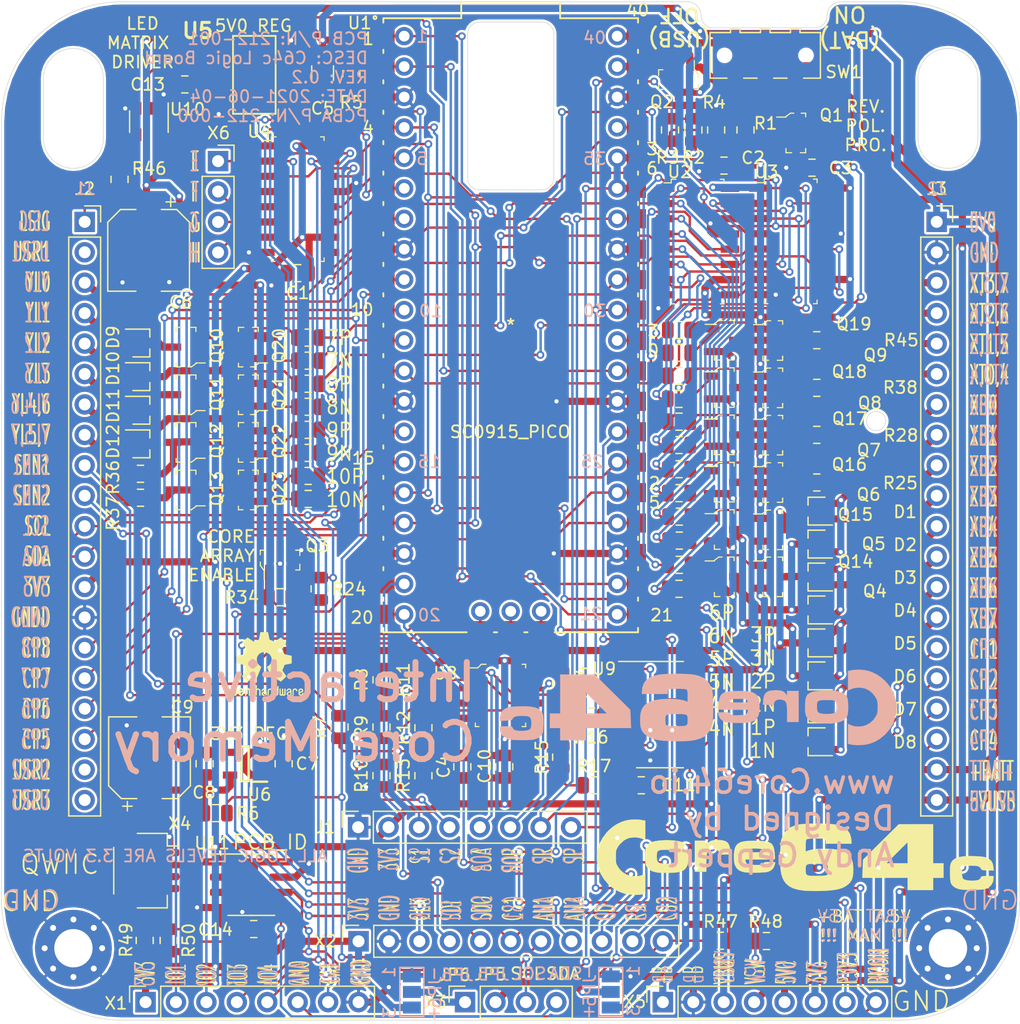
<source format=kicad_pcb>
(kicad_pcb (version 20171130) (host pcbnew "(5.1.2-1)-1")
  (title_block (title "Core 64 - PCB Layout") (date 2020-03-20) (rev 0.3) (company "Andy Geppert - Machine Ideas, LLC"))
  (layers (0 F.Cu signal) (31 B.Cu signal) (34 B.Paste user hide) (35 F.Paste user hide) (36 B.SilkS user) (37 F.SilkS user) (38 B.Mask user hide) (39 F.Mask user hide) (44 Edge.Cuts user))
  (net 0 "")
  (net 1 "Net-(D2-Pad3)")
  (net 2 -BATT)
  (net 3 XB7)
  (net 4 XB4)
  (net 5 XB6)
  (net 6 XB5)
  (net 7 XB1)
  (net 8 XB2)
  (net 9 XB3)
  (net 10 I2C_DATA)
  (net 11 I2C_CLOCK)
  (net 12 GNDPWR)
  (net 13 "Net-(Q5-Pad1)")
  (net 14 Q2P)
  (net 15 "Net-(Q6-Pad1)")
  (net 16 "Net-(Q7-Pad1)")
  (net 17 "Net-(Q9-Pad1)")
  (net 18 "Net-(Q10-Pad1)")
  (net 19 "Net-(Q11-Pad1)")
  (net 20 "Net-(Q12-Pad1)")
  (net 21 "Net-(Q13-Pad1)")
  (net 22 Q3P)
  (net 23 Q3N)
  (net 24 Q4P)
  (net 25 Q4N)
  (net 26 Q5P)
  (net 27 Q5N)
  (net 28 Q6P)
  (net 29 Q6N)
  (net 30 YL5)
  (net 31 YL4)
  (net 32 YL3)
  (net 33 YL2)
  (net 34 YL1)
  (net 35 SENSE1)
  (net 36 SENSE2)
  (net 37 "Net-(Q14-Pad1)")
  (net 38 "Net-(Q15-Pad1)")
  (net 39 "Net-(Q16-Pad1)")
  (net 40 "Net-(Q17-Pad1)")
  (net 41 "Net-(Q18-Pad1)")
  (net 42 "Net-(Q19-Pad1)")
  (net 43 "Net-(Q20-Pad1)")
  (net 44 Q10P)
  (net 45 Q10N)
  (net 46 Q9P)
  (net 47 Q9N)
  (net 48 Q7P)
  (net 49 Q7N)
  (net 50 Q8P)
  (net 51 Q8N)
  (net 52 SENSE_PULSE)
  (net 53 "Net-(D10-Pad3)")
  (net 54 "Net-(D11-Pad3)")
  (net 55 "Net-(D12-Pad3)")
  (net 56 +BATT)
  (net 57 SENSE_RESET)
  (net 58 SENSE_OUT_A)
  (net 59 SENSE_OUT_B)
  (net 60 +VSW)
  (net 61 "Net-(D1-Pad3)")
  (net 62 "Net-(D5-Pad3)")
  (net 63 5V0)
  (net 64 3V3)
  (net 65 CP5_EN)
  (net 66 CP6_EN)
  (net 67 CP7_EN)
  (net 68 CP8_EN)
  (net 69 CP4_EN)
  (net 70 CP3_EN)
  (net 71 CP2_EN)
  (net 72 CP1_EN)
  (net 73 XT0,4)
  (net 74 XT1,5)
  (net 75 XT2,6)
  (net 76 XT3,7)
  (net 77 Q1N)
  (net 78 "Net-(Q4-Pad1)")
  (net 79 "Net-(Q21-Pad1)")
  (net 80 BAT_MON)
  (net 81 "Net-(Q1-Pad1)")
  (net 82 LED_MATRIX_5V0_SIG)
  (net 83 LED_MATRIX_3V3_SIG)
  (net 84 "Net-(D6-Pad3)")
  (net 85 "Net-(D9-Pad3)")
  (net 86 "Net-(Q22-Pad1)")
  (net 87 XB0)
  (net 88 YL0)
  (net 89 PICO_VSYS)
  (net 90 Q1P)
  (net 91 Q2N)
  (net 92 3V3_MON)
  (net 93 PICO_3V3OUT)
  (net 94 "Net-(Q1-Pad3)")
  (net 95 SPARE_ADC2)
  (net 96 PICO_VBUS)
  (net 97 "Net-(U1-Pad30)")
  (net 98 "Net-(U1-Pad37)")
  (net 99 "Net-(U1-PadD2)")
  (net 100 "Net-(U1-PadD1)")
  (net 101 "Net-(U1-PadD3)")
  (net 102 "Net-(U4-Pad7)")
  (net 103 "Net-(U9-Pad13)")
  (net 104 "Net-(U9-Pad12)")
  (net 105 "Net-(U9-Pad1)")
  (net 106 "Net-(JP5-Pad2)")
  (net 107 "Net-(JP6-Pad2)")
  (net 108 "Net-(U4-Pad9)")
  (net 109 "Net-(Q8-Pad1)")
  (net 110 "Net-(Q23-Pad1)")
  (net 111 "Net-(R2-Pad1)")
  (net 112 "Net-(R5-Pad2)")
  (net 113 "Net-(Q3-Pad1)")
  (net 114 "Net-(R46-Pad2)")
  (net 115 CORE_ARRAY_ENABLE)
  (net 116 "Net-(J2-Pad2)")
  (net 117 "Net-(J2-Pad19)")
  (net 118 "Net-(J2-Pad20)")
  (net 119 "Net-(Q12-Pad3)")
  (net 120 "Net-(Q16-Pad3)")
  (net 121 "Net-(R8-Pad2)")
  (net 122 "Net-(R11-Pad2)")
  (net 123 "Net-(R16-Pad1)")
  (net 124 "Net-(R17-Pad1)")
  (net 125 SR_SER)
  (net 126 SR_CLK)
  (net 127 "Net-(U4-Pad6)")
  (net 128 "Net-(U4-Pad5)")
  (net 129 "Net-(U4-Pad4)")
  (net 130 "Net-(U6-Pad4)")
  (net 131 SPI_CS1)
  (net 132 SR_LAT)
  (net 133 SPI_CD)
  (net 134 SPI_RESET)
  (net 135 SPI_SDI)
  (net 136 SPI_CLK)
  (net 137 SPI_SDO)
  (net 138 "Net-(U2-Pad9)")
  (net 139 "Net-(U3-Pad9)")
  (net 140 "Net-(Q17-Pad3)")
  (net 141 "Net-(Q18-Pad3)")
  (net 142 "Net-(Q19-Pad3)")
  (net 143 "Net-(Q13-Pad3)")
  (module Raspberry_Pico_SC0915:Pico_SC0915_THRUHOLE_CUTOUTS (layer F.Cu) (at 0 -15.5)
    (fp_text reference U1 (at -12.6 -25.225) (layer F.SilkS))
    (fp_text value SC0915_PICO (at -0.05 8.9) (layer F.SilkS))
    (fp_text user * (at 0 0) (layer F.SilkS))
    (pad D1 thru_hole circle (at -2.54 23.876) (size 1.524 1.524) (drill 0.9) (layers *.Cu *.Mask) (net 100 "Net-(U1-PadD1)"))
    (pad D2 thru_hole circle (at 0 23.876) (size 1.524 1.524) (drill 0.9) (layers *.Cu *.Mask) (net 99 "Net-(U1-PadD2)"))
    (pad D3 thru_hole circle (at 2.54 23.876) (size 1.524 1.524) (drill 0.9) (layers *.Cu *.Mask) (net 101 "Net-(U1-PadD3)"))
    (pad 40 thru_hole circle (at 8.89 -24.13) (size 1.524 1.524) (drill 0.9) (layers *.Cu *.Mask) (net 96 PICO_VBUS))
    (pad 39 thru_hole circle (at 8.89 -21.59) (size 1.524 1.524) (drill 0.9) (layers *.Cu *.Mask) (net 89 PICO_VSYS))
    (pad 38 thru_hole circle (at 8.89 -19.05) (size 1.524 1.524) (drill 0.9) (layers *.Cu *.Mask) (net 2 -BATT))
    (pad 37 thru_hole circle (at 8.89 -16.51) (size 1.524 1.524) (drill 0.9) (layers *.Cu *.Mask) (net 98 "Net-(U1-Pad37)"))
    (pad 26 thru_hole circle (at 8.89 11.43) (size 1.524 1.524) (drill 0.9) (layers *.Cu *.Mask) (net 115 CORE_ARRAY_ENABLE))
    (pad 25 thru_hole circle (at 8.89 13.97) (size 1.524 1.524) (drill 0.9) (layers *.Cu *.Mask) (net 137 SPI_SDO))
    (pad 24 thru_hole circle (at 8.89 16.51) (size 1.524 1.524) (drill 0.9) (layers *.Cu *.Mask) (net 136 SPI_CLK))
    (pad 21 thru_hole circle (at 8.89 24.13) (size 1.524 1.524) (drill 0.9) (layers *.Cu *.Mask) (net 135 SPI_SDI))
    (pad 22 thru_hole circle (at 8.89 21.59) (size 1.524 1.524) (drill 0.9) (layers *.Cu *.Mask) (net 131 SPI_CS1))
    (pad 28 thru_hole circle (at 8.89 6.35) (size 1.524 1.524) (drill 0.9) (layers *.Cu *.Mask) (net 2 -BATT))
    (pad 29 thru_hole circle (at 8.89 3.81) (size 1.524 1.524) (drill 0.9) (layers *.Cu *.Mask) (net 83 LED_MATRIX_3V3_SIG))
    (pad 30 thru_hole circle (at 8.89 1.27) (size 1.524 1.524) (drill 0.9) (layers *.Cu *.Mask) (net 97 "Net-(U1-Pad30)"))
    (pad 31 thru_hole circle (at 8.89 -1.27) (size 1.524 1.524) (drill 0.9) (layers *.Cu *.Mask) (net 80 BAT_MON))
    (pad 32 thru_hole circle (at 8.89 -3.81) (size 1.524 1.524) (drill 0.9) (layers *.Cu *.Mask) (net 92 3V3_MON))
    (pad 36 thru_hole circle (at 8.89 -13.97) (size 1.524 1.524) (drill 0.9) (layers *.Cu *.Mask) (net 93 PICO_3V3OUT))
    (pad 23 thru_hole circle (at 8.89 19.05) (size 1.524 1.524) (drill 0.9) (layers *.Cu *.Mask) (net 2 -BATT))
    (pad 35 thru_hole circle (at 8.89 -11.43) (size 1.524 1.524) (drill 0.9) (layers *.Cu *.Mask) (net 93 PICO_3V3OUT))
    (pad 34 thru_hole circle (at 8.89 -8.89) (size 1.524 1.524) (drill 0.9) (layers *.Cu *.Mask) (net 95 SPARE_ADC2))
    (pad 27 thru_hole circle (at 8.89 8.89) (size 1.524 1.524) (drill 0.9) (layers *.Cu *.Mask) (net 52 SENSE_PULSE))
    (pad 33 thru_hole circle (at 8.89 -6.35) (size 1.524 1.524) (drill 0.9) (layers *.Cu *.Mask) (net 2 -BATT))
    (pad 19 thru_hole circle (at -8.89 21.59) (size 1.524 1.524) (drill 0.9) (layers *.Cu *.Mask) (net 133 SPI_CD))
    (pad 20 thru_hole circle (at -8.89 24.13) (size 1.524 1.524) (drill 0.9) (layers *.Cu *.Mask) (net 134 SPI_RESET))
    (pad 17 thru_hole circle (at -8.89 16.51) (size 1.524 1.524) (drill 0.9) (layers *.Cu *.Mask) (net 126 SR_CLK))
    (pad 18 thru_hole circle (at -8.89 19.05) (size 1.524 1.524) (drill 0.9) (layers *.Cu *.Mask) (net 2 -BATT))
    (pad 9 thru_hole circle (at -8.89 -3.81) (size 1.524 1.524) (drill 0.9) (layers *.Cu *.Mask) (net 66 CP6_EN))
    (pad 10 thru_hole circle (at -8.89 -1.27) (size 1.524 1.524) (drill 0.9) (layers *.Cu *.Mask) (net 67 CP7_EN))
    (pad 11 thru_hole circle (at -8.89 1.27) (size 1.524 1.524) (drill 0.9) (layers *.Cu *.Mask) (net 68 CP8_EN))
    (pad 12 thru_hole circle (at -8.89 3.81) (size 1.524 1.524) (drill 0.9) (layers *.Cu *.Mask) (net 132 SR_LAT))
    (pad 13 thru_hole circle (at -8.89 6.35) (size 1.524 1.524) (drill 0.9) (layers *.Cu *.Mask) (net 2 -BATT))
    (pad 14 thru_hole circle (at -8.89 8.89) (size 1.524 1.524) (drill 0.9) (layers *.Cu *.Mask) (net 10 I2C_DATA))
    (pad 15 thru_hole circle (at -8.89 11.43) (size 1.524 1.524) (drill 0.9) (layers *.Cu *.Mask) (net 11 I2C_CLOCK))
    (pad 16 thru_hole circle (at -8.89 13.97) (size 1.524 1.524) (drill 0.9) (layers *.Cu *.Mask) (net 125 SR_SER))
    (pad 5 thru_hole circle (at -8.89 -13.97) (size 1.524 1.524) (drill 0.9) (layers *.Cu *.Mask) (net 70 CP3_EN))
    (pad 6 thru_hole circle (at -8.89 -11.43) (size 1.524 1.524) (drill 0.9) (layers *.Cu *.Mask) (net 69 CP4_EN))
    (pad 7 thru_hole circle (at -8.89 -8.89) (size 1.524 1.524) (drill 0.9) (layers *.Cu *.Mask) (net 65 CP5_EN))
    (pad 8 thru_hole circle (at -8.89 -6.35) (size 1.524 1.524) (drill 0.9) (layers *.Cu *.Mask) (net 2 -BATT))
    (pad 4 thru_hole circle (at -8.89 -16.51) (size 1.524 1.524) (drill 0.9) (layers *.Cu *.Mask) (net 71 CP2_EN))
    (pad 3 thru_hole circle (at -8.89 -19.05) (size 1.524 1.524) (drill 0.9) (layers *.Cu *.Mask) (net 2 -BATT))
    (pad 2 thru_hole circle (at -8.89 -21.59) (size 1.524 1.524) (drill 0.9) (layers *.Cu *.Mask) (net 72 CP1_EN))
    (pad 1 thru_hole circle (at -8.89 -24.13) (size 1.524 1.524) (drill 0.9) (layers *.Cu *.Mask) (net 57 SENSE_RESET))
    (pad D3 smd rect (at 2.54 25.49896 90) (size 1.6 1.6002) (layers F.Cu F.Paste F.Mask) (net 101 "Net-(U1-PadD3)"))
    (pad D1 smd rect (at -2.54 25.49896 90) (size 1.6 1.6002) (layers F.Cu F.Paste F.Mask) (net 100 "Net-(U1-PadD1)"))
    (pad D2 smd rect (at 0 25.49896 90) (size 1.6 1.6002) (layers F.Cu F.Paste F.Mask) (net 99 "Net-(U1-PadD2)"))
    (pad 40 smd rect (at 10.4901 -24.13) (size 1.6 1.6002) (layers F.Cu F.Paste F.Mask) (net 96 PICO_VBUS))
    (pad 39 smd rect (at 10.4901 -21.59) (size 1.6 1.6002) (layers F.Cu F.Paste F.Mask) (net 89 PICO_VSYS))
    (pad 38 smd rect (at 10.4901 -19.05) (size 1.6 1.6002) (layers F.Cu F.Paste F.Mask) (net 2 -BATT))
    (pad 37 smd rect (at 10.4901 -16.51) (size 1.6 1.6002) (layers F.Cu F.Paste F.Mask) (net 98 "Net-(U1-Pad37)"))
    (pad 36 smd rect (at 10.4901 -13.97) (size 1.6 1.6002) (layers F.Cu F.Paste F.Mask) (net 93 PICO_3V3OUT))
    (pad 35 smd rect (at 10.4901 -11.43) (size 1.6 1.6002) (layers F.Cu F.Paste F.Mask) (net 93 PICO_3V3OUT))
    (pad 34 smd rect (at 10.4901 -8.89) (size 1.6 1.6002) (layers F.Cu F.Paste F.Mask) (net 95 SPARE_ADC2))
    (pad 33 smd rect (at 10.4901 -6.35) (size 1.6 1.6002) (layers F.Cu F.Paste F.Mask) (net 2 -BATT))
    (pad 32 smd rect (at 10.4901 -3.81) (size 1.6 1.6002) (layers F.Cu F.Paste F.Mask) (net 92 3V3_MON))
    (pad 31 smd rect (at 10.4901 -1.27) (size 1.6 1.6002) (layers F.Cu F.Paste F.Mask) (net 80 BAT_MON))
    (pad 30 smd rect (at 10.4901 1.27) (size 1.6 1.6002) (layers F.Cu F.Paste F.Mask) (net 97 "Net-(U1-Pad30)"))
    (pad 29 smd rect (at 10.4901 3.81) (size 1.6 1.6002) (layers F.Cu F.Paste F.Mask) (net 83 LED_MATRIX_3V3_SIG))
    (pad 28 smd rect (at 10.4901 6.35) (size 1.6 1.6002) (layers F.Cu F.Paste F.Mask) (net 2 -BATT))
    (pad 27 smd rect (at 10.4901 8.89) (size 1.6 1.6002) (layers F.Cu F.Paste F.Mask) (net 52 SENSE_PULSE))
    (pad 26 smd rect (at 10.4901 11.43) (size 1.6 1.6002) (layers F.Cu F.Paste F.Mask) (net 115 CORE_ARRAY_ENABLE))
    (pad 25 smd rect (at 10.4901 13.97) (size 1.6 1.6002) (layers F.Cu F.Paste F.Mask) (net 137 SPI_SDO))
    (pad 24 smd rect (at 10.4901 16.51) (size 1.6 1.6002) (layers F.Cu F.Paste F.Mask) (net 136 SPI_CLK))
    (pad 23 smd rect (at 10.4901 19.05) (size 1.6 1.6002) (layers F.Cu F.Paste F.Mask) (net 2 -BATT))
    (pad 22 smd rect (at 10.4901 21.59) (size 1.6 1.6002) (layers F.Cu F.Paste F.Mask) (net 131 SPI_CS1))
    (pad 21 smd rect (at 10.4901 24.13) (size 1.6 1.6002) (layers F.Cu F.Paste F.Mask) (net 135 SPI_SDI))
    (pad 20 smd rect (at -10.4901 24.13) (size 1.6 1.6002) (layers F.Cu F.Paste F.Mask) (net 134 SPI_RESET))
    (pad 19 smd rect (at -10.4901 21.59) (size 1.6 1.6002) (layers F.Cu F.Paste F.Mask) (net 133 SPI_CD))
    (pad 18 smd rect (at -10.4901 19.05) (size 1.6 1.6002) (layers F.Cu F.Paste F.Mask) (net 2 -BATT))
    (pad 17 smd rect (at -10.4901 16.51) (size 1.6 1.6002) (layers F.Cu F.Paste F.Mask) (net 126 SR_CLK))
    (pad 16 smd rect (at -10.4901 13.97) (size 1.6 1.6002) (layers F.Cu F.Paste F.Mask) (net 125 SR_SER))
    (pad 15 smd rect (at -10.4901 11.43) (size 1.6 1.6002) (layers F.Cu F.Paste F.Mask) (net 11 I2C_CLOCK))
    (pad 14 smd rect (at -10.4901 8.89) (size 1.6 1.6002) (layers F.Cu F.Paste F.Mask) (net 10 I2C_DATA))
    (pad 13 smd rect (at -10.4901 6.35) (size 1.6 1.6002) (layers F.Cu F.Paste F.Mask) (net 2 -BATT))
    (pad 12 smd rect (at -10.4901 3.81) (size 1.6 1.6002) (layers F.Cu F.Paste F.Mask) (net 132 SR_LAT))
    (pad 11 smd rect (at -10.4901 1.27) (size 1.6 1.6002) (layers F.Cu F.Paste F.Mask) (net 68 CP8_EN))
    (pad 10 smd rect (at -10.4901 -1.27) (size 1.6 1.6002) (layers F.Cu F.Paste F.Mask) (net 67 CP7_EN))
    (pad 9 smd rect (at -10.4901 -3.81) (size 1.6 1.6002) (layers F.Cu F.Paste F.Mask) (net 66 CP6_EN))
    (pad 8 smd rect (at -10.4901 -6.35) (size 1.6 1.6002) (layers F.Cu F.Paste F.Mask) (net 2 -BATT))
    (pad 7 smd rect (at -10.4901 -8.89) (size 1.6 1.6002) (layers F.Cu F.Paste F.Mask) (net 65 CP5_EN))
    (pad 6 smd rect (at -10.4901 -11.43) (size 1.6 1.6002) (layers F.Cu F.Paste F.Mask) (net 69 CP4_EN))
    (pad 5 smd rect (at -10.4901 -13.97) (size 1.6 1.6002) (layers F.Cu F.Paste F.Mask) (net 70 CP3_EN))
    (pad 4 smd rect (at -10.4901 -16.51) (size 1.6 1.6002) (layers F.Cu F.Paste F.Mask) (net 71 CP2_EN))
    (pad 3 smd rect (at -10.4901 -19.05) (size 1.6 1.6002) (layers F.Cu F.Paste F.Mask) (net 2 -BATT))
    (pad 2 smd rect (at -10.4901 -21.59) (size 1.6 1.6002) (layers F.Cu F.Paste F.Mask) (net 72 CP1_EN))
    (pad 1 smd rect (at -10.4901 -24.13) (size 1.6 1.6002) (layers F.Cu F.Paste F.Mask) (net 57 SENSE_RESET))
  )
  (module Connector_PinSocket_2.54mm:PinSocket_1x04_P2.54mm_Vertical (layer F.Cu) (at -24.425 -29.2)
    (fp_text reference X6 (at 0.05 -2.35) (layer F.SilkS))
    (fp_text value HEADER_4-PIN_0.1)
    (pad 4 thru_hole oval (at 0 7.62) (size 1.7 1.7) (drill 1) (layers *.Cu *.Mask) (net 102 "Net-(U4-Pad7)"))
    (pad 3 thru_hole oval (at 0 5.08) (size 1.7 1.7) (drill 1) (layers *.Cu *.Mask) (net 127 "Net-(U4-Pad6)"))
    (pad 2 thru_hole oval (at 0 2.54) (size 1.7 1.7) (drill 1) (layers *.Cu *.Mask) (net 128 "Net-(U4-Pad5)"))
    (pad 1 thru_hole rect (at 0 0) (size 1.7 1.7) (drill 1) (layers *.Cu *.Mask) (net 129 "Net-(U4-Pad4)"))
  )
  (module Digikey:SOIC-16_W3.90mm (layer F.Cu) (at 23.375 -22.5 270)
    (fp_text reference U3 (at -5.8 2.025 180) (layer F.SilkS))
    (fp_text value 74HC595D)
    (pad 16 smd rect (at -4.445 -2.7 270) (size 0.6 1.55) (layers F.Cu F.Paste F.Mask) (net 64 3V3))
    (pad 15 smd rect (at -3.175 -2.7 270) (size 0.6 1.55) (layers F.Cu F.Paste F.Mask) (net 27 Q5N))
    (pad 14 smd rect (at -1.905 -2.7 270) (size 0.6 1.55) (layers F.Cu F.Paste F.Mask) (net 125 SR_SER))
    (pad 13 smd rect (at -0.635 -2.7 270) (size 0.6 1.55) (layers F.Cu F.Paste F.Mask) (net 2 -BATT))
    (pad 12 smd rect (at 0.635 -2.7 270) (size 0.6 1.55) (layers F.Cu F.Paste F.Mask) (net 138 "Net-(U2-Pad9)"))
    (pad 11 smd rect (at 1.905 -2.7 270) (size 0.6 1.55) (layers F.Cu F.Paste F.Mask) (net 126 SR_CLK))
    (pad 10 smd rect (at 3.175 -2.7 270) (size 0.6 1.55) (layers F.Cu F.Paste F.Mask) (net 64 3V3))
    (pad 9 smd rect (at 4.445 -2.7 270) (size 0.6 1.55) (layers F.Cu F.Paste F.Mask) (net 139 "Net-(U3-Pad9)"))
    (pad 8 smd rect (at 4.445 2.7 270) (size 0.6 1.55) (layers F.Cu F.Paste F.Mask) (net 2 -BATT))
    (pad 7 smd rect (at 3.175 2.7 270) (size 0.6 1.55) (layers F.Cu F.Paste F.Mask) (net 50 Q8P))
    (pad 6 smd rect (at 1.905 2.7 270) (size 0.6 1.55) (layers F.Cu F.Paste F.Mask) (net 51 Q8N))
    (pad 5 smd rect (at 0.635 2.7 270) (size 0.6 1.55) (layers F.Cu F.Paste F.Mask) (net 48 Q7P))
    (pad 4 smd rect (at -0.635 2.7 270) (size 0.6 1.55) (layers F.Cu F.Paste F.Mask) (net 49 Q7N))
    (pad 3 smd rect (at -1.905 2.7 270) (size 0.6 1.55) (layers F.Cu F.Paste F.Mask) (net 28 Q6P))
    (pad 2 smd rect (at -3.175 2.7 270) (size 0.6 1.55) (layers F.Cu F.Paste F.Mask) (net 29 Q6N))
    (pad 1 smd rect (at -4.445 2.7 270) (size 0.6 1.55) (layers F.Cu F.Paste F.Mask) (net 26 Q5P))
  )
  (module Digikey:SOIC-16_W3.90mm (layer F.Cu) (at -17.775 -26.025 270)
    (fp_text reference U4 (at -5.65 3.2 180) (layer F.SilkS))
    (fp_text value 74HC595D)
    (pad 16 smd rect (at -4.445 -2.7 270) (size 0.6 1.55) (layers F.Cu F.Paste F.Mask) (net 64 3V3))
    (pad 15 smd rect (at -3.175 -2.7 270) (size 0.6 1.55) (layers F.Cu F.Paste F.Mask) (net 47 Q9N))
    (pad 14 smd rect (at -1.905 -2.7 270) (size 0.6 1.55) (layers F.Cu F.Paste F.Mask) (net 125 SR_SER))
    (pad 13 smd rect (at -0.635 -2.7 270) (size 0.6 1.55) (layers F.Cu F.Paste F.Mask) (net 2 -BATT))
    (pad 12 smd rect (at 0.635 -2.7 270) (size 0.6 1.55) (layers F.Cu F.Paste F.Mask) (net 139 "Net-(U3-Pad9)"))
    (pad 11 smd rect (at 1.905 -2.7 270) (size 0.6 1.55) (layers F.Cu F.Paste F.Mask) (net 126 SR_CLK))
    (pad 10 smd rect (at 3.175 -2.7 270) (size 0.6 1.55) (layers F.Cu F.Paste F.Mask) (net 64 3V3))
    (pad 9 smd rect (at 4.445 -2.7 270) (size 0.6 1.55) (layers F.Cu F.Paste F.Mask) (net 108 "Net-(U4-Pad9)"))
    (pad 8 smd rect (at 4.445 2.7 270) (size 0.6 1.55) (layers F.Cu F.Paste F.Mask) (net 2 -BATT))
    (pad 7 smd rect (at 3.175 2.7 270) (size 0.6 1.55) (layers F.Cu F.Paste F.Mask) (net 102 "Net-(U4-Pad7)"))
    (pad 6 smd rect (at 1.905 2.7 270) (size 0.6 1.55) (layers F.Cu F.Paste F.Mask) (net 127 "Net-(U4-Pad6)"))
    (pad 5 smd rect (at 0.635 2.7 270) (size 0.6 1.55) (layers F.Cu F.Paste F.Mask) (net 128 "Net-(U4-Pad5)"))
    (pad 4 smd rect (at -0.635 2.7 270) (size 0.6 1.55) (layers F.Cu F.Paste F.Mask) (net 129 "Net-(U4-Pad4)"))
    (pad 3 smd rect (at -1.905 2.7 270) (size 0.6 1.55) (layers F.Cu F.Paste F.Mask) (net 44 Q10P))
    (pad 2 smd rect (at -3.175 2.7 270) (size 0.6 1.55) (layers F.Cu F.Paste F.Mask) (net 45 Q10N))
    (pad 1 smd rect (at -4.445 2.7 270) (size 0.6 1.55) (layers F.Cu F.Paste F.Mask) (net 46 Q9P))
  )
  (module Digikey:SOIC-16_W3.90mm (layer F.Cu) (at 15.6 -22.485 270)
    (fp_text reference U2 (at -5.815 1.5 180) (layer F.SilkS))
    (fp_text value 74HC595D)
    (pad 16 smd rect (at -4.445 -2.7 270) (size 0.6 1.55) (layers F.Cu F.Paste F.Mask) (net 64 3V3))
    (pad 15 smd rect (at -3.175 -2.7 270) (size 0.6 1.55) (layers F.Cu F.Paste F.Mask) (net 77 Q1N))
    (pad 14 smd rect (at -1.905 -2.7 270) (size 0.6 1.55) (layers F.Cu F.Paste F.Mask) (net 125 SR_SER))
    (pad 13 smd rect (at -0.635 -2.7 270) (size 0.6 1.55) (layers F.Cu F.Paste F.Mask) (net 2 -BATT))
    (pad 12 smd rect (at 0.635 -2.7 270) (size 0.6 1.55) (layers F.Cu F.Paste F.Mask) (net 132 SR_LAT))
    (pad 11 smd rect (at 1.905 -2.7 270) (size 0.6 1.55) (layers F.Cu F.Paste F.Mask) (net 126 SR_CLK))
    (pad 10 smd rect (at 3.175 -2.7 270) (size 0.6 1.55) (layers F.Cu F.Paste F.Mask) (net 64 3V3))
    (pad 9 smd rect (at 4.445 -2.7 270) (size 0.6 1.55) (layers F.Cu F.Paste F.Mask) (net 138 "Net-(U2-Pad9)"))
    (pad 8 smd rect (at 4.445 2.7 270) (size 0.6 1.55) (layers F.Cu F.Paste F.Mask) (net 2 -BATT))
    (pad 7 smd rect (at 3.175 2.7 270) (size 0.6 1.55) (layers F.Cu F.Paste F.Mask) (net 24 Q4P))
    (pad 6 smd rect (at 1.905 2.7 270) (size 0.6 1.55) (layers F.Cu F.Paste F.Mask) (net 25 Q4N))
    (pad 5 smd rect (at 0.635 2.7 270) (size 0.6 1.55) (layers F.Cu F.Paste F.Mask) (net 22 Q3P))
    (pad 4 smd rect (at -0.635 2.7 270) (size 0.6 1.55) (layers F.Cu F.Paste F.Mask) (net 23 Q3N))
    (pad 3 smd rect (at -1.905 2.7 270) (size 0.6 1.55) (layers F.Cu F.Paste F.Mask) (net 14 Q2P))
    (pad 2 smd rect (at -3.175 2.7 270) (size 0.6 1.55) (layers F.Cu F.Paste F.Mask) (net 91 Q2N))
    (pad 1 smd rect (at -4.445 2.7 270) (size 0.6 1.55) (layers F.Cu F.Paste F.Mask) (net 90 Q1P))
  )
  (module TPS7A0533PDBVR:SOT95P280X145-5N (layer F.Cu) (at -22.175 21.1 180)
    (fp_text reference U6 (at -1.2 -2.575) (layer F.SilkS))
    (fp_text value TPS7A0533PDBVR hide)
    (pad 5 smd rect (at 1.25 -0.95 270) (size 0.6 1.2) (layers F.Cu F.Paste F.Mask) (net 64 3V3))
    (pad 4 smd rect (at 1.25 0.95 270) (size 0.6 1.2) (layers F.Cu F.Paste F.Mask) (net 130 "Net-(U6-Pad4)"))
    (pad 3 smd rect (at -1.25 0.95 270) (size 0.6 1.2) (layers F.Cu F.Paste F.Mask) (net 63 5V0))
    (pad 2 smd rect (at -1.25 0 270) (size 0.6 1.2) (layers F.Cu F.Paste F.Mask) (net 2 -BATT))
    (pad 1 smd rect (at -1.25 -0.95 270) (size 0.6 1.2) (layers F.Cu F.Paste F.Mask) (net 63 5V0))
  )
  (module LP3961EMP-5.0:SOT150P696X180-5N (layer F.Cu) (at -21.4 -36.4)
    (fp_text reference U5 (at -4.7244 -3.683) (layer F.SilkS) (effects (font (size 1.27 1.27) (thickness 0.254))))
    (fp_text value LP3961EMP-5.0 hide)
    (pad 5 smd rect (at 3.0226 0) (size 1.6002 2.9972) (layers F.Cu F.Paste F.Mask) (net 2 -BATT))
    (pad 4 smd rect (at -3.0226 2.2606 90) (size 0.8382 1.6002) (layers F.Cu F.Paste F.Mask) (net 2 -BATT))
    (pad 3 smd rect (at -3.0226 0.762 90) (size 0.8382 1.6002) (layers F.Cu F.Paste F.Mask) (net 63 5V0))
    (pad 2 smd rect (at -3.0226 -0.762 90) (size 0.8382 1.6002) (layers F.Cu F.Paste F.Mask) (net 60 +VSW))
    (pad 1 smd rect (at -3.0226 -2.2606 90) (size 0.8382 1.6002) (layers F.Cu F.Paste F.Mask) (net 112 "Net-(R5-Pad2)"))
  )
  (module Capacitor_SMD:C_0805_2012Metric (layer F.Cu) (at 25.15 -28.65 180)
    (fp_text reference C3 (at -2.375 -0.025) (layer F.SilkS))
    (fp_text value 0.1uF)
    (pad 2 smd roundrect (at 0.9375 0 180) (size 0.975 1.4) (layers F.Cu F.Paste F.Mask) (net 2 -BATT))
    (pad 1 smd roundrect (at -0.9375 0 180) (size 0.975 1.4) (layers F.Cu F.Paste F.Mask) (net 64 3V3))
  )
  (module Capacitor_SMD:C_0805_2012Metric (layer F.Cu) (at 17.8 -28.825 180)
    (fp_text reference C2 (at -2.425 0.65) (layer F.SilkS))
    (fp_text value 0.1uF)
    (pad 2 smd roundrect (at 0.9375 0 180) (size 0.975 1.4) (layers F.Cu F.Paste F.Mask) (net 2 -BATT))
    (pad 1 smd roundrect (at -0.9375 0 180) (size 0.975 1.4) (layers F.Cu F.Paste F.Mask) (net 64 3V3))
  )
  (module Capacitor_SMD:C_0805_2012Metric (layer F.Cu) (at -17.775 -19.85 180)
    (fp_text reference C1 (at 0 -1.65) (layer F.SilkS))
    (fp_text value 0.1uF)
    (pad 2 smd roundrect (at 0.9375 0 180) (size 0.975 1.4) (layers F.Cu F.Paste F.Mask) (net 2 -BATT))
    (pad 1 smd roundrect (at -0.9375 0 180) (size 0.975 1.4) (layers F.Cu F.Paste F.Mask) (net 64 3V3))
  )
  (module Connector_PinSocket_2.54mm:PinSocket_1x08_P2.54mm_Vertical (layer F.Cu) (at -12.735 26.4 90)
    (fp_text reference J1 (at 0 -2.77 180) (layer F.SilkS))
    (fp_text value HEADER_8-PIN_0.1)
    (pad 8 thru_hole oval (at 0 17.78 90) (size 1.7 1.7) (drill 1) (layers *.Cu *.Mask) (net 52 SENSE_PULSE))
    (pad 7 thru_hole oval (at 0 15.24 90) (size 1.7 1.7) (drill 1) (layers *.Cu *.Mask) (net 57 SENSE_RESET))
    (pad 6 thru_hole oval (at 0 12.7 90) (size 1.7 1.7) (drill 1) (layers *.Cu *.Mask) (net 59 SENSE_OUT_B))
    (pad 5 thru_hole oval (at 0 10.16 90) (size 1.7 1.7) (drill 1) (layers *.Cu *.Mask) (net 58 SENSE_OUT_A))
    (pad 4 thru_hole oval (at 0 7.62 90) (size 1.7 1.7) (drill 1) (layers *.Cu *.Mask) (net 36 SENSE2))
    (pad 3 thru_hole oval (at 0 5.08 90) (size 1.7 1.7) (drill 1) (layers *.Cu *.Mask) (net 35 SENSE1))
    (pad 2 thru_hole oval (at 0 2.54 90) (size 1.7 1.7) (drill 1) (layers *.Cu *.Mask) (net 64 3V3))
    (pad 1 thru_hole rect (at 0 0 90) (size 1.7 1.7) (drill 1) (layers *.Cu *.Mask) (net 2 -BATT))
  )
  (module Connector_PinSocket_2.54mm:PinSocket_1x04_P2.54mm_Vertical (layer F.Cu) (at -3.81 41 90)
    (fp_text reference X3 (at 0 -2.5 180) (layer F.SilkS))
    (fp_text value HEADER_4-PIN_0.1)
    (pad 4 thru_hole oval (at 0 7.62 90) (size 1.7 1.7) (drill 1) (layers *.Cu *.Mask) (net 10 I2C_DATA))
    (pad 3 thru_hole oval (at 0 5.08 90) (size 1.7 1.7) (drill 1) (layers *.Cu *.Mask) (net 11 I2C_CLOCK))
    (pad 2 thru_hole oval (at 0 2.54 90) (size 1.7 1.7) (drill 1) (layers *.Cu *.Mask) (net 106 "Net-(JP5-Pad2)"))
    (pad 1 thru_hole rect (at 0 0 90) (size 1.7 1.7) (drill 1) (layers *.Cu *.Mask) (net 107 "Net-(JP6-Pad2)"))
  )
  (module Button_Switch_SMD:SW_SPDT_CK-JS102011SAQN_Core64_Recessed (layer F.Cu) (at 21.25 -38.025 180)
    (fp_text reference SW1 (at -6.55 -1.385) (layer F.SilkS))
    (fp_text value JS102011SAQN)
    (pad "" np_thru_hole circle (at 3.4 0 180) (size 0.9 0.9) (drill 0.9) (layers *.Cu *.Mask))
    (pad "" np_thru_hole circle (at -3.4 0 180) (size 0.9 0.9) (drill 0.9) (layers *.Cu *.Mask))
    (pad 3 smd rect (at 2.5 -2.75 180) (size 1.25 2.5) (layers F.Cu F.Paste F.Mask) (net 96 PICO_VBUS))
    (pad 2 smd rect (at 0 -2.75 180) (size 1.25 2.5) (layers F.Cu F.Paste F.Mask) (net 94 "Net-(Q1-Pad3)"))
    (pad 1 smd rect (at -2.5 -2.75 180) (size 1.25 2.5) (layers F.Cu F.Paste F.Mask) (net 56 +BATT))
  )
  (module Connector_PinSocket_2.54mm:PinSocket_1x08_P2.54mm_Vertical (layer F.Cu) (at -30.48 41 90)
    (fp_text reference X1 (at -0.1 -2.47 180) (layer F.SilkS))
    (fp_text value HEADER_8-PIN_0.1)
    (pad 8 thru_hole oval (at 0 17.78 90) (size 1.7 1.7) (drill 1) (layers *.Cu *.Mask) (net 2 -BATT))
    (pad 7 thru_hole oval (at 0 15.24 90) (size 1.7 1.7) (drill 1) (layers *.Cu *.Mask) (net 115 CORE_ARRAY_ENABLE))
    (pad 6 thru_hole oval (at 0 12.7 90) (size 1.7 1.7) (drill 1) (layers *.Cu *.Mask) (net 80 BAT_MON))
    (pad 5 thru_hole oval (at 0 10.16 90) (size 1.7 1.7) (drill 1) (layers *.Cu *.Mask) (net 69 CP4_EN))
    (pad 4 thru_hole oval (at 0 7.62 90) (size 1.7 1.7) (drill 1) (layers *.Cu *.Mask) (net 70 CP3_EN))
    (pad 3 thru_hole oval (at 0 5.08 90) (size 1.7 1.7) (drill 1) (layers *.Cu *.Mask) (net 71 CP2_EN))
    (pad 2 thru_hole oval (at 0 2.54 90) (size 1.7 1.7) (drill 1) (layers *.Cu *.Mask) (net 72 CP1_EN))
    (pad 1 thru_hole rect (at 0 0 90) (size 1.7 1.7) (drill 1) (layers *.Cu *.Mask) (net 64 3V3))
  )
  (module Connector_PinSocket_2.54mm:PinSocket_1x08_P2.54mm_Vertical (layer F.Cu) (at 12.7 41 90)
    (fp_text reference X5 (at 0.025 -2.35 180) (layer F.SilkS))
    (fp_text value Conn_01x08_Female)
    (pad 8 thru_hole oval (at 0 17.78 90) (size 1.7 1.7) (drill 1) (layers *.Cu *.Mask) (net 80 BAT_MON))
    (pad 7 thru_hole oval (at 0 15.24 90) (size 1.7 1.7) (drill 1) (layers *.Cu *.Mask) (net 93 PICO_3V3OUT))
    (pad 6 thru_hole oval (at 0 12.7 90) (size 1.7 1.7) (drill 1) (layers *.Cu *.Mask) (net 64 3V3))
    (pad 5 thru_hole oval (at 0 10.16 90) (size 1.7 1.7) (drill 1) (layers *.Cu *.Mask) (net 63 5V0))
    (pad 4 thru_hole oval (at 0 7.62 90) (size 1.7 1.7) (drill 1) (layers *.Cu *.Mask) (net 60 +VSW))
    (pad 3 thru_hole oval (at 0 5.08 90) (size 1.7 1.7) (drill 1) (layers *.Cu *.Mask) (net 96 PICO_VBUS))
    (pad 2 thru_hole oval (at 0 2.54 90) (size 1.7 1.7) (drill 1) (layers *.Cu *.Mask) (net 2 -BATT))
    (pad 1 thru_hole rect (at 0 0 90) (size 1.7 1.7) (drill 1) (layers *.Cu *.Mask) (net 56 +BATT))
  )
  (module Capacitor_SMD:CP_Elec_6.3x7.7 (layer F.Cu) (at -30.225 -21.75 270)
    (fp_text reference C6 (at 4.325 -2.675 180) (layer F.SilkS))
    (fp_text value 470uF)
    (pad 2 smd roundrect (at 2.7 0 270) (size 3.5 1.6) (layers F.Cu F.Paste F.Mask) (roundrect_rratio 0.15625) (net 2 -BATT))
    (pad 1 smd roundrect (at -2.7 0 270) (size 3.5 1.6) (layers F.Cu F.Paste F.Mask) (roundrect_rratio 0.15625) (net 63 5V0))
  )
  (module Capacitor_SMD:CP_Elec_6.3x7.7 (layer F.Cu) (at -30.15 20.6 90)
    (fp_text reference C9 (at 4.225 2.725 180) (layer F.SilkS))
    (fp_text value 470uF)
    (pad 2 smd roundrect (at 2.7 0 90) (size 3.5 1.6) (layers F.Cu F.Paste F.Mask) (roundrect_rratio 0.15625) (net 2 -BATT))
    (pad 1 smd roundrect (at -2.7 0 90) (size 3.5 1.6) (layers F.Cu F.Paste F.Mask) (roundrect_rratio 0.15625) (net 64 3V3))
  )
  (module Package_SO:SOIC-8_3.9x4.9mm_P1.27mm (layer F.Cu) (at -21.65 31.2)
    (fp_text reference U11 (at -3.275 -3.475) (layer F.SilkS))
    (fp_text value M24C02)
    (pad 8 smd roundrect (at 2.475 -1.905) (size 1.95 0.6) (layers F.Cu F.Paste F.Mask) (net 64 3V3))
    (pad 7 smd roundrect (at 2.475 -0.635) (size 1.95 0.6) (layers F.Cu F.Paste F.Mask) (net 2 -BATT))
    (pad 6 smd roundrect (at 2.475 0.635) (size 1.95 0.6) (layers F.Cu F.Paste F.Mask) (net 11 I2C_CLOCK))
    (pad 5 smd roundrect (at 2.475 1.905) (size 1.95 0.6) (layers F.Cu F.Paste F.Mask) (net 10 I2C_DATA))
    (pad 4 smd roundrect (at -2.475 1.905) (size 1.95 0.6) (layers F.Cu F.Paste F.Mask) (net 2 -BATT))
    (pad 3 smd roundrect (at -2.475 0.635) (size 1.95 0.6) (layers F.Cu F.Paste F.Mask) (net 64 3V3))
    (pad 2 smd roundrect (at -2.475 -0.635) (size 1.95 0.6) (layers F.Cu F.Paste F.Mask) (net 64 3V3))
    (pad 1 smd roundrect (at -2.475 -1.905) (size 1.95 0.6) (layers F.Cu F.Paste F.Mask) (net 64 3V3))
  )
  (module Package_TO_SOT_SMD:SOT-23-5 (layer F.Cu) (at -30.2 -32.5 270)
    (fp_text reference U10 (at -1.025 -3.225 180) (layer F.SilkS))
    (fp_text value SN74LV1T125DBVR)
    (pad 5 smd rect (at 1.1 -0.95 270) (size 1.06 0.65) (layers F.Cu F.Paste F.Mask) (net 63 5V0))
    (pad 4 smd rect (at 1.1 0.95 270) (size 1.06 0.65) (layers F.Cu F.Paste F.Mask) (net 114 "Net-(R46-Pad2)"))
    (pad 3 smd rect (at -1.1 0.95 270) (size 1.06 0.65) (layers F.Cu F.Paste F.Mask) (net 2 -BATT))
    (pad 2 smd rect (at -1.1 0 270) (size 1.06 0.65) (layers F.Cu F.Paste F.Mask) (net 83 LED_MATRIX_3V3_SIG))
    (pad 1 smd rect (at -1.1 -0.95 270) (size 1.06 0.65) (layers F.Cu F.Paste F.Mask) (net 2 -BATT))
  )
  (module Resistor_SMD:R_0805_2012Metric (layer F.Cu) (at -32.65 -27.675 90)
    (fp_text reference R46 (at 0.9 2.475 180) (layer F.SilkS))
    (fp_text value 470)
    (pad 2 smd roundrect (at 0.9375 0 90) (size 0.975 1.4) (layers F.Cu F.Paste F.Mask) (net 114 "Net-(R46-Pad2)"))
    (pad 1 smd roundrect (at -0.9375 0 90) (size 0.975 1.4) (layers F.Cu F.Paste F.Mask) (net 82 LED_MATRIX_5V0_SIG))
  )
  (module Resistor_SMD:R_0805_2012Metric (layer F.Cu) (at -19.25 7.2 180)
    (fp_text reference R34 (at 3.2 -0.025) (layer F.SilkS))
    (fp_text value 10k)
    (pad 2 smd roundrect (at 0.9375 0 180) (size 0.975 1.4) (layers F.Cu F.Paste F.Mask) (net 113 "Net-(Q3-Pad1)"))
    (pad 1 smd roundrect (at -0.9375 0 180) (size 0.975 1.4) (layers F.Cu F.Paste F.Mask) (net 2 -BATT))
  )
  (module MountingHole:MountingHole_3.2mm_M3_Pad_Via (layer F.Cu) (at 36.5 36.5)
    (fp_text reference H2)
    (fp_text value "GND PAD")
    (pad 1 thru_hole circle (at 1.697056 -1.697056) (size 0.8 0.8) (drill 0.5) (layers *.Cu *.Mask) (net 2 -BATT))
    (pad 1 thru_hole circle (at 0 -2.4) (size 0.8 0.8) (drill 0.5) (layers *.Cu *.Mask) (net 2 -BATT))
    (pad 1 thru_hole circle (at -1.697056 -1.697056) (size 0.8 0.8) (drill 0.5) (layers *.Cu *.Mask) (net 2 -BATT))
    (pad 1 thru_hole circle (at -2.4 0) (size 0.8 0.8) (drill 0.5) (layers *.Cu *.Mask) (net 2 -BATT))
    (pad 1 thru_hole circle (at -1.697056 1.697056) (size 0.8 0.8) (drill 0.5) (layers *.Cu *.Mask) (net 2 -BATT))
    (pad 1 thru_hole circle (at 0 2.4) (size 0.8 0.8) (drill 0.5) (layers *.Cu *.Mask) (net 2 -BATT))
    (pad 1 thru_hole circle (at 1.697056 1.697056) (size 0.8 0.8) (drill 0.5) (layers *.Cu *.Mask) (net 2 -BATT))
    (pad 1 thru_hole circle (at 2.4 0) (size 0.8 0.8) (drill 0.5) (layers *.Cu *.Mask) (net 2 -BATT))
    (pad 1 thru_hole circle (at 0 0) (size 6.4 6.4) (drill 3.2) (layers *.Cu *.Mask) (net 2 -BATT))
  )
  (module MountingHole:MountingHole_3.2mm_M3_Pad_Via (layer F.Cu) (at -36.5 36.5)
    (fp_text reference H1)
    (fp_text value "GND PAD")
    (pad 1 thru_hole circle (at 1.697056 -1.697056) (size 0.8 0.8) (drill 0.5) (layers *.Cu *.Mask) (net 2 -BATT))
    (pad 1 thru_hole circle (at 0 -2.4) (size 0.8 0.8) (drill 0.5) (layers *.Cu *.Mask) (net 2 -BATT))
    (pad 1 thru_hole circle (at -1.697056 -1.697056) (size 0.8 0.8) (drill 0.5) (layers *.Cu *.Mask) (net 2 -BATT))
    (pad 1 thru_hole circle (at -2.4 0) (size 0.8 0.8) (drill 0.5) (layers *.Cu *.Mask) (net 2 -BATT))
    (pad 1 thru_hole circle (at -1.697056 1.697056) (size 0.8 0.8) (drill 0.5) (layers *.Cu *.Mask) (net 2 -BATT))
    (pad 1 thru_hole circle (at 0 2.4) (size 0.8 0.8) (drill 0.5) (layers *.Cu *.Mask) (net 2 -BATT))
    (pad 1 thru_hole circle (at 1.697056 1.697056) (size 0.8 0.8) (drill 0.5) (layers *.Cu *.Mask) (net 2 -BATT))
    (pad 1 thru_hole circle (at 2.4 0) (size 0.8 0.8) (drill 0.5) (layers *.Cu *.Mask) (net 2 -BATT))
    (pad 1 thru_hole circle (at 0 0) (size 6.4 6.4) (drill 3.2) (layers *.Cu *.Mask) (net 2 -BATT))
  )
  (module Capacitor_SMD:C_0805_2012Metric (layer F.Cu) (at -21.45 34.9 180)
    (fp_text reference C14 (at 3.2 -0.05) (layer F.SilkS))
    (fp_text value 0.1uF)
    (pad 2 smd roundrect (at 0.9375 0 180) (size 0.975 1.4) (layers F.Cu F.Paste F.Mask) (net 2 -BATT))
    (pad 1 smd roundrect (at -0.9375 0 180) (size 0.975 1.4) (layers F.Cu F.Paste F.Mask) (net 64 3V3))
  )
  (module Capacitor_SMD:C_0805_2012Metric (layer F.Cu) (at -27.2 -35.6 180)
    (fp_text reference C13 (at 3.1 0) (layer F.SilkS))
    (fp_text value 0.1uF)
    (pad 2 smd roundrect (at 0.9375 0 180) (size 0.975 1.4) (layers F.Cu F.Paste F.Mask) (net 2 -BATT))
    (pad 1 smd roundrect (at -0.9375 0 180) (size 0.975 1.4) (layers F.Cu F.Paste F.Mask) (net 63 5V0))
  )
  (module Resistor_SMD:R_0805_2012Metric (layer F.Cu) (at -13.3 -36.5 270)
    (fp_text reference R5 (at 2.4 0 180) (layer F.SilkS))
    (fp_text value 10k)
    (pad 2 smd roundrect (at 0.9375 0 270) (size 0.975 1.4) (layers F.Cu F.Paste F.Mask) (net 112 "Net-(R5-Pad2)"))
    (pad 1 smd roundrect (at -0.9375 0 270) (size 0.975 1.4) (layers F.Cu F.Paste F.Mask) (net 60 +VSW))
  )
  (module Capacitor_SMD:C_1206_3216Metric (layer F.Cu) (at -15.7 -36.55 270)
    (fp_text reference C5 (at 2.95 0 180) (layer F.SilkS))
    (fp_text value 68uF)
    (pad 2 smd roundrect (at 1.4 0 270) (size 1.25 1.75) (layers F.Cu F.Paste F.Mask) (roundrect_rratio 0.2) (net 2 -BATT))
    (pad 1 smd roundrect (at -1.4 0 270) (size 1.25 1.75) (layers F.Cu F.Paste F.Mask) (roundrect_rratio 0.2) (net 60 +VSW))
  )
  (module Capacitor_SMD:C_0805_2012Metric (layer F.Cu) (at -18.95 21.1 90)
    (fp_text reference C7 (at 0 1.975 180) (layer F.SilkS))
    (fp_text value 1uF)
    (pad 2 smd roundrect (at 0.9375 0 90) (size 0.975 1.4) (layers F.Cu F.Paste F.Mask) (net 2 -BATT))
    (pad 1 smd roundrect (at -0.9375 0 90) (size 0.975 1.4) (layers F.Cu F.Paste F.Mask) (net 63 5V0))
  )
  (module Digikey:SOT-23-3 (layer F.Cu) (at 23.8 -31.55)
    (fp_text reference Q1 (at 2.975 -1.475) (layer F.SilkS))
    (fp_text value SL3401A)
    (pad 1 smd rect (at -1.05 -0.95) (size 1.3 0.6) (layers F.Cu F.Paste F.Mask) (net 81 "Net-(Q1-Pad1)"))
    (pad 2 smd rect (at -1.05 0.95) (size 1.3 0.6) (layers F.Cu F.Paste F.Mask) (net 60 +VSW))
    (pad 3 smd rect (at 1.05 0) (size 1.3 0.6) (layers F.Cu F.Paste F.Mask) (net 94 "Net-(Q1-Pad3)"))
  )
  (module Resistor_SMD:R_0805_2012Metric (layer F.Cu) (at 14.075 0.475 180)
    (fp_text reference R22)
    (fp_text value 470)
    (pad 2 smd roundrect (at 0.9375 0 180) (size 0.975 1.4) (layers F.Cu F.Paste F.Mask) (net 14 Q2P))
    (pad 1 smd roundrect (at -0.9375 0 180) (size 0.975 1.4) (layers F.Cu F.Paste F.Mask) (net 13 "Net-(Q5-Pad1)"))
  )
  (module Resistor_SMD:R_0805_2012Metric (layer F.Cu) (at 14.075 2.475 180)
    (fp_text reference R23)
    (fp_text value 470)
    (pad 2 smd roundrect (at 0.9375 0 180) (size 0.975 1.4) (layers F.Cu F.Paste F.Mask) (net 91 Q2N))
    (pad 1 smd roundrect (at -0.9375 0 180) (size 0.975 1.4) (layers F.Cu F.Paste F.Mask) (net 38 "Net-(Q15-Pad1)"))
  )
  (module Resistor_SMD:R_0805_2012Metric (layer F.Cu) (at 14.075 4.5 180)
    (fp_text reference R18)
    (fp_text value 470)
    (pad 2 smd roundrect (at 0.9375 0 180) (size 0.975 1.4) (layers F.Cu F.Paste F.Mask) (net 90 Q1P))
    (pad 1 smd roundrect (at -0.9375 0 180) (size 0.975 1.4) (layers F.Cu F.Paste F.Mask) (net 78 "Net-(Q4-Pad1)"))
  )
  (module Resistor_SMD:R_0805_2012Metric (layer F.Cu) (at 14.05 6.5 180)
    (fp_text reference R19)
    (fp_text value 470)
    (pad 2 smd roundrect (at 0.9375 0 180) (size 0.975 1.4) (layers F.Cu F.Paste F.Mask) (net 77 Q1N))
    (pad 1 smd roundrect (at -0.9375 0 180) (size 0.975 1.4) (layers F.Cu F.Paste F.Mask) (net 37 "Net-(Q14-Pad1)"))
  )
  (module Capacitor_SMD:C_0805_2012Metric (layer F.Cu) (at -4.035 21.35 270)
    (fp_text reference C4 (at 0 1.565 90) (layer F.SilkS))
    (fp_text value 0.1uF)
    (pad 2 smd roundrect (at 0.9375 0 270) (size 0.975 1.4) (layers F.Cu F.Paste F.Mask) (net 2 -BATT))
    (pad 1 smd roundrect (at -0.9375 0 270) (size 0.975 1.4) (layers F.Cu F.Paste F.Mask) (net 64 3V3))
  )
  (module Capacitor_SMD:C_0805_2012Metric (layer F.Cu) (at -0.535 21.35 270)
    (fp_text reference C10 (at -0.05 1.64 90) (layer F.SilkS))
    (fp_text value 10uF)
    (pad 2 smd roundrect (at 0.9375 0 270) (size 0.975 1.4) (layers F.Cu F.Paste F.Mask) (net 2 -BATT))
    (pad 1 smd roundrect (at -0.9375 0 270) (size 0.975 1.4) (layers F.Cu F.Paste F.Mask) (net 64 3V3))
  )
  (module Package_TO_SOT_SMD:SOT-323_SC-70 (layer F.Cu) (at 25.55 0.015 180)
    (fp_text reference D1 (at -7.375 -0.06) (layer F.SilkS))
    (fp_text value BAT54AW)
    (pad 3 smd rect (at 1 0 90) (size 0.45 0.7) (layers F.Cu F.Paste F.Mask) (net 61 "Net-(D1-Pad3)"))
    (pad 2 smd rect (at -1 0.65 90) (size 0.45 0.7) (layers F.Cu F.Paste F.Mask) (net 87 XB0))
    (pad 1 smd rect (at -1 -0.65 90) (size 0.45 0.7) (layers F.Cu F.Paste F.Mask) (net 7 XB1))
  )
  (module Package_TO_SOT_SMD:SOT-323_SC-70 (layer F.Cu) (at 25.55 2.765 180)
    (fp_text reference D2 (at -7.375 -0.056428) (layer F.SilkS))
    (fp_text value BAT54CW)
    (pad 3 smd rect (at 1 0 90) (size 0.45 0.7) (layers F.Cu F.Paste F.Mask) (net 1 "Net-(D2-Pad3)"))
    (pad 2 smd rect (at -1 0.65 90) (size 0.45 0.7) (layers F.Cu F.Paste F.Mask) (net 7 XB1))
    (pad 1 smd rect (at -1 -0.65 90) (size 0.45 0.7) (layers F.Cu F.Paste F.Mask) (net 87 XB0))
  )
  (module Package_TO_SOT_SMD:SOT-323_SC-70 (layer F.Cu) (at 25.55 5.515 180)
    (fp_text reference D3 (at -7.375 -0.052856) (layer F.SilkS))
    (fp_text value BAT54AW)
    (pad 3 smd rect (at 1 0 90) (size 0.45 0.7) (layers F.Cu F.Paste F.Mask) (net 61 "Net-(D1-Pad3)"))
    (pad 2 smd rect (at -1 0.65 90) (size 0.45 0.7) (layers F.Cu F.Paste F.Mask) (net 8 XB2))
    (pad 1 smd rect (at -1 -0.65 90) (size 0.45 0.7) (layers F.Cu F.Paste F.Mask) (net 9 XB3))
  )
  (module Package_TO_SOT_SMD:SOT-323_SC-70 (layer F.Cu) (at 25.55 8.265 180)
    (fp_text reference D4 (at -7.375 -0.049284) (layer F.SilkS))
    (fp_text value BAT54CW)
    (pad 3 smd rect (at 1 0 90) (size 0.45 0.7) (layers F.Cu F.Paste F.Mask) (net 1 "Net-(D2-Pad3)"))
    (pad 2 smd rect (at -1 0.65 90) (size 0.45 0.7) (layers F.Cu F.Paste F.Mask) (net 9 XB3))
    (pad 1 smd rect (at -1 -0.65 90) (size 0.45 0.7) (layers F.Cu F.Paste F.Mask) (net 8 XB2))
  )
  (module Package_TO_SOT_SMD:SOT-323_SC-70 (layer F.Cu) (at 25.55 11.015 180)
    (fp_text reference D5 (at -7.375 -0.045712) (layer F.SilkS))
    (fp_text value BAT54AW)
    (pad 3 smd rect (at 1 0 90) (size 0.45 0.7) (layers F.Cu F.Paste F.Mask) (net 62 "Net-(D5-Pad3)"))
    (pad 2 smd rect (at -1 0.65 90) (size 0.45 0.7) (layers F.Cu F.Paste F.Mask) (net 4 XB4))
    (pad 1 smd rect (at -1 -0.65 90) (size 0.45 0.7) (layers F.Cu F.Paste F.Mask) (net 6 XB5))
  )
  (module Package_TO_SOT_SMD:SOT-323_SC-70 (layer F.Cu) (at 25.55 13.765 180)
    (fp_text reference D6 (at -7.375 -0.04214) (layer F.SilkS))
    (fp_text value BAT54CW)
    (pad 3 smd rect (at 1 0 90) (size 0.45 0.7) (layers F.Cu F.Paste F.Mask) (net 84 "Net-(D6-Pad3)"))
    (pad 2 smd rect (at -1 0.65 90) (size 0.45 0.7) (layers F.Cu F.Paste F.Mask) (net 6 XB5))
    (pad 1 smd rect (at -1 -0.65 90) (size 0.45 0.7) (layers F.Cu F.Paste F.Mask) (net 4 XB4))
  )
  (module Package_TO_SOT_SMD:SOT-323_SC-70 (layer F.Cu) (at 25.55 16.515 180)
    (fp_text reference D7 (at -7.375 -0.038568) (layer F.SilkS))
    (fp_text value BAT54AW)
    (pad 3 smd rect (at 1 0 90) (size 0.45 0.7) (layers F.Cu F.Paste F.Mask) (net 62 "Net-(D5-Pad3)"))
    (pad 2 smd rect (at -1 0.65 90) (size 0.45 0.7) (layers F.Cu F.Paste F.Mask) (net 5 XB6))
    (pad 1 smd rect (at -1 -0.65 90) (size 0.45 0.7) (layers F.Cu F.Paste F.Mask) (net 3 XB7))
  )
  (module Package_TO_SOT_SMD:SOT-323_SC-70 (layer F.Cu) (at 25.55 19.265 180)
    (fp_text reference D8 (at -7.375 -0.035) (layer F.SilkS))
    (fp_text value BAT54CW)
    (pad 3 smd rect (at 1 0 90) (size 0.45 0.7) (layers F.Cu F.Paste F.Mask) (net 84 "Net-(D6-Pad3)"))
    (pad 2 smd rect (at -1 0.65 90) (size 0.45 0.7) (layers F.Cu F.Paste F.Mask) (net 3 XB7))
    (pad 1 smd rect (at -1 -0.65 90) (size 0.45 0.7) (layers F.Cu F.Paste F.Mask) (net 5 XB6))
  )
  (module Package_TO_SOT_SMD:SOT-323_SC-70 (layer F.Cu) (at -30.85 -14.015)
    (fp_text reference D9 (at -2.35 -0.485 90) (layer F.SilkS))
    (fp_text value BAT54AW)
    (pad 3 smd rect (at 1 0 270) (size 0.45 0.7) (layers F.Cu F.Paste F.Mask) (net 85 "Net-(D9-Pad3)"))
    (pad 2 smd rect (at -1 0.65 270) (size 0.45 0.7) (layers F.Cu F.Paste F.Mask) (net 34 YL1))
    (pad 1 smd rect (at -1 -0.65 270) (size 0.45 0.7) (layers F.Cu F.Paste F.Mask) (net 88 YL0))
  )
  (module Package_TO_SOT_SMD:SOT-323_SC-70 (layer F.Cu) (at -30.85 -11.21)
    (fp_text reference D10 (at -2.35 -0.69 270) (layer F.SilkS))
    (fp_text value BAT54CW)
    (pad 3 smd rect (at 1 0 270) (size 0.45 0.7) (layers F.Cu F.Paste F.Mask) (net 53 "Net-(D10-Pad3)"))
    (pad 2 smd rect (at -1 0.65 270) (size 0.45 0.7) (layers F.Cu F.Paste F.Mask) (net 88 YL0))
    (pad 1 smd rect (at -1 -0.65 270) (size 0.45 0.7) (layers F.Cu F.Paste F.Mask) (net 34 YL1))
  )
  (module Package_TO_SOT_SMD:SOT-323_SC-70 (layer F.Cu) (at -30.85 -8.405)
    (fp_text reference D11 (at -2.35 -0.395 90) (layer F.SilkS))
    (fp_text value BAT54AW)
    (pad 3 smd rect (at 1 0 270) (size 0.45 0.7) (layers F.Cu F.Paste F.Mask) (net 54 "Net-(D11-Pad3)"))
    (pad 2 smd rect (at -1 0.65 270) (size 0.45 0.7) (layers F.Cu F.Paste F.Mask) (net 32 YL3))
    (pad 1 smd rect (at -1 -0.65 270) (size 0.45 0.7) (layers F.Cu F.Paste F.Mask) (net 33 YL2))
  )
  (module Package_TO_SOT_SMD:SOT-323_SC-70 (layer F.Cu) (at -30.85 -5.6)
    (fp_text reference D12 (at -2.35 -0.2 90) (layer F.SilkS))
    (fp_text value BAT54CW)
    (pad 3 smd rect (at 1 0 270) (size 0.45 0.7) (layers F.Cu F.Paste F.Mask) (net 55 "Net-(D12-Pad3)"))
    (pad 2 smd rect (at -1 0.65 270) (size 0.45 0.7) (layers F.Cu F.Paste F.Mask) (net 33 YL2))
    (pad 1 smd rect (at -1 -0.65 270) (size 0.45 0.7) (layers F.Cu F.Paste F.Mask) (net 32 YL3))
  )
  (module Digikey:SOT-23-3 (layer F.Cu) (at 21.875 5.5)
    (fp_text reference Q4 (at 8.525 1.2) (layer F.SilkS))
    (fp_text value MMBT4403LT1G)
    (pad 1 smd rect (at -1.05 -0.95) (size 1.3 0.6) (layers F.Cu F.Paste F.Mask) (net 78 "Net-(Q4-Pad1)"))
    (pad 2 smd rect (at -1.05 0.95) (size 1.3 0.6) (layers F.Cu F.Paste F.Mask) (net 64 3V3))
    (pad 3 smd rect (at 1.05 0) (size 1.3 0.6) (layers F.Cu F.Paste F.Mask) (net 61 "Net-(D1-Pad3)"))
  )
  (module Digikey:SOT-23-3 (layer F.Cu) (at 17.825 5.5)
    (fp_text reference Q14 (at 10.975 -1.275) (layer F.SilkS))
    (fp_text value MMBT4401LT1G)
    (pad 1 smd rect (at -1.05 -0.95) (size 1.3 0.6) (layers F.Cu F.Paste F.Mask) (net 37 "Net-(Q14-Pad1)"))
    (pad 2 smd rect (at -1.05 0.95) (size 1.3 0.6) (layers F.Cu F.Paste F.Mask) (net 12 GNDPWR))
    (pad 3 smd rect (at 1.05 0) (size 1.3 0.6) (layers F.Cu F.Paste F.Mask) (net 1 "Net-(D2-Pad3)"))
  )
  (module Digikey:SOT-23-3 (layer F.Cu) (at 21.875 -2.375)
    (fp_text reference Q6 (at 8 1) (layer F.SilkS))
    (fp_text value MMBT4403LT1G)
    (pad 1 smd rect (at -1.05 -0.95) (size 1.3 0.6) (layers F.Cu F.Paste F.Mask) (net 15 "Net-(Q6-Pad1)"))
    (pad 2 smd rect (at -1.05 0.95) (size 1.3 0.6) (layers F.Cu F.Paste F.Mask) (net 64 3V3))
    (pad 3 smd rect (at 1.05 0) (size 1.3 0.6) (layers F.Cu F.Paste F.Mask) (net 120 "Net-(Q16-Pad3)"))
  )
  (module Digikey:SOT-23-3 (layer F.Cu) (at 17.825 -2.4)
    (fp_text reference Q16 (at 10.45 -1.475) (layer F.SilkS))
    (fp_text value MMBT4401LT1G)
    (pad 1 smd rect (at -1.05 -0.95) (size 1.3 0.6) (layers F.Cu F.Paste F.Mask) (net 39 "Net-(Q16-Pad1)"))
    (pad 2 smd rect (at -1.05 0.95) (size 1.3 0.6) (layers F.Cu F.Paste F.Mask) (net 12 GNDPWR))
    (pad 3 smd rect (at 1.05 0) (size 1.3 0.6) (layers F.Cu F.Paste F.Mask) (net 120 "Net-(Q16-Pad3)"))
  )
  (module Digikey:SOT-23-3 (layer F.Cu) (at 21.875 1.575)
    (fp_text reference Q5 (at 8.425 1.175) (layer F.SilkS))
    (fp_text value MMBT4403LT1G)
    (pad 1 smd rect (at -1.05 -0.95) (size 1.3 0.6) (layers F.Cu F.Paste F.Mask) (net 13 "Net-(Q5-Pad1)"))
    (pad 2 smd rect (at -1.05 0.95) (size 1.3 0.6) (layers F.Cu F.Paste F.Mask) (net 64 3V3))
    (pad 3 smd rect (at 1.05 0) (size 1.3 0.6) (layers F.Cu F.Paste F.Mask) (net 62 "Net-(D5-Pad3)"))
  )
  (module Digikey:SOT-23-3 (layer F.Cu) (at 17.825 1.55)
    (fp_text reference Q15 (at 10.95 -1.25) (layer F.SilkS))
    (fp_text value MMBT4401LT1G)
    (pad 1 smd rect (at -1.05 -0.95) (size 1.3 0.6) (layers F.Cu F.Paste F.Mask) (net 38 "Net-(Q15-Pad1)"))
    (pad 2 smd rect (at -1.05 0.95) (size 1.3 0.6) (layers F.Cu F.Paste F.Mask) (net 12 GNDPWR))
    (pad 3 smd rect (at 1.05 0) (size 1.3 0.6) (layers F.Cu F.Paste F.Mask) (net 84 "Net-(D6-Pad3)"))
  )
  (module Digikey:SOT-23-3 (layer F.Cu) (at 21.875 -6.325)
    (fp_text reference Q7 (at 8.025 1.25) (layer F.SilkS))
    (fp_text value MMBT4403LT1G)
    (pad 1 smd rect (at -1.05 -0.95) (size 1.3 0.6) (layers F.Cu F.Paste F.Mask) (net 16 "Net-(Q7-Pad1)"))
    (pad 2 smd rect (at -1.05 0.95) (size 1.3 0.6) (layers F.Cu F.Paste F.Mask) (net 64 3V3))
    (pad 3 smd rect (at 1.05 0) (size 1.3 0.6) (layers F.Cu F.Paste F.Mask) (net 140 "Net-(Q17-Pad3)"))
  )
  (module Digikey:SOT-23-3 (layer F.Cu) (at 17.825 -6.35)
    (fp_text reference Q17 (at 10.475 -1.35) (layer F.SilkS))
    (fp_text value MMBT4401LT1G)
    (pad 1 smd rect (at -1.05 -0.95) (size 1.3 0.6) (layers F.Cu F.Paste F.Mask) (net 40 "Net-(Q17-Pad1)"))
    (pad 2 smd rect (at -1.05 0.95) (size 1.3 0.6) (layers F.Cu F.Paste F.Mask) (net 12 GNDPWR))
    (pad 3 smd rect (at 1.05 0) (size 1.3 0.6) (layers F.Cu F.Paste F.Mask) (net 140 "Net-(Q17-Pad3)"))
  )
  (module Digikey:SOT-23-3 (layer F.Cu) (at -27.1 -5.725 180)
    (fp_text reference Q12 (at -2.575 0.125 270) (layer F.SilkS))
    (fp_text value MMBT4403LT1G)
    (pad 1 smd rect (at -1.05 -0.95 180) (size 1.3 0.6) (layers F.Cu F.Paste F.Mask) (net 20 "Net-(Q12-Pad1)"))
    (pad 2 smd rect (at -1.05 0.95 180) (size 1.3 0.6) (layers F.Cu F.Paste F.Mask) (net 64 3V3))
    (pad 3 smd rect (at 1.05 0 180) (size 1.3 0.6) (layers F.Cu F.Paste F.Mask) (net 119 "Net-(Q12-Pad3)"))
  )
  (module Digikey:SOT-23-3 (layer F.Cu) (at -21.9 -5.725 180)
    (fp_text reference Q22 (at -2.575 0.125 270) (layer F.SilkS))
    (fp_text value MMBT4401LT1G)
    (pad 1 smd rect (at -1.05 -0.95 180) (size 1.3 0.6) (layers F.Cu F.Paste F.Mask) (net 86 "Net-(Q22-Pad1)"))
    (pad 2 smd rect (at -1.05 0.95 180) (size 1.3 0.6) (layers F.Cu F.Paste F.Mask) (net 12 GNDPWR))
    (pad 3 smd rect (at 1.05 0 180) (size 1.3 0.6) (layers F.Cu F.Paste F.Mask) (net 119 "Net-(Q12-Pad3)"))
  )
  (module Digikey:SOT-23-3 (layer F.Cu) (at -27.1 -1.75 180)
    (fp_text reference Q13 (at -2.575 0.125 270) (layer F.SilkS))
    (fp_text value MMBT4403LT1G)
    (pad 1 smd rect (at -1.05 -0.95 180) (size 1.3 0.6) (layers F.Cu F.Paste F.Mask) (net 21 "Net-(Q13-Pad1)"))
    (pad 2 smd rect (at -1.05 0.95 180) (size 1.3 0.6) (layers F.Cu F.Paste F.Mask) (net 64 3V3))
    (pad 3 smd rect (at 1.05 0 180) (size 1.3 0.6) (layers F.Cu F.Paste F.Mask) (net 143 "Net-(Q13-Pad3)"))
  )
  (module Digikey:SOT-23-3 (layer F.Cu) (at -21.9 -1.75 180)
    (fp_text reference Q23 (at -2.575 0.125 270) (layer F.SilkS))
    (fp_text value MMBT4401LT1G)
    (pad 1 smd rect (at -1.05 -0.95 180) (size 1.3 0.6) (layers F.Cu F.Paste F.Mask) (net 110 "Net-(Q23-Pad1)"))
    (pad 2 smd rect (at -1.05 0.95 180) (size 1.3 0.6) (layers F.Cu F.Paste F.Mask) (net 12 GNDPWR))
    (pad 3 smd rect (at 1.05 0 180) (size 1.3 0.6) (layers F.Cu F.Paste F.Mask) (net 143 "Net-(Q13-Pad3)"))
  )
  (module Digikey:SOT-23-3 (layer F.Cu) (at 21.875 -10.275)
    (fp_text reference Q8 (at 8.1 1.275) (layer F.SilkS))
    (fp_text value MMBT4403LT1G)
    (pad 1 smd rect (at -1.05 -0.95) (size 1.3 0.6) (layers F.Cu F.Paste F.Mask) (net 109 "Net-(Q8-Pad1)"))
    (pad 2 smd rect (at -1.05 0.95) (size 1.3 0.6) (layers F.Cu F.Paste F.Mask) (net 64 3V3))
    (pad 3 smd rect (at 1.05 0) (size 1.3 0.6) (layers F.Cu F.Paste F.Mask) (net 141 "Net-(Q18-Pad3)"))
  )
  (module Digikey:SOT-23-3 (layer F.Cu) (at 17.825 -10.3)
    (fp_text reference Q18 (at 10.45 -1.325) (layer F.SilkS))
    (fp_text value MMBT4401LT1G)
    (pad 1 smd rect (at -1.05 -0.95) (size 1.3 0.6) (layers F.Cu F.Paste F.Mask) (net 41 "Net-(Q18-Pad1)"))
    (pad 2 smd rect (at -1.05 0.95) (size 1.3 0.6) (layers F.Cu F.Paste F.Mask) (net 12 GNDPWR))
    (pad 3 smd rect (at 1.05 0) (size 1.3 0.6) (layers F.Cu F.Paste F.Mask) (net 141 "Net-(Q18-Pad3)"))
  )
  (module Digikey:SOT-23-3 (layer F.Cu) (at 21.875 -14.225)
    (fp_text reference Q9 (at 8.575 1.225) (layer F.SilkS))
    (fp_text value MMBT4403LT1G)
    (pad 1 smd rect (at -1.05 -0.95) (size 1.3 0.6) (layers F.Cu F.Paste F.Mask) (net 17 "Net-(Q9-Pad1)"))
    (pad 2 smd rect (at -1.05 0.95) (size 1.3 0.6) (layers F.Cu F.Paste F.Mask) (net 64 3V3))
    (pad 3 smd rect (at 1.05 0) (size 1.3 0.6) (layers F.Cu F.Paste F.Mask) (net 142 "Net-(Q19-Pad3)"))
  )
  (module Digikey:SOT-23-3 (layer F.Cu) (at 17.825 -14.25)
    (fp_text reference Q19 (at 10.825 -1.35) (layer F.SilkS))
    (fp_text value MMBT4401LT1G)
    (pad 1 smd rect (at -1.05 -0.95) (size 1.3 0.6) (layers F.Cu F.Paste F.Mask) (net 42 "Net-(Q19-Pad1)"))
    (pad 2 smd rect (at -1.05 0.95) (size 1.3 0.6) (layers F.Cu F.Paste F.Mask) (net 12 GNDPWR))
    (pad 3 smd rect (at 1.05 0) (size 1.3 0.6) (layers F.Cu F.Paste F.Mask) (net 142 "Net-(Q19-Pad3)"))
  )
  (module Digikey:SOT-23-3 (layer F.Cu) (at -27.1 -13.675 180)
    (fp_text reference Q10 (at -2.575 0.125 270) (layer F.SilkS))
    (fp_text value MMBT4403LT1G)
    (pad 1 smd rect (at -1.05 -0.95 180) (size 1.3 0.6) (layers F.Cu F.Paste F.Mask) (net 18 "Net-(Q10-Pad1)"))
    (pad 2 smd rect (at -1.05 0.95 180) (size 1.3 0.6) (layers F.Cu F.Paste F.Mask) (net 64 3V3))
    (pad 3 smd rect (at 1.05 0 180) (size 1.3 0.6) (layers F.Cu F.Paste F.Mask) (net 85 "Net-(D9-Pad3)"))
  )
  (module Digikey:SOT-23-3 (layer F.Cu) (at -21.9 -13.675 180)
    (fp_text reference Q20 (at -2.575 0.125 270) (layer F.SilkS))
    (fp_text value MMBT4401LT1G)
    (pad 1 smd rect (at -1.05 -0.95 180) (size 1.3 0.6) (layers F.Cu F.Paste F.Mask) (net 43 "Net-(Q20-Pad1)"))
    (pad 2 smd rect (at -1.05 0.95 180) (size 1.3 0.6) (layers F.Cu F.Paste F.Mask) (net 12 GNDPWR))
    (pad 3 smd rect (at 1.05 0 180) (size 1.3 0.6) (layers F.Cu F.Paste F.Mask) (net 53 "Net-(D10-Pad3)"))
  )
  (module Digikey:SOT-23-3 (layer F.Cu) (at -27.1 -9.7 180)
    (fp_text reference Q11 (at -2.575 0.125 270) (layer F.SilkS))
    (fp_text value MMBT4403LT1G)
    (pad 3 smd rect (at 1.05 0 180) (size 1.3 0.6) (layers F.Cu F.Paste F.Mask) (net 54 "Net-(D11-Pad3)"))
    (pad 2 smd rect (at -1.05 0.95 180) (size 1.3 0.6) (layers F.Cu F.Paste F.Mask) (net 64 3V3))
    (pad 1 smd rect (at -1.05 -0.95 180) (size 1.3 0.6) (layers F.Cu F.Paste F.Mask) (net 19 "Net-(Q11-Pad1)"))
  )
  (module Digikey:SOT-23-3 (layer F.Cu) (at -21.9 -9.7 180)
    (fp_text reference Q21 (at -2.575 0.125 270) (layer F.SilkS))
    (fp_text value MMBT4401LT1G)
    (pad 3 smd rect (at 1.05 0 180) (size 1.3 0.6) (layers F.Cu F.Paste F.Mask) (net 55 "Net-(D12-Pad3)"))
    (pad 2 smd rect (at -1.05 0.95 180) (size 1.3 0.6) (layers F.Cu F.Paste F.Mask) (net 12 GNDPWR))
    (pad 1 smd rect (at -1.05 -0.95 180) (size 1.3 0.6) (layers F.Cu F.Paste F.Mask) (net 79 "Net-(Q21-Pad1)"))
  )
  (module Resistor_SMD:R_0805_2012Metric (layer F.Cu) (at 14.05 -3.485 180)
    (fp_text reference R20)
    (fp_text value 470)
    (pad 2 smd roundrect (at 0.9375 0 180) (size 0.975 1.4) (layers F.Cu F.Paste F.Mask) (net 22 Q3P))
    (pad 1 smd roundrect (at -0.9375 0 180) (size 0.975 1.4) (layers F.Cu F.Paste F.Mask) (net 15 "Net-(Q6-Pad1)"))
  )
  (module Resistor_SMD:R_0805_2012Metric (layer F.Cu) (at 14.05 -1.485 180)
    (fp_text reference R21)
    (fp_text value 470)
    (pad 2 smd roundrect (at 0.9375 0 180) (size 0.975 1.4) (layers F.Cu F.Paste F.Mask) (net 23 Q3N))
    (pad 1 smd roundrect (at -0.9375 0 180) (size 0.975 1.4) (layers F.Cu F.Paste F.Mask) (net 39 "Net-(Q16-Pad1)"))
  )
  (module Resistor_SMD:R_0805_2012Metric (layer F.Cu) (at 25.55 -2.375)
    (fp_text reference R25 (at 6.975 0.05) (layer F.SilkS))
    (fp_text value 6R8-1%)
    (pad 2 smd roundrect (at 0.9375 0) (size 0.975 1.4) (layers F.Cu F.Paste F.Mask) (net 73 XT0,4))
    (pad 1 smd roundrect (at -0.9375 0) (size 0.975 1.4) (layers F.Cu F.Paste F.Mask) (net 120 "Net-(Q16-Pad3)"))
  )
  (module Resistor_SMD:R_0805_2012Metric (layer F.Cu) (at 14.05 -7.45 180)
    (fp_text reference R26)
    (fp_text value 470)
    (pad 2 smd roundrect (at 0.9375 0 180) (size 0.975 1.4) (layers F.Cu F.Paste F.Mask) (net 24 Q4P))
    (pad 1 smd roundrect (at -0.9375 0 180) (size 0.975 1.4) (layers F.Cu F.Paste F.Mask) (net 16 "Net-(Q7-Pad1)"))
  )
  (module Resistor_SMD:R_0805_2012Metric (layer F.Cu) (at 14.05 -5.5 180)
    (fp_text reference R27)
    (fp_text value 470)
    (pad 2 smd roundrect (at 0.9375 0 180) (size 0.975 1.4) (layers F.Cu F.Paste F.Mask) (net 25 Q4N))
    (pad 1 smd roundrect (at -0.9375 0 180) (size 0.975 1.4) (layers F.Cu F.Paste F.Mask) (net 40 "Net-(Q17-Pad1)"))
  )
  (module Resistor_SMD:R_0805_2012Metric (layer F.Cu) (at 25.55 -6.35 180)
    (fp_text reference R28 (at -7.025 -0.05) (layer F.SilkS))
    (fp_text value 6R8-1%)
    (pad 2 smd roundrect (at 0.9375 0 180) (size 0.975 1.4) (layers F.Cu F.Paste F.Mask) (net 140 "Net-(Q17-Pad3)"))
    (pad 1 smd roundrect (at -0.9375 0 180) (size 0.975 1.4) (layers F.Cu F.Paste F.Mask) (net 74 XT1,5))
  )
  (module Resistor_SMD:R_0805_2012Metric (layer F.Cu) (at -30.9 -3.1)
    (fp_text reference R36 (at -2.3 0.3 90) (layer F.SilkS))
    (fp_text value 6R8-1%)
    (pad 2 smd roundrect (at 0.9375 0) (size 0.975 1.4) (layers F.Cu F.Paste F.Mask) (net 119 "Net-(Q12-Pad3)"))
    (pad 1 smd roundrect (at -0.9375 0) (size 0.975 1.4) (layers F.Cu F.Paste F.Mask) (net 31 YL4))
  )
  (module Resistor_SMD:R_0805_2012Metric (layer F.Cu) (at -30.9 -1.1)
    (fp_text reference R37 (at -2.3 1.3 90) (layer F.SilkS))
    (fp_text value 6R8-1%)
    (pad 2 smd roundrect (at 0.9375 0) (size 0.975 1.4) (layers F.Cu F.Paste F.Mask) (net 143 "Net-(Q13-Pad3)"))
    (pad 1 smd roundrect (at -0.9375 0) (size 0.975 1.4) (layers F.Cu F.Paste F.Mask) (net 30 YL5))
  )
  (module Resistor_SMD:R_0805_2012Metric (layer F.Cu) (at 14.05 -11.285 180)
    (fp_text reference R33)
    (fp_text value 470)
    (pad 2 smd roundrect (at 0.9375 0 180) (size 0.975 1.4) (layers F.Cu F.Paste F.Mask) (net 26 Q5P))
    (pad 1 smd roundrect (at -0.9375 0 180) (size 0.975 1.4) (layers F.Cu F.Paste F.Mask) (net 109 "Net-(Q8-Pad1)"))
  )
  (module Resistor_SMD:R_0805_2012Metric (layer F.Cu) (at 14.05 -9.35 180)
    (fp_text reference R35)
    (fp_text value 470)
    (pad 2 smd roundrect (at 0.9375 0 180) (size 0.975 1.4) (layers F.Cu F.Paste F.Mask) (net 27 Q5N))
    (pad 1 smd roundrect (at -0.9375 0 180) (size 0.975 1.4) (layers F.Cu F.Paste F.Mask) (net 41 "Net-(Q18-Pad1)"))
  )
  (module Resistor_SMD:R_0805_2012Metric (layer F.Cu) (at 25.55 -10.275 180)
    (fp_text reference R38 (at -6.975 0.025) (layer F.SilkS))
    (fp_text value 6R8-1%)
    (pad 2 smd roundrect (at 0.9375 0 180) (size 0.975 1.4) (layers F.Cu F.Paste F.Mask) (net 141 "Net-(Q18-Pad3)"))
    (pad 1 smd roundrect (at -0.9375 0 180) (size 0.975 1.4) (layers F.Cu F.Paste F.Mask) (net 75 XT2,6))
  )
  (module Resistor_SMD:R_0805_2012Metric (layer F.Cu) (at -16.9 -2.923574)
    (fp_text reference R31)
    (fp_text value 470)
    (pad 2 smd roundrect (at 0.9375 0) (size 0.975 1.4) (layers F.Cu F.Paste F.Mask) (net 44 Q10P))
    (pad 1 smd roundrect (at -0.9375 0) (size 0.975 1.4) (layers F.Cu F.Paste F.Mask) (net 21 "Net-(Q13-Pad1)"))
  )
  (module Resistor_SMD:R_0805_2012Metric (layer F.Cu) (at -16.9 -1.000003)
    (fp_text reference R32)
    (fp_text value 470)
    (pad 2 smd roundrect (at 0.9375 0) (size 0.975 1.4) (layers F.Cu F.Paste F.Mask) (net 45 Q10N))
    (pad 1 smd roundrect (at -0.9375 0) (size 0.975 1.4) (layers F.Cu F.Paste F.Mask) (net 110 "Net-(Q23-Pad1)"))
  )
  (module Resistor_SMD:R_0805_2012Metric (layer F.Cu) (at -16.9 -6.770716)
    (fp_text reference R29)
    (fp_text value 470)
    (pad 2 smd roundrect (at 0.9375 0) (size 0.975 1.4) (layers F.Cu F.Paste F.Mask) (net 46 Q9P))
    (pad 1 smd roundrect (at -0.9375 0) (size 0.975 1.4) (layers F.Cu F.Paste F.Mask) (net 20 "Net-(Q12-Pad1)"))
  )
  (module Resistor_SMD:R_0805_2012Metric (layer F.Cu) (at -16.9 -4.847145)
    (fp_text reference R30)
    (fp_text value 470)
    (pad 2 smd roundrect (at 0.9375 0) (size 0.975 1.4) (layers F.Cu F.Paste F.Mask) (net 47 Q9N))
    (pad 1 smd roundrect (at -0.9375 0) (size 0.975 1.4) (layers F.Cu F.Paste F.Mask) (net 86 "Net-(Q22-Pad1)"))
  )
  (module Resistor_SMD:R_0805_2012Metric (layer F.Cu) (at 14.05 -15.1 180)
    (fp_text reference R43)
    (fp_text value 470)
    (pad 2 smd roundrect (at 0.9375 0 180) (size 0.975 1.4) (layers F.Cu F.Paste F.Mask) (net 28 Q6P))
    (pad 1 smd roundrect (at -0.9375 0 180) (size 0.975 1.4) (layers F.Cu F.Paste F.Mask) (net 17 "Net-(Q9-Pad1)"))
  )
  (module Resistor_SMD:R_0805_2012Metric (layer F.Cu) (at 14.05 -13.2 180)
    (fp_text reference R44)
    (fp_text value 470)
    (pad 2 smd roundrect (at 0.9375 0 180) (size 0.975 1.4) (layers F.Cu F.Paste F.Mask) (net 29 Q6N))
    (pad 1 smd roundrect (at -0.9375 0 180) (size 0.975 1.4) (layers F.Cu F.Paste F.Mask) (net 42 "Net-(Q19-Pad1)"))
  )
  (module Resistor_SMD:R_0805_2012Metric (layer F.Cu) (at 25.55 -14.25 180)
    (fp_text reference R45 (at -7.05 0) (layer F.SilkS))
    (fp_text value 6R8-1%)
    (pad 2 smd roundrect (at 0.9375 0 180) (size 0.975 1.4) (layers F.Cu F.Paste F.Mask) (net 142 "Net-(Q19-Pad3)"))
    (pad 1 smd roundrect (at -0.9375 0 180) (size 0.975 1.4) (layers F.Cu F.Paste F.Mask) (net 76 XT3,7))
  )
  (module Resistor_SMD:R_0805_2012Metric (layer F.Cu) (at -16.9 -14.465)
    (fp_text reference R39)
    (fp_text value 470)
    (pad 2 smd roundrect (at 0.9375 0) (size 0.975 1.4) (layers F.Cu F.Paste F.Mask) (net 48 Q7P))
    (pad 1 smd roundrect (at -0.9375 0) (size 0.975 1.4) (layers F.Cu F.Paste F.Mask) (net 18 "Net-(Q10-Pad1)"))
  )
  (module Resistor_SMD:R_0805_2012Metric (layer F.Cu) (at -16.9 -12.541429)
    (fp_text reference R40)
    (fp_text value 470)
    (pad 2 smd roundrect (at 0.9375 0) (size 0.975 1.4) (layers F.Cu F.Paste F.Mask) (net 49 Q7N))
    (pad 1 smd roundrect (at -0.9375 0) (size 0.975 1.4) (layers F.Cu F.Paste F.Mask) (net 43 "Net-(Q20-Pad1)"))
  )
  (module Resistor_SMD:R_0805_2012Metric (layer F.Cu) (at -16.9 -10.617858)
    (fp_text reference R41)
    (fp_text value 470)
    (pad 1 smd roundrect (at -0.9375 0) (size 0.975 1.4) (layers F.Cu F.Paste F.Mask) (net 19 "Net-(Q11-Pad1)"))
    (pad 2 smd roundrect (at 0.9375 0) (size 0.975 1.4) (layers F.Cu F.Paste F.Mask) (net 50 Q8P))
  )
  (module Resistor_SMD:R_0805_2012Metric (layer F.Cu) (at -16.9 -8.694287)
    (fp_text reference R42)
    (fp_text value 470)
    (pad 1 smd roundrect (at -0.9375 0) (size 0.975 1.4) (layers F.Cu F.Paste F.Mask) (net 79 "Net-(Q21-Pad1)"))
    (pad 2 smd roundrect (at 0.9375 0) (size 0.975 1.4) (layers F.Cu F.Paste F.Mask) (net 51 Q8N))
  )
  (module Resistor_SMD:R_0805_2012Metric (layer F.Cu) (at -14.285 18.0375 90)
    (fp_text reference R7 (at 0 -1.65 90) (layer F.SilkS))
    (fp_text value 1K5-1%)
    (pad 2 smd roundrect (at 0.9375 0 90) (size 0.975 1.4) (layers F.Cu F.Paste F.Mask) (net 36 SENSE2))
    (pad 1 smd roundrect (at -0.9375 0 90) (size 0.975 1.4) (layers F.Cu F.Paste F.Mask) (net 35 SENSE1))
  )
  (module Resistor_SMD:R_0805_2012Metric (layer F.Cu) (at -10.785 14.1 270)
    (fp_text reference R8 (at -0.025 1.675 90) (layer F.SilkS))
    (fp_text value 1K8-1%)
    (pad 2 smd roundrect (at 0.9375 0 270) (size 0.975 1.4) (layers F.Cu F.Paste F.Mask) (net 121 "Net-(R8-Pad2)"))
    (pad 1 smd roundrect (at -0.9375 0 270) (size 0.975 1.4) (layers F.Cu F.Paste F.Mask) (net 64 3V3))
  )
  (module Resistor_SMD:R_0805_2012Metric (layer F.Cu) (at -10.785 18.0375 270)
    (fp_text reference R9 (at -0.025 1.675 90) (layer F.SilkS))
    (fp_text value 11-1%)
    (pad 2 smd roundrect (at 0.9375 0 270) (size 0.975 1.4) (layers F.Cu F.Paste F.Mask) (net 36 SENSE2))
    (pad 1 smd roundrect (at -0.9375 0 270) (size 0.975 1.4) (layers F.Cu F.Paste F.Mask) (net 121 "Net-(R8-Pad2)"))
  )
  (module Resistor_SMD:R_0805_2012Metric (layer F.Cu) (at -10.785 22.1 270)
    (fp_text reference R10 (at -0.025 1.675 90) (layer F.SilkS))
    (fp_text value 1K5-1%)
    (pad 2 smd roundrect (at 0.9375 0 270) (size 0.975 1.4) (layers F.Cu F.Paste F.Mask) (net 2 -BATT))
    (pad 1 smd roundrect (at -0.9375 0 270) (size 0.975 1.4) (layers F.Cu F.Paste F.Mask) (net 36 SENSE2))
  )
  (module Resistor_SMD:R_0805_2012Metric (layer F.Cu) (at -7.285 14.1 270)
    (fp_text reference R11 (at 0 1.665 90) (layer F.SilkS))
    (fp_text value 1K8-1%)
    (pad 2 smd roundrect (at 0.9375 0 270) (size 0.975 1.4) (layers F.Cu F.Paste F.Mask) (net 122 "Net-(R11-Pad2)"))
    (pad 1 smd roundrect (at -0.9375 0 270) (size 0.975 1.4) (layers F.Cu F.Paste F.Mask) (net 64 3V3))
  )
  (module Resistor_SMD:R_0805_2012Metric (layer F.Cu) (at -7.285 18.1 90)
    (fp_text reference R12 (at 0 -1.65 90) (layer F.SilkS))
    (fp_text value 11-1%)
    (pad 2 smd roundrect (at 0.9375 0 90) (size 0.975 1.4) (layers F.Cu F.Paste F.Mask) (net 35 SENSE1))
    (pad 1 smd roundrect (at -0.9375 0 90) (size 0.975 1.4) (layers F.Cu F.Paste F.Mask) (net 122 "Net-(R11-Pad2)"))
  )
  (module Resistor_SMD:R_0805_2012Metric (layer F.Cu) (at -7.285 22.1 270)
    (fp_text reference R13 (at -0.025 1.665 90) (layer F.SilkS))
    (fp_text value 1K5-1%)
    (pad 2 smd roundrect (at 0.9375 0 270) (size 0.975 1.4) (layers F.Cu F.Paste F.Mask) (net 2 -BATT))
    (pad 1 smd roundrect (at -0.9375 0 270) (size 0.975 1.4) (layers F.Cu F.Paste F.Mask) (net 35 SENSE1))
  )
  (module Resistor_SMD:R_0805_2012Metric (layer F.Cu) (at 4.2 14.4 270)
    (fp_text reference R14 (at -0.1 -1.75 270) (layer F.SilkS))
    (fp_text value 10k)
    (pad 2 smd roundrect (at 0.9375 0 270) (size 0.975 1.4) (layers F.Cu F.Paste F.Mask) (net 58 SENSE_OUT_A))
    (pad 1 smd roundrect (at -0.9375 0 270) (size 0.975 1.4) (layers F.Cu F.Paste F.Mask) (net 64 3V3))
  )
  (module Resistor_SMD:R_0805_2012Metric (layer F.Cu) (at 4.215 20.55 270)
    (fp_text reference R15 (at 0 1.615 270) (layer F.SilkS))
    (fp_text value 10k)
    (pad 2 smd roundrect (at 0.9375 0 270) (size 0.975 1.4) (layers F.Cu F.Paste F.Mask) (net 59 SENSE_OUT_B))
    (pad 1 smd roundrect (at -0.9375 0 270) (size 0.975 1.4) (layers F.Cu F.Paste F.Mask) (net 64 3V3))
  )
  (module Resistor_SMD:R_0805_2012Metric (layer F.Cu) (at 6.75 17.175 180)
    (fp_text reference R16 (at 0.025 -1.725 180) (layer F.SilkS))
    (fp_text value 10k)
    (pad 2 smd roundrect (at 0.9375 0 180) (size 0.975 1.4) (layers F.Cu F.Paste F.Mask) (net 58 SENSE_OUT_A))
    (pad 1 smd roundrect (at -0.9375 0 180) (size 0.975 1.4) (layers F.Cu F.Paste F.Mask) (net 123 "Net-(R16-Pad1)"))
  )
  (module Resistor_SMD:R_0805_2012Metric (layer F.Cu) (at 6.975 22.9 180)
    (fp_text reference R17 (at 0.025 1.6) (layer F.SilkS))
    (fp_text value 10k)
    (pad 2 smd roundrect (at 0.9375 0 180) (size 0.975 1.4) (layers F.Cu F.Paste F.Mask) (net 59 SENSE_OUT_B))
    (pad 1 smd roundrect (at -0.9375 0 180) (size 0.975 1.4) (layers F.Cu F.Paste F.Mask) (net 124 "Net-(R17-Pad1)"))
  )
  (module Capacitor_SMD:C_0805_2012Metric (layer F.Cu) (at 10.9 22.9 180)
    (fp_text reference C11 (at -3.1 0.025) (layer F.SilkS))
    (fp_text value 0.1uF)
    (pad 2 smd roundrect (at 0.9375 0 180) (size 0.975 1.4) (layers F.Cu F.Paste F.Mask) (net 2 -BATT))
    (pad 1 smd roundrect (at -0.9375 0 180) (size 0.975 1.4) (layers F.Cu F.Paste F.Mask) (net 64 3V3))
  )
  (module Resistor_SMD:R_0805_2012Metric (layer F.Cu) (at 17.15 -31.8 90)
    (fp_text reference R4 (at 2.3 -0.175 180) (layer F.SilkS))
    (fp_text value 10k)
    (pad 2 smd roundrect (at 0.9375 0 90) (size 0.975 1.4) (layers F.Cu F.Paste F.Mask) (net 2 -BATT))
    (pad 1 smd roundrect (at -0.9375 0 90) (size 0.975 1.4) (layers F.Cu F.Paste F.Mask) (net 80 BAT_MON))
  )
  (module Package_SO:SOIC-14_3.9x8.7mm_P1.27mm (layer F.Cu) (at 12.465 17)
    (fp_text reference U9 (at -4.665 -3.825) (layer F.SilkS))
    (fp_text value 74HC02)
    (pad 14 smd roundrect (at 2.475 -3.81) (size 1.95 0.6) (layers F.Cu F.Paste F.Mask) (net 64 3V3))
    (pad 13 smd roundrect (at 2.475 -2.54) (size 1.95 0.6) (layers F.Cu F.Paste F.Mask) (net 103 "Net-(U9-Pad13)"))
    (pad 12 smd roundrect (at 2.475 -1.27) (size 1.95 0.6) (layers F.Cu F.Paste F.Mask) (net 104 "Net-(U9-Pad12)"))
    (pad 11 smd roundrect (at 2.475 0) (size 1.95 0.6) (layers F.Cu F.Paste F.Mask) (net 52 SENSE_PULSE))
    (pad 10 smd roundrect (at 2.475 1.27) (size 1.95 0.6) (layers F.Cu F.Paste F.Mask) (net 52 SENSE_PULSE))
    (pad 9 smd roundrect (at 2.475 2.54) (size 1.95 0.6) (layers F.Cu F.Paste F.Mask) (net 103 "Net-(U9-Pad13)"))
    (pad 8 smd roundrect (at 2.475 3.81) (size 1.95 0.6) (layers F.Cu F.Paste F.Mask) (net 57 SENSE_RESET))
    (pad 7 smd roundrect (at -2.475 3.81) (size 1.95 0.6) (layers F.Cu F.Paste F.Mask) (net 2 -BATT))
    (pad 6 smd roundrect (at -2.475 2.54) (size 1.95 0.6) (layers F.Cu F.Paste F.Mask) (net 105 "Net-(U9-Pad1)"))
    (pad 5 smd roundrect (at -2.475 1.27) (size 1.95 0.6) (layers F.Cu F.Paste F.Mask) (net 105 "Net-(U9-Pad1)"))
    (pad 4 smd roundrect (at -2.475 0) (size 1.95 0.6) (layers F.Cu F.Paste F.Mask) (net 104 "Net-(U9-Pad12)"))
    (pad 3 smd roundrect (at -2.475 -1.27) (size 1.95 0.6) (layers F.Cu F.Paste F.Mask) (net 124 "Net-(R17-Pad1)"))
    (pad 2 smd roundrect (at -2.475 -2.54) (size 1.95 0.6) (layers F.Cu F.Paste F.Mask) (net 123 "Net-(R16-Pad1)"))
    (pad 1 smd roundrect (at -2.475 -3.81) (size 1.95 0.6) (layers F.Cu F.Paste F.Mask) (net 105 "Net-(U9-Pad1)"))
  )
  (module Jumper:SolderJumper-3_P1.3mm_Open_Pad1.0x1.5mm_NumberLabels (layer B.Cu) (at 8.35 40.15 270)
    (fp_text reference JP5 (at -0.125 1.75 90) (layer B.SilkS) (effects (justify mirror)))
    (fp_text value SolderJumper_3_Open)
    (fp_text user 1 (at -1.75 -1.9 90) (layer B.SilkS) (effects (justify mirror)))
    (fp_text user 3 (at 1.55 -1.925 90) (layer B.SilkS) (effects (justify mirror)))
    (pad 1 smd rect (at -1.3 0 270) (size 1 1.5) (layers B.Cu B.Mask) (net 2 -BATT))
    (pad 2 smd rect (at 0 0 270) (size 1 1.5) (layers B.Cu B.Mask) (net 106 "Net-(JP5-Pad2)"))
    (pad 3 smd rect (at 1.3 0 270) (size 1 1.5) (layers B.Cu B.Mask) (net 64 3V3))
  )
  (module Jumper:SolderJumper-3_P1.3mm_Open_Pad1.0x1.5mm_NumberLabels (layer B.Cu) (at -8.25 40.15 270)
    (fp_text reference JP6 (at 0.025 -1.95 90) (layer B.SilkS) (effects (justify mirror)))
    (fp_text value SolderJumper_3_Open)
    (fp_text user 1 (at -1.65 1.9 90) (layer B.SilkS) (effects (justify mirror)))
    (fp_text user 3 (at 1.725 1.85 90) (layer B.SilkS) (effects (justify mirror)))
    (pad 1 smd rect (at -1.3 0 270) (size 1 1.5) (layers B.Cu B.Mask) (net 2 -BATT))
    (pad 2 smd rect (at 0 0 270) (size 1 1.5) (layers B.Cu B.Mask) (net 107 "Net-(JP6-Pad2)"))
    (pad 3 smd rect (at 1.3 0 270) (size 1 1.5) (layers B.Cu B.Mask) (net 64 3V3))
  )
  (module Connector_JST:JST_SH_SM04B-SRSS-TB_1x04-1MP_P1.00mm_Horizontal (layer F.Cu) (at -30.45 30.025 270)
    (fp_text reference X4 (at -3.925 -2.825 180) (layer F.SilkS))
    (fp_text value QWIIC)
    (pad MP smd roundrect (at 2.8 1.875 270) (size 1.2 1.8) (layers F.Cu F.Paste F.Mask) (roundrect_rratio 0.208333))
    (pad MP smd roundrect (at -2.8 1.875 270) (size 1.2 1.8) (layers F.Cu F.Paste F.Mask) (roundrect_rratio 0.208333))
    (pad 4 smd roundrect (at 1.5 -2 270) (size 0.6 1.55) (layers F.Cu F.Paste F.Mask) (net 11 I2C_CLOCK))
    (pad 3 smd roundrect (at 0.5 -2 270) (size 0.6 1.55) (layers F.Cu F.Paste F.Mask) (net 10 I2C_DATA))
    (pad 2 smd roundrect (at -0.5 -2 270) (size 0.6 1.55) (layers F.Cu F.Paste F.Mask) (net 64 3V3))
    (pad 1 smd roundrect (at -1.5 -2 270) (size 0.6 1.55) (layers F.Cu F.Paste F.Mask) (net 2 -BATT))
  )
  (module Capacitor_SMD:C_0805_2012Metric (layer F.Cu) (at -25.55 21.1 90)
    (fp_text reference C8 (at -2.4 -0.05 180) (layer F.SilkS))
    (fp_text value 1uF)
    (pad 2 smd roundrect (at 0.9375 0 90) (size 0.975 1.4) (layers F.Cu F.Paste F.Mask) (net 2 -BATT))
    (pad 1 smd roundrect (at -0.9375 0 90) (size 0.975 1.4) (layers F.Cu F.Paste F.Mask) (net 64 3V3))
  )
  (module Symbol:OSHW-Logo2_7.3x6mm_SilkScreen (layer F.Cu) (at -20.575 12.875)
    (fp_text reference L3 hide)
    (fp_text value Logo_Open_Hardware_Small hide)
  )
  (module Digikey:SOT-23-3 (layer F.Cu) (at -19.25 4.1 90)
    (fp_text reference Q3 (at 1.175 3.1 180) (layer F.SilkS))
    (fp_text value Q_NMOS_DGS_NVTR4503NT1G)
    (pad 3 smd rect (at 1.05 0 90) (size 1.3 0.6) (layers F.Cu F.Paste F.Mask) (net 12 GNDPWR))
    (pad 2 smd rect (at -1.05 0.95 90) (size 1.3 0.6) (layers F.Cu F.Paste F.Mask) (net 2 -BATT))
    (pad 1 smd rect (at -1.05 -0.95 90) (size 1.3 0.6) (layers F.Cu F.Paste F.Mask) (net 113 "Net-(Q3-Pad1)"))
  )
  (module Resistor_SMD:R_0805_2012Metric (layer F.Cu) (at 19.6 -31.8 90)
    (fp_text reference R1 (at 0.55 1.675 180) (layer F.SilkS))
    (fp_text value 10k)
    (pad 1 smd roundrect (at -0.9375 0 90) (size 0.975 1.4) (layers F.Cu F.Paste F.Mask) (net 81 "Net-(Q1-Pad1)"))
    (pad 2 smd roundrect (at 0.9375 0 90) (size 0.975 1.4) (layers F.Cu F.Paste F.Mask) (net 2 -BATT))
  )
  (module Connector_PinSocket_2.54mm:PinSocket_1x20_P2.54mm_Vertical (layer F.Cu) (at -35.56 -24.13)
    (fp_text reference J2 (at 0 -2.77) (layer F.SilkS))
    (fp_text value HDR100IMP40F-G-V-TH)
    (pad 1 thru_hole rect (at 0 0) (size 1.7 1.7) (drill 1) (layers *.Cu *.Mask) (net 82 LED_MATRIX_5V0_SIG))
    (pad 2 thru_hole oval (at 0 2.54) (size 1.7 1.7) (drill 1) (layers *.Cu *.Mask) (net 116 "Net-(J2-Pad2)"))
    (pad 3 thru_hole oval (at 0 5.08) (size 1.7 1.7) (drill 1) (layers *.Cu *.Mask) (net 88 YL0))
    (pad 4 thru_hole oval (at 0 7.62) (size 1.7 1.7) (drill 1) (layers *.Cu *.Mask) (net 34 YL1))
    (pad 5 thru_hole oval (at 0 10.16) (size 1.7 1.7) (drill 1) (layers *.Cu *.Mask) (net 33 YL2))
    (pad 6 thru_hole oval (at 0 12.7) (size 1.7 1.7) (drill 1) (layers *.Cu *.Mask) (net 32 YL3))
    (pad 7 thru_hole oval (at 0 15.24) (size 1.7 1.7) (drill 1) (layers *.Cu *.Mask) (net 31 YL4))
    (pad 8 thru_hole oval (at 0 17.78) (size 1.7 1.7) (drill 1) (layers *.Cu *.Mask) (net 30 YL5))
    (pad 9 thru_hole oval (at 0 20.32) (size 1.7 1.7) (drill 1) (layers *.Cu *.Mask) (net 35 SENSE1))
    (pad 10 thru_hole oval (at 0 22.86) (size 1.7 1.7) (drill 1) (layers *.Cu *.Mask) (net 36 SENSE2))
    (pad 11 thru_hole oval (at 0 25.4) (size 1.7 1.7) (drill 1) (layers *.Cu *.Mask) (net 11 I2C_CLOCK))
    (pad 12 thru_hole oval (at 0 27.94) (size 1.7 1.7) (drill 1) (layers *.Cu *.Mask) (net 10 I2C_DATA))
    (pad 13 thru_hole oval (at 0 30.48) (size 1.7 1.7) (drill 1) (layers *.Cu *.Mask) (net 64 3V3))
    (pad 14 thru_hole oval (at 0 33.02) (size 1.7 1.7) (drill 1) (layers *.Cu *.Mask) (net 2 -BATT))
    (pad 15 thru_hole oval (at 0 35.56) (size 1.7 1.7) (drill 1) (layers *.Cu *.Mask) (net 68 CP8_EN))
    (pad 16 thru_hole oval (at 0 38.1) (size 1.7 1.7) (drill 1) (layers *.Cu *.Mask) (net 67 CP7_EN))
    (pad 17 thru_hole oval (at 0 40.64) (size 1.7 1.7) (drill 1) (layers *.Cu *.Mask) (net 66 CP6_EN))
    (pad 18 thru_hole oval (at 0 43.18) (size 1.7 1.7) (drill 1) (layers *.Cu *.Mask) (net 65 CP5_EN))
    (pad 19 thru_hole oval (at 0 45.72) (size 1.7 1.7) (drill 1) (layers *.Cu *.Mask) (net 117 "Net-(J2-Pad19)"))
    (pad 20 thru_hole oval (at 0 48.26) (size 1.7 1.7) (drill 1) (layers *.Cu *.Mask) (net 118 "Net-(J2-Pad20)"))
  )
  (module Connector_PinSocket_2.54mm:PinSocket_1x20_P2.54mm_Vertical (layer F.Cu) (at 35.56 -24.13)
    (fp_text reference J3 (at 0 -2.77) (layer F.SilkS))
    (fp_text value HDR100IMP40F-G-V-TH)
    (pad 20 thru_hole oval (at 0 48.26) (size 1.7 1.7) (drill 1) (layers *.Cu *.Mask) (net 96 PICO_VBUS))
    (pad 19 thru_hole oval (at 0 45.72) (size 1.7 1.7) (drill 1) (layers *.Cu *.Mask) (net 56 +BATT))
    (pad 18 thru_hole oval (at 0 43.18) (size 1.7 1.7) (drill 1) (layers *.Cu *.Mask) (net 69 CP4_EN))
    (pad 17 thru_hole oval (at 0 40.64) (size 1.7 1.7) (drill 1) (layers *.Cu *.Mask) (net 70 CP3_EN))
    (pad 16 thru_hole oval (at 0 38.1) (size 1.7 1.7) (drill 1) (layers *.Cu *.Mask) (net 71 CP2_EN))
    (pad 15 thru_hole oval (at 0 35.56) (size 1.7 1.7) (drill 1) (layers *.Cu *.Mask) (net 72 CP1_EN))
    (pad 14 thru_hole oval (at 0 33.02) (size 1.7 1.7) (drill 1) (layers *.Cu *.Mask) (net 3 XB7))
    (pad 13 thru_hole oval (at 0 30.48) (size 1.7 1.7) (drill 1) (layers *.Cu *.Mask) (net 5 XB6))
    (pad 12 thru_hole oval (at 0 27.94) (size 1.7 1.7) (drill 1) (layers *.Cu *.Mask) (net 6 XB5))
    (pad 11 thru_hole oval (at 0 25.4) (size 1.7 1.7) (drill 1) (layers *.Cu *.Mask) (net 4 XB4))
    (pad 10 thru_hole oval (at 0 22.86) (size 1.7 1.7) (drill 1) (layers *.Cu *.Mask) (net 9 XB3))
    (pad 9 thru_hole oval (at 0 20.32) (size 1.7 1.7) (drill 1) (layers *.Cu *.Mask) (net 8 XB2))
    (pad 8 thru_hole oval (at 0 17.78) (size 1.7 1.7) (drill 1) (layers *.Cu *.Mask) (net 7 XB1))
    (pad 7 thru_hole oval (at 0 15.24) (size 1.7 1.7) (drill 1) (layers *.Cu *.Mask) (net 87 XB0))
    (pad 6 thru_hole oval (at 0 12.7) (size 1.7 1.7) (drill 1) (layers *.Cu *.Mask) (net 73 XT0,4))
    (pad 5 thru_hole oval (at 0 10.16) (size 1.7 1.7) (drill 1) (layers *.Cu *.Mask) (net 74 XT1,5))
    (pad 4 thru_hole oval (at 0 7.62) (size 1.7 1.7) (drill 1) (layers *.Cu *.Mask) (net 75 XT2,6))
    (pad 3 thru_hole oval (at 0 5.08) (size 1.7 1.7) (drill 1) (layers *.Cu *.Mask) (net 76 XT3,7))
    (pad 2 thru_hole oval (at 0 2.54) (size 1.7 1.7) (drill 1) (layers *.Cu *.Mask) (net 2 -BATT))
    (pad 1 thru_hole rect (at 0 0) (size 1.7 1.7) (drill 1) (layers *.Cu *.Mask) (net 63 5V0))
  )
  (module Resistor_SMD:R_0805_2012Metric (layer F.Cu) (at 15.25 -31.8 270)
    (fp_text reference R2 (at 2.3 0 180) (layer F.SilkS))
    (fp_text value 10k)
    (pad 2 smd roundrect (at 0.9375 0 270) (size 0.975 1.4) (layers F.Cu F.Paste F.Mask) (net 60 +VSW))
    (pad 1 smd roundrect (at -0.9375 0 270) (size 0.975 1.4) (layers F.Cu F.Paste F.Mask) (net 111 "Net-(R2-Pad1)"))
  )
  (module Resistor_SMD:R_0805_2012Metric (layer F.Cu) (at 13.3 -31.8 90)
    (fp_text reference R3 (at -2.3 -0.2 180) (layer F.SilkS))
    (fp_text value 10k)
    (pad 1 smd roundrect (at -0.9375 0 90) (size 0.975 1.4) (layers F.Cu F.Paste F.Mask) (net 80 BAT_MON))
    (pad 2 smd roundrect (at 0.9375 0 90) (size 0.975 1.4) (layers F.Cu F.Paste F.Mask) (net 111 "Net-(R2-Pad1)"))
  )
  (module Digikey:SOT-23-3 (layer F.Cu) (at 14 -36 270)
    (fp_text reference Q2 (at 1.85 1.375 180) (layer F.SilkS))
    (fp_text value SL3401A)
    (pad 3 smd rect (at 1.05 0 270) (size 1.3 0.6) (layers F.Cu F.Paste F.Mask) (net 63 5V0))
    (pad 2 smd rect (at -1.05 0.95 270) (size 1.3 0.6) (layers F.Cu F.Paste F.Mask) (net 89 PICO_VSYS))
    (pad 1 smd rect (at -1.05 -0.95 270) (size 1.3 0.6) (layers F.Cu F.Paste F.Mask) (net 96 PICO_VBUS))
  )
  (module Resistor_SMD:R_0805_2012Metric (layer F.Cu) (at -30.55 35.85 90)
    (fp_text reference R49 (at 0.025 -1.55 270) (layer F.SilkS))
    (fp_text value 2K2)
    (pad 2 smd roundrect (at 0.9375 0 90) (size 0.975 1.4) (layers F.Cu F.Paste F.Mask) (net 11 I2C_CLOCK))
    (pad 1 smd roundrect (at -0.9375 0 90) (size 0.975 1.4) (layers F.Cu F.Paste F.Mask) (net 64 3V3))
  )
  (module Resistor_SMD:R_0805_2012Metric (layer F.Cu) (at -28.55 35.85 90)
    (fp_text reference R50 (at 0 1.675 270) (layer F.SilkS))
    (fp_text value 2K2)
    (pad 1 smd roundrect (at -0.9375 0 90) (size 0.975 1.4) (layers F.Cu F.Paste F.Mask) (net 64 3V3))
    (pad 2 smd roundrect (at 0.9375 0 90) (size 0.975 1.4) (layers F.Cu F.Paste F.Mask) (net 10 I2C_DATA))
  )
  (module Resistor_SMD:R_0805_2012Metric (layer F.Cu) (at -24.625 25.225 180)
    (fp_text reference R6 (at -2.675 -0.025) (layer F.SilkS))
    (fp_text value 10k)
    (pad 1 smd roundrect (at -0.9375 0 180) (size 0.975 1.4) (layers F.Cu F.Paste F.Mask) (net 92 3V3_MON))
    (pad 2 smd roundrect (at 0.9375 0 180) (size 0.975 1.4) (layers F.Cu F.Paste F.Mask) (net 64 3V3))
  )
  (module Digikey:SOIC-8_W3.9mm (layer F.Cu) (at -0.85 15.4 270)
    (fp_text reference U8 (at -1.85 4.6 180) (layer F.SilkS))
    (fp_text value LM393)
    (pad 1 smd rect (at -1.905 2.45 270) (size 0.6 2) (layers F.Cu F.Paste F.Mask) (net 58 SENSE_OUT_A))
    (pad 2 smd rect (at -0.635 2.45 270) (size 0.6 2) (layers F.Cu F.Paste F.Mask) (net 122 "Net-(R11-Pad2)"))
    (pad 4 smd rect (at 1.905 2.45 270) (size 0.6 2) (layers F.Cu F.Paste F.Mask) (net 2 -BATT))
    (pad 5 smd rect (at 1.905 -2.45 270) (size 0.6 2) (layers F.Cu F.Paste F.Mask) (net 35 SENSE1))
    (pad 6 smd rect (at 0.635 -2.45 270) (size 0.6 2) (layers F.Cu F.Paste F.Mask) (net 121 "Net-(R8-Pad2)"))
    (pad 7 smd rect (at -0.635 -2.45 270) (size 0.6 2) (layers F.Cu F.Paste F.Mask) (net 59 SENSE_OUT_B))
    (pad 8 smd rect (at -1.905 -2.45 270) (size 0.6 2) (layers F.Cu F.Paste F.Mask) (net 64 3V3))
    (pad 3 smd rect (at 0.635 2.45 270) (size 0.6 2) (layers F.Cu F.Paste F.Mask) (net 36 SENSE2))
  )
  (module Resistor_SMD:R_0805_2012Metric (layer F.Cu) (at 21.35 35.9 180)
    (fp_text reference R48 (at 0.075 1.625) (layer F.SilkS))
    (fp_text value 10K)
    (pad 1 smd roundrect (at -0.9375 0 180) (size 0.975 1.4) (layers F.Cu F.Paste F.Mask) (net 64 3V3))
    (pad 2 smd roundrect (at 0.9375 0 180) (size 0.975 1.4) (layers F.Cu F.Paste F.Mask) (net 131 SPI_CS1))
  )
  (module Resistor_SMD:R_0805_2012Metric (layer F.Cu) (at 17.5 35.875 180)
    (fp_text reference R47 (at -0.025 1.6) (layer F.SilkS))
    (fp_text value 10K)
    (pad 1 smd roundrect (at -0.9375 0 180) (size 0.975 1.4) (layers F.Cu F.Paste F.Mask) (net 64 3V3))
    (pad 2 smd roundrect (at 0.9375 0 180) (size 0.975 1.4) (layers F.Cu F.Paste F.Mask) (net 69 CP4_EN))
  )
  (module Connector_PinSocket_2.54mm:PinSocket_1x11_P2.54mm_Vertical (layer F.Cu) (at -12.7 35.92 90)
    (fp_text reference X2 (at 0 -2.77 180) (layer F.SilkS))
    (fp_text value HEADER_11-PIN_0.1)
    (pad 1 thru_hole rect (at 0 0 90) (size 1.7 1.7) (drill 1) (layers *.Cu *.Mask) (net 64 3V3))
    (pad 2 thru_hole oval (at 0 2.54 90) (size 1.7 1.7) (drill 1) (layers *.Cu *.Mask) (net 2 -BATT))
    (pad 3 thru_hole oval (at 0 5.08 90) (size 1.7 1.7) (drill 1) (layers *.Cu *.Mask) (net 136 SPI_CLK))
    (pad 4 thru_hole oval (at 0 7.62 90) (size 1.7 1.7) (drill 1) (layers *.Cu *.Mask) (net 135 SPI_SDI))
    (pad 5 thru_hole oval (at 0 10.16 90) (size 1.7 1.7) (drill 1) (layers *.Cu *.Mask) (net 137 SPI_SDO))
    (pad 6 thru_hole oval (at 0 12.7 90) (size 1.7 1.7) (drill 1) (layers *.Cu *.Mask) (net 131 SPI_CS1))
    (pad 7 thru_hole oval (at 0 15.24 90) (size 1.7 1.7) (drill 1) (layers *.Cu *.Mask) (net 92 3V3_MON))
    (pad 8 thru_hole oval (at 0 17.78 90) (size 1.7 1.7) (drill 1) (layers *.Cu *.Mask) (net 95 SPARE_ADC2))
    (pad 9 thru_hole oval (at 0 20.32 90) (size 1.7 1.7) (drill 1) (layers *.Cu *.Mask) (net 133 SPI_CD))
    (pad 10 thru_hole oval (at 0 22.86 90) (size 1.7 1.7) (drill 1) (layers *.Cu *.Mask) (net 134 SPI_RESET))
    (pad 11 thru_hole oval (at 0 25.4 90) (size 1.7 1.7) (drill 1) (layers *.Cu *.Mask) (net 69 CP4_EN))
  )
  (module Resistor_SMD:R_0805_2012Metric (layer F.Cu) (at -15.95 6.5 90)
    (fp_text reference R24 (at -0.025 2.45 180) (layer F.SilkS))
    (fp_text value 470)
    (pad 1 smd roundrect (at -0.9375 0 90) (size 0.975 1.4) (layers F.Cu F.Paste F.Mask) (net 113 "Net-(Q3-Pad1)"))
    (pad 2 smd roundrect (at 0.9375 0 90) (size 0.975 1.4) (layers F.Cu F.Paste F.Mask) (net 115 CORE_ARRAY_ENABLE))
  )
  (module Core_Memory_8x8_Array:Core64c_Logo_7mm (layer F.Cu) (at 23 29.1)
    (fp_text reference L1 hide)
    (fp_text value Core_64c_Logo_7mm_tall hide)
  )
  (module Core_Memory_8x8_Array:Core64c_Logo_7mm (layer B.Cu) (at 16.4 16.6 180)
    (fp_text reference L2 hide)
    (fp_text value Core_64c_Logo_7mm_tall hide)
  )
  (gr_text "E\nF\nG\nH" (at -26.8 -25.35) (layer F.SilkS) (effects (font (size 1.58 0.8) (thickness 0.16)) (justify left)))
  (gr_text "E\nF\nG\nH" (at -25.975 -25.325) (layer B.SilkS) (effects (font (size 1.58 0.8) (thickness 0.16)) (justify left mirror)))
  (gr_circle (center 30.5 -7.5) (end 31.3 -7.5) (layer Edge.Cuts) (width 0.05))
  (gr_text J2 (at 35.6 -26.9) (layer B.SilkS) (effects (font (size 1 1)) (justify mirror)))
  (gr_text J1 (at -35.5 -26.9) (layer B.SilkS) (effects (font (size 1 1)) (justify mirror)))
  (gr_text 30 (at 7 -16.7) (layer B.SilkS) (effects (font (size 1 1)) (justify mirror)))
  (gr_text 35 (at 7 -29.4) (layer B.SilkS) (effects (font (size 1 1)) (justify mirror)))
  (gr_text 15 (at -6.8 -4.1) (layer B.SilkS) (effects (font (size 1 1)) (justify mirror)))
  (gr_text 20 (at -6.8 8.7) (layer B.SilkS) (effects (font (size 1 1)) (justify mirror)))
  (gr_text 10 (at -6.7 -16.7) (layer B.SilkS) (effects (font (size 1 1)) (justify mirror)))
  (gr_text 25 (at 6.8 -4.1) (layer B.SilkS) (effects (font (size 1 1)) (justify mirror)))
  (gr_text 21 (at 6.7 8.6) (layer B.SilkS) (effects (font (size 1 1)) (justify mirror)))
  (gr_text 40 (at 7 -39.5) (layer B.SilkS) (effects (font (size 1 1))))
  (gr_text 5 (at -7.4 -29.4) (layer B.SilkS) (effects (font (size 1 1)) (justify mirror)))
  (gr_text 1 (at -7.4 -39.6) (layer B.SilkS) (effects (font (size 1 1)) (justify mirror)))
  (gr_text "3\n6" (at 11.8 -29.4) (layer F.SilkS) (effects (font (size 1 1))))
  (gr_text "3\n0" (at 11.9 -14.2) (layer F.SilkS) (effects (font (size 1 1))))
  (gr_text "2\n5" (at 12 -1.5) (layer F.SilkS) (effects (font (size 1 1))))
  (gr_text 40 (at 10.6 -41.8) (layer F.SilkS) (effects (font (size 1 1))))
  (gr_text 21 (at 12.6 8.7) (layer F.SilkS) (effects (font (size 1 1))))
  (gr_text 20 (at -12.4 8.9) (layer F.SilkS) (effects (font (size 1 1))))
  (gr_text 15 (at -12.3 -4.4) (layer F.SilkS) (effects (font (size 1 1))))
  (gr_text 10 (at -12.4 -16.8) (layer F.SilkS) (effects (font (size 1 1))))
  (gr_text 4 (at -11.9 -32) (layer F.SilkS) (effects (font (size 1 1))))
  (gr_text 1 (at -11.9 -39.4) (layer F.SilkS) (effects (font (size 1 1))))
  (gr_text "LSIG\nUSR1\nYL0\nYL1\nYL2\nYL3\nYL4,6\nYL5,7\nSEN1\nSEN2\nSCL\nSDA\n3V3\nGNDD\nCP8\nCP7\nCP6\nCP5\nUSR2\nUSR3" (at -38.4 0) (layer B.SilkS) (effects (font (size 1.58 0.8) (thickness 0.16)) (justify left mirror)))
  (gr_text "5V0\nGND\nXT3,7\nXT2,6\nXT1,5\nXT0,4\nXB0\nXB1\nXB2\nXB3\nXB4\nXB5\nXB6\nXB7\nCP1\nCP2\nCP3\nCP4\n+BATT\n5VUSB" (at 38.2 0.1) (layer B.SilkS) (effects (font (size 1.58 0.8) (thickness 0.16)) (justify right mirror)))
  (gr_text GND (at -40 32.5) (layer B.SilkS) (effects (font (size 1.6 1.6)) (justify mirror)))
  (gr_text GND (at 40 32.5) (layer B.SilkS) (effects (font (size 1.6 1.6)) (justify mirror)))
  (gr_text "3V3\nIO1\nIO2\nIO3\nIO4\nAN0\nCAE\nGND\n" (at -21.5 39.75 90) (layer B.SilkS) (effects (font (size 1.6 0.7) (thickness 0.12)) (justify right mirror)))
  (gr_text "+B\n-B\nVBUS\nVSW\n5V0\n3V3\nP3V3\nBMON" (at 21.75 39.5 90) (layer B.SilkS) (effects (font (size 1.6 0.7) (thickness 0.12)) (justify right mirror)))
  (gr_text "GND\n3V3\nS1\nS2\nSOA\nSOB\nSR\nSP" (at -3.75 28 90) (layer B.SilkS) (effects (font (size 1.6 0.7) (thickness 0.12)) (justify left mirror)))
  (gr_text JP6 (at -4.45 38.725) (layer B.SilkS) (effects (font (size 1 1)) (justify mirror)))
  (gr_text JP5 (at -1.45 38.675) (layer B.SilkS) (effects (font (size 1 1)) (justify mirror)))
  (gr_text SCL (at 1.6 38.625) (layer B.SilkS) (effects (font (size 1 1)) (justify mirror)))
  (gr_text SDA (at 4.6 38.625) (layer B.SilkS) (effects (font (size 1 1)) (justify mirror)))
  (gr_text "3V3\nGND\nCLK\nSDI\nSDO\nCS1\nAN1\nAN2\nCD\nRS\nCS2" (at 0.25 34.25 90) (layer B.SilkS) (effects (font (size 1.6 0.7) (thickness 0.12)) (justify right mirror)))
  (gr_text "+BAT 7.5V\n!!! MAX !!!" (at 29.55 34.625) (layer B.SilkS) (effects (font (size 1 1) (thickness 0.12)) (justify mirror)))
  (gr_text "3V3\nGND\nCLK\nSDI\nSDO\nCS1\nAN1\nAN2\nCD\nRS\nCS2" (at 0.175 34.3 90) (layer F.SilkS) (effects (font (size 1.6 0.7) (thickness 0.12)) (justify left)))
  (gr_text + (at 6.475 41.8 90) (layer B.SilkS) (effects (font (size 1 1))))
  (gr_text - (at 6.475 38.5 90) (layer B.SilkS) (effects (font (size 1 1))))
  (gr_text + (at -6.45 41.95 90) (layer B.SilkS) (effects (font (size 1 1))))
  (gr_text - (at -6.45 38.625 90) (layer B.SilkS) (effects (font (size 1 1))))
  (gr_arc (start 14.725 -41.325) (end 15.9 -41.325) (angle -90) (layer Edge.Cuts) (width 0.05))
  (gr_arc (start 16.9 -41.325) (end 15.9 -41.325) (angle -90) (layer Edge.Cuts) (width 0.05))
  (gr_text "7P\n7N\n8P\n8N\n9P\n9N\n10P\n10N" (at -15.5 -7.7) (layer F.SilkS) (effects (font (size 1.2 1.1)) (justify left)))
  (gr_line (start -32.5 -42.5) (end 14.725 -42.5) (layer Edge.Cuts) (width 0.05))
  (gr_line (start 32.5 -42.5) (end 27.575 -42.5) (layer Edge.Cuts) (width 0.05))
  (gr_arc (start 2.6 -27.8) (end 2.6 -26.8) (angle -90) (layer Edge.Cuts) (width 0.05))
  (gr_arc (start -2.6 -27.8) (end -3.6 -27.8) (angle -90) (layer Edge.Cuts) (width 0.05))
  (gr_arc (start -2.6 -39.8) (end -2.6 -40.8) (angle -90) (layer Edge.Cuts) (width 0.05))
  (gr_arc (start 2.6 -39.8) (end 3.6 -39.8) (angle -90) (layer Edge.Cuts) (width 0.05))
  (gr_line (start -3.6 -27.8) (end -3.6 -39.8) (layer Edge.Cuts) (width 0.05))
  (gr_line (start 2.6 -26.8) (end -2.6 -26.8) (layer Edge.Cuts) (width 0.05))
  (gr_line (start 3.6 -39.8) (end 3.6 -27.8) (layer Edge.Cuts) (width 0.05))
  (gr_line (start -2.6 -40.8) (end 2.6 -40.8) (layer Edge.Cuts) (width 0.05))
  (gr_text "+BAT 7.5V\n!!! MAX !!!" (at 29.475 34.65) (layer F.SilkS) (effects (font (size 1 1) (thickness 0.12))))
  (gr_text "3V3 REG" (at -21.825 18.6) (layer F.SilkS) (effects (font (size 1 1))))
  (gr_text "5V0 REG" (at -21.475 -40.5) (layer F.SilkS) (effects (font (size 1 1))))
  (gr_text "CORE\nARRAY\nENABLE" (at -21.275 3.75) (layer F.SilkS) (effects (font (size 1 1)) (justify right)))
  (gr_text "REV.\nPOL.\nPRO." (at 29.625 -32.15) (layer F.SilkS) (effects (font (size 1 1))))
  (gr_arc (start 25.4 -41.325) (end 25.4 -40.325) (angle -90) (layer Edge.Cuts) (width 0.05))
  (gr_arc (start 27.575 -41.325) (end 27.575 -42.5) (angle -90) (layer Edge.Cuts) (width 0.05))
  (gr_line (start 16.9 -40.325) (end 25.4 -40.325) (layer Edge.Cuts) (width 0.05))
  (gr_text "3P\n3N\n2P\n2N\n1P\n1N" (at 22.25 15.175) (layer F.SilkS) (effects (font (size 1.2 1.1)) (justify right)))
  (gr_text "PCB P/N: 212-001\nDESC: C64c Logic Board\nREV: 0.2\nDATE: 2021-06-04\nPCBA P/N: 212-000\n" (at -11.825 -36.2) (layer B.SilkS) (effects (font (size 1 1)) (justify left mirror)))
  (gr_text "GND\n3V3\nS1\nS2\nSOA\nSOB\nSR\nSP" (at -3.675 28.05 90) (layer F.SilkS) (effects (font (size 1.6 0.7) (thickness 0.12)) (justify right)))
  (gr_text JP6 (at -4.7 38.725) (layer F.SilkS) (effects (font (size 1 1))))
  (gr_text JP5 (at -1.7 38.675) (layer F.SilkS) (effects (font (size 1 1))))
  (gr_text SDA (at 4.35 38.625) (layer F.SilkS) (effects (font (size 1 1))))
  (gr_text SCL (at 1.35 38.625) (layer F.SilkS) (effects (font (size 1 1))))
  (gr_text "ALL LOGIC LEVELS ARE 3.3 VOLTS" (at -28 28.8) (layer B.SilkS) (effects (font (size 1 1)) (justify mirror)))
  (gr_text "LSIG\nUSR1\nYL0\nYL1\nYL2\nYL3\nYL4,6\nYL5,7\nSEN1\nSEN2\nSCL\nSDA\n3V3\nGNDD\nCP8\nCP7\nCP6\nCP5\nUSR2\nUSR3" (at -38.3 0) (layer F.SilkS) (effects (font (size 1.58 0.8) (thickness 0.16)) (justify right)))
  (gr_text "5V0\nGND\nXT3,7\nXT2,6\nXT1,5\nXT0,4\nXB0\nXB1\nXB2\nXB3\nXB4\nXB5\nXB6\nXB7\nCP1\nCP2\nCP3\nCP4\n+BATT\n5VUSB" (at 38.2 0.1) (layer F.SilkS) (effects (font (size 1.58 0.8) (thickness 0.16)) (justify left)))
  (gr_text "+B\n-B\nVBUS\nVSW\n5V0\n3V3\nP3V3\nBMON" (at 21.7 39.6 90) (layer F.SilkS) (effects (font (size 1.6 0.7) (thickness 0.12)) (justify left)))
  (gr_text "3V3\nIO1\nIO2\nIO3\nIO4\nAN0\nCAE\nGND\n" (at -21.475 39.6 90) (layer F.SilkS) (effects (font (size 1.6 0.7) (thickness 0.12)) (justify left)))
  (gr_text "6P\n6N\n5P\n5N\n4P\n4N\n" (at 18.8 13.325) (layer F.SilkS) (effects (font (size 1.2 1.1)) (justify right)))
  (gr_arc (start 36.5 -36.1) (end 39 -36.1) (angle -180) (layer Edge.Cuts) (width 0.05))
  (gr_arc (start 36.5 -31.1) (end 34 -31.1) (angle -180) (layer Edge.Cuts) (width 0.05))
  (gr_line (start 34 -36.1) (end 34 -31.1) (layer Edge.Cuts) (width 0.05))
  (gr_line (start 39 -36.1) (end 39 -31.1) (layer Edge.Cuts) (width 0.05))
  (gr_arc (start -36.5 -31.1) (end -39 -31.1) (angle -180) (layer Edge.Cuts) (width 0.05))
  (gr_arc (start -36.5 -36.1) (end -34 -36.1) (angle -180) (layer Edge.Cuts) (width 0.05))
  (gr_text GND (at 34.275 40.925) (layer F.SilkS) (effects (font (size 1.6 1.6))))
  (gr_text GND (at -40.125 32.6) (layer F.SilkS) (effects (font (size 1.6 1.6))))
  (gr_arc (start -32.5 -32.5) (end -32.5 -42.5) (angle -90) (layer Edge.Cuts) (width 0.05))
  (gr_text "(USB)\nOFF" (at 14.075 -40.4 180) (layer F.SilkS) (effects (font (size 1.2 1.2) (thickness 0.2))))
  (gr_text "(BAT)\nON\n" (at 28.3 -40.4 180) (layer F.SilkS) (effects (font (size 1.3 1.3) (thickness 0.2))))
  (gr_line (start -34 -36.1) (end -34 -31.1) (layer Edge.Cuts) (width 0.05))
  (gr_line (start -39 -36.1) (end -39 -31.1) (layer Edge.Cuts) (width 0.05))
  (gr_line (start 42.5 -32.5) (end 42.5 32.5) (layer Edge.Cuts) (width 0.05))
  (gr_arc (start 32.5 -32.5) (end 42.5 -32.5) (angle -90) (layer Edge.Cuts) (width 0.05))
  (gr_arc (start 32.5 32.5) (end 32.5 42.5) (angle -90) (layer Edge.Cuts) (width 0.05))
  (gr_arc (start -32.5 32.5) (end -42.5 32.5) (angle -90) (layer Edge.Cuts) (width 0.05))
  (gr_text PCB_ID (at -20.075 27.65) (layer F.SilkS) (effects (font (size 1.2 1.2))))
  (gr_text QWIIC (at -37.65 29.5) (layer F.SilkS) (effects (font (size 1.6 1.6))))
  (gr_text "LED\nMATRIX \nDRIVER" (at -30.725 -39.075) (layer F.SilkS) (effects (font (size 1 1))))
  (gr_line (start -32.5 42.5) (end 32.5 42.5) (layer Edge.Cuts) (width 0.05))
  (gr_line (start -42.5 -32.5) (end -42.5 32.5) (layer Edge.Cuts) (width 0.05))
  (gr_text "www.Core64.io\nDesigned by\nAndy Geppert" (at 32.225 25.675) (layer B.SilkS) (effects (font (size 1.905 1.905) (thickness 0.3)) (justify left mirror)))
  (gr_text "Interactive\nCore Memory" (at -2.6 16.8) (layer B.SilkS) (effects (font (size 3.1 3.1) (thickness 0.5)) (justify left mirror)))
  (via (at 23.45 2.775) (size 0.65) (drill 0.35) (layers F.Cu B.Cu) (net 1))
  (segment (start 23.46 2.765) (end 23.45 2.775) (width 0.6) (layer F.Cu) (net 1))
  (segment (start 24.55 2.765) (end 23.46 2.765) (width 0.6) (layer F.Cu) (net 1))
  (segment (start 23.45 2.775) (end 23.45 8.25) (width 0.6) (layer B.Cu) (net 1))
  (segment (start 23.45 8.25) (end 23.45 8.25) (width 0.6) (layer B.Cu) (net 1))
  (via (at 23.45 8.25) (size 0.65) (drill 0.35) (layers F.Cu B.Cu) (net 1))
  (segment (start 24.535 8.25) (end 24.55 8.265) (width 0.6) (layer F.Cu) (net 1))
  (segment (start 23.45 8.25) (end 24.535 8.25) (width 0.6) (layer F.Cu) (net 1))
  (segment (start 18.875 5.45) (end 18.875 6.35) (width 0.6) (layer F.Cu) (net 1))
  (segment (start 20.775 8.25) (end 22.990381 8.25) (width 0.6) (layer F.Cu) (net 1))
  (segment (start 18.875 6.35) (end 20.775 8.25) (width 0.6) (layer F.Cu) (net 1))
  (segment (start 22.990381 8.25) (end 23.45 8.25) (width 0.6) (layer F.Cu) (net 1))
  (segment (start -8.89 -34.55) (end -10.4901 -34.55) (width 0.6) (layer F.Cu) (net 2))
  (segment (start -8.89 -21.85) (end -10.4901 -21.85) (width 0.6) (layer F.Cu) (net 2))
  (segment (start -8.89 -9.15) (end -10.4901 -9.15) (width 0.6) (layer F.Cu) (net 2))
  (segment (start -8.89 3.55) (end -10.4901 3.55) (width 0.6) (layer F.Cu) (net 2))
  (segment (start 8.89 3.55) (end 10.4901 3.55) (width 0.6) (layer F.Cu) (net 2))
  (segment (start 8.89 -9.15) (end 10.4901 -9.15) (width 0.6) (layer F.Cu) (net 2))
  (segment (start 8.89 -21.85) (end 10.4901 -21.85) (width 0.6) (layer F.Cu) (net 2))
  (segment (start 8.89 -34.55) (end 10.4901 -34.55) (width 0.6) (layer F.Cu) (net 2))
  (segment (start -19.8875 21.1) (end -18.95 20.1625) (width 0.6) (layer F.Cu) (net 2))
  (segment (start -20.91 21.1) (end -19.8875 21.1) (width 0.6) (layer F.Cu) (net 2))
  (segment (start -10.785 23.0375) (end -7.285 23.0375) (width 0.6) (layer F.Cu) (net 2))
  (segment (start -6.1625 23.0375) (end -5.4125 22.2875) (width 0.6) (layer F.Cu) (net 2))
  (segment (start -5.4125 22.2875) (end -4.035 22.2875) (width 0.6) (layer F.Cu) (net 2))
  (segment (start -7.285 23.0375) (end -6.1625 23.0375) (width 0.6) (layer F.Cu) (net 2))
  (segment (start -4.035 22.2875) (end -0.535 22.2875) (width 0.6) (layer F.Cu) (net 2))
  (segment (start -4.9 17.305) (end -5.4125 17.8175) (width 0.6) (layer F.Cu) (net 2))
  (segment (start -5.4125 17.8175) (end -5.4125 22.2875) (width 0.6) (layer F.Cu) (net 2))
  (segment (start -3.3 17.305) (end -4.9 17.305) (width 0.6) (layer F.Cu) (net 2))
  (segment (start 9.99 22.8725) (end 9.9625 22.9) (width 0.6) (layer F.Cu) (net 2))
  (segment (start 9.99 20.81) (end 9.99 22.8725) (width 0.6) (layer F.Cu) (net 2))
  (segment (start -17.965 30.565) (end -16.85 29.45) (width 0.6) (layer F.Cu) (net 2))
  (via (at -16.85 29.45) (size 0.65) (drill 0.35) (layers F.Cu B.Cu) (net 2))
  (segment (start -19.175 30.565) (end -17.965 30.565) (width 0.6) (layer F.Cu) (net 2))
  (segment (start -24.125 34.475) (end -24.125 33.105) (width 0.6) (layer F.Cu) (net 2))
  (segment (start -23.7 34.9) (end -24.125 34.475) (width 0.6) (layer F.Cu) (net 2))
  (segment (start -22.3875 34.9) (end -23.7 34.9) (width 0.6) (layer F.Cu) (net 2))
  (segment (start -26.17 33.105) (end -26.175 33.1) (width 0.6) (layer F.Cu) (net 2))
  (via (at -26.175 33.1) (size 0.65) (drill 0.35) (layers F.Cu B.Cu) (net 2))
  (segment (start -24.125 33.105) (end -26.17 33.105) (width 0.6) (layer F.Cu) (net 2))
  (via (at -18.95 18.825) (size 0.65) (drill 0.35) (layers F.Cu B.Cu) (net 2))
  (segment (start -18.95 20.1625) (end -18.95 18.825) (width 0.6) (layer F.Cu) (net 2))
  (via (at -32.05 17.9) (size 0.65) (drill 0.35) (layers F.Cu B.Cu) (net 2))
  (segment (start -30.15 17.9) (end -32.05 17.9) (width 0.6) (layer F.Cu) (net 2))
  (segment (start -18.3 7.1875) (end -18.3125 7.2) (width 0.6) (layer F.Cu) (net 2))
  (segment (start -18.3 5.15) (end -18.3 7.1875) (width 0.6) (layer F.Cu) (net 2))
  (via (at -32.4 -19.075) (size 0.65) (drill 0.35) (layers F.Cu B.Cu) (net 2))
  (segment (start -29.25 -34.4875) (end -28.96875 -34.76875) (width 0.6) (layer F.Cu) (net 2))
  (segment (start -29.25 -33.6) (end -29.25 -34.4875) (width 0.6) (layer F.Cu) (net 2))
  (via (at -32.175 -33.6) (size 0.65) (drill 0.35) (layers F.Cu B.Cu) (net 2))
  (segment (start -31.15 -33.6) (end -32.175 -33.6) (width 0.6) (layer F.Cu) (net 2))
  (segment (start -24.3726 -34.1394) (end -24.3726 -33.1203) (width 0.6) (layer F.Cu) (net 2))
  (via (at -24.3726 -33.1203) (size 0.65) (drill 0.35) (layers F.Cu B.Cu) (net 2))
  (segment (start -24.375 -33.1179) (end -24.3726 -33.1203) (width 0.6) (layer F.Cu) (net 2))
  (via (at -18.325 -39.275) (size 0.65) (drill 0.35) (layers F.Cu B.Cu) (net 2))
  (segment (start -18.3274 -39.2726) (end -18.325 -39.275) (width 0.6) (layer F.Cu) (net 2))
  (segment (start -18.3274 -36.4) (end -18.3274 -39.2726) (width 0.6) (layer F.Cu) (net 2))
  (segment (start -15.9 -36.4) (end -18.3274 -36.4) (width 0.6) (layer F.Cu) (net 2))
  (segment (start -15.7 -36.2) (end -15.9 -36.4) (width 0.6) (layer F.Cu) (net 2))
  (segment (start -15.7 -35.15) (end -15.7 -36.2) (width 0.6) (layer F.Cu) (net 2))
  (segment (start 17.15 -32.7375) (end 19.6 -32.7375) (width 0.6) (layer F.Cu) (net 2))
  (via (at 17.15 -33.85) (size 0.65) (drill 0.35) (layers F.Cu B.Cu) (net 2))
  (segment (start 17.15 -32.7375) (end 17.15 -33.85) (width 0.6) (layer F.Cu) (net 2))
  (segment (start -28.96875 -34.76875) (end -28.1375 -35.6) (width 0.6) (layer F.Cu) (net 2))
  (via (at -28.96875 -34.76875) (size 0.65) (drill 0.35) (layers F.Cu B.Cu) (net 2))
  (via (at 10 38.85) (size 0.65) (drill 0.35) (layers F.Cu B.Cu) (net 2))
  (segment (start 8.35 38.85) (end 10 38.85) (width 0.6) (layer B.Cu) (net 2))
  (segment (start 15.24 39.615) (end 15.24 41) (width 0.6) (layer F.Cu) (net 2))
  (segment (start 14.475 38.85) (end 15.24 39.615) (width 0.6) (layer F.Cu) (net 2))
  (segment (start 10 38.85) (end 14.475 38.85) (width 0.6) (layer F.Cu) (net 2))
  (via (at -12.075 23.05) (size 0.65) (drill 0.35) (layers F.Cu B.Cu) (net 2))
  (segment (start -12.0625 23.0375) (end -12.075 23.05) (width 0.6) (layer F.Cu) (net 2))
  (segment (start -10.785 23.0375) (end -12.0625 23.0375) (width 0.6) (layer F.Cu) (net 2))
  (segment (start -12.735 24.885) (end -12.735 26.4) (width 0.6) (layer B.Cu) (net 2))
  (segment (start -12.075 24.225) (end -12.735 24.885) (width 0.6) (layer B.Cu) (net 2))
  (segment (start -12.075 23.05) (end -12.075 24.225) (width 0.6) (layer B.Cu) (net 2))
  (via (at -22.4 33.475) (size 0.65) (drill 0.35) (layers F.Cu B.Cu) (net 2))
  (segment (start -22.3875 33.4875) (end -22.4 33.475) (width 0.6) (layer F.Cu) (net 2))
  (segment (start -22.3875 34.9) (end -22.3875 33.4875) (width 0.6) (layer F.Cu) (net 2))
  (via (at 11.65 20.825) (size 0.65) (drill 0.35) (layers F.Cu B.Cu) (net 2))
  (segment (start 11.635 20.81) (end 11.65 20.825) (width 0.6) (layer F.Cu) (net 2))
  (segment (start 9.99 20.81) (end 11.635 20.81) (width 0.6) (layer F.Cu) (net 2))
  (segment (start -29.25 17.9) (end -26.975 20.175) (width 0.6) (layer F.Cu) (net 2))
  (segment (start -30.15 17.9) (end -29.25 17.9) (width 0.6) (layer F.Cu) (net 2))
  (segment (start -26.975 20.175) (end -25.3 20.1625) (width 0.6) (layer F.Cu) (net 2))
  (segment (start -28.45 27.24201) (end -28.49201 27.2) (width 0.6) (layer F.Cu) (net 2))
  (via (at -28.49201 27.2) (size 0.65) (drill 0.35) (layers F.Cu B.Cu) (net 2))
  (segment (start -28.45 28.525) (end -28.45 27.24201) (width 0.6) (layer F.Cu) (net 2))
  (segment (start -32.375 -19.05) (end -32.4 -19.075) (width 0.6) (layer F.Cu) (net 2))
  (segment (start -30.225 -19.05) (end -32.375 -19.05) (width 0.6) (layer F.Cu) (net 2))
  (segment (start -10.16 39.735) (end -10.175 39.75) (width 0.6) (layer B.Cu) (net 2))
  (segment (start -10.16 35.92) (end -10.16 39.735) (width 0.6) (layer B.Cu) (net 2))
  (segment (start -10.499999 40.074999) (end -10.175 39.75) (width 0.6) (layer F.Cu) (net 2))
  (segment (start -11.425 41) (end -10.499999 40.074999) (width 0.6) (layer F.Cu) (net 2))
  (segment (start -12.7 41) (end -11.425 41) (width 0.6) (layer F.Cu) (net 2))
  (via (at -10.175 39.75) (size 0.65) (drill 0.35) (layers F.Cu B.Cu) (net 2))
  (segment (start -8.25 38.85) (end -8.225 38.875) (width 0.6) (layer B.Cu) (net 2))
  (segment (start -10.15 38.85) (end -8.25 38.85) (width 0.6) (layer B.Cu) (net 2))
  (via (at -28.5 -19.1) (size 0.65) (drill 0.35) (layers F.Cu B.Cu) (net 2))
  (segment (start -30.225 -19.05) (end -28.55 -19.05) (width 0.6) (layer F.Cu) (net 2))
  (segment (start -28.55 -19.05) (end -28.5 -19.1) (width 0.6) (layer F.Cu) (net 2))
  (via (at -21.850005 -21.579995) (size 0.65) (drill 0.35) (layers F.Cu B.Cu) (net 2))
  (segment (start -21.85 -21.58) (end -21.850005 -21.579995) (width 0.6) (layer F.Cu) (net 2))
  (segment (start -20.475 -21.58) (end -21.85 -21.58) (width 0.6) (layer F.Cu) (net 2))
  (via (at 27.55 -23.15) (size 0.65) (drill 0.35) (layers F.Cu B.Cu) (net 2))
  (segment (start 27.535 -23.135) (end 27.55 -23.15) (width 0.6) (layer F.Cu) (net 2))
  (segment (start 26.075 -23.135) (end 27.535 -23.135) (width 0.6) (layer F.Cu) (net 2))
  (segment (start 21.665381 -18.05) (end 22.125 -18.05) (width 0.6) (layer F.Cu) (net 2))
  (segment (start 20.705 -18.05) (end 21.665381 -18.05) (width 0.6) (layer F.Cu) (net 2))
  (via (at 22.125 -18.05) (size 0.65) (drill 0.35) (layers F.Cu B.Cu) (net 2))
  (segment (start 20.7 -18.055) (end 20.705 -18.05) (width 0.6) (layer F.Cu) (net 2))
  (via (at 23 -28.649996) (size 0.65) (drill 0.35) (layers F.Cu B.Cu) (net 2))
  (segment (start 24.1875 -28.625) (end 24.162504 -28.649996) (width 0.6) (layer F.Cu) (net 2))
  (segment (start 24.162504 -28.649996) (end 23.459619 -28.649996) (width 0.6) (layer F.Cu) (net 2))
  (segment (start 23.459619 -28.649996) (end 23 -28.649996) (width 0.6) (layer F.Cu) (net 2))
  (via (at 15.724982 -28.35) (size 0.65) (drill 0.35) (layers F.Cu B.Cu) (net 2))
  (segment (start 16.124982 -28.75) (end 16.049981 -28.674999) (width 0.6) (layer F.Cu) (net 2))
  (segment (start 16.8625 -28.75) (end 16.124982 -28.75) (width 0.6) (layer F.Cu) (net 2))
  (segment (start 16.049981 -28.674999) (end 15.724982 -28.35) (width 0.6) (layer F.Cu) (net 2))
  (segment (start 12.651511 -17.243259) (end 12.326512 -16.91826) (width 0.6) (layer F.Cu) (net 2))
  (segment (start 12.9 -18.055) (end 12.9 -17.491748) (width 0.6) (layer F.Cu) (net 2))
  (via (at 12.326512 -16.91826) (size 0.65) (drill 0.35) (layers F.Cu B.Cu) (net 2))
  (segment (start 12.9 -17.491748) (end 12.651511 -17.243259) (width 0.6) (layer F.Cu) (net 2))
  (segment (start -13.221878 -27.048784) (end -12.896879 -27.373783) (width 0.6) (layer F.Cu) (net 2))
  (segment (start -13.610662 -26.66) (end -13.221878 -27.048784) (width 0.6) (layer F.Cu) (net 2))
  (segment (start -15.075 -26.66) (end -13.610662 -26.66) (width 0.6) (layer F.Cu) (net 2))
  (via (at -12.896879 -27.373783) (size 0.65) (drill 0.35) (layers F.Cu B.Cu) (net 2))
  (segment (start -18.3 5.15) (end -18.3 3.9) (width 0.6) (layer F.Cu) (net 2))
  (segment (start -17.672581 3.272581) (end -17.483081 3.272581) (width 0.6) (layer F.Cu) (net 2))
  (segment (start -18.3 3.9) (end -17.672581 3.272581) (width 0.6) (layer F.Cu) (net 2))
  (via (at -17.483081 3.272581) (size 0.65) (drill 0.35) (layers F.Cu B.Cu) (net 2))
  (segment (start 10.5151 -34.575) (end 10.4901 -34.55) (width 0.6) (layer F.Cu) (net 2))
  (segment (start 12.25 -34.575) (end 10.5151 -34.575) (width 0.6) (layer F.Cu) (net 2))
  (segment (start 12.975 -33.85) (end 12.25 -34.575) (width 0.6) (layer F.Cu) (net 2))
  (segment (start 17.15 -33.85) (end 12.975 -33.85) (width 0.6) (layer F.Cu) (net 2))
  (segment (start 8.89 -9.15) (end 3.825 -9.15) (width 0.6) (layer F.Cu) (net 2))
  (via (at 3.825 -9.15) (size 0.65) (drill 0.35) (layers F.Cu B.Cu) (net 2))
  (via (at 3.6 3.55) (size 0.65) (drill 0.35) (layers F.Cu B.Cu) (net 2))
  (segment (start 8.89 3.55) (end 3.6 3.55) (width 0.6) (layer F.Cu) (net 2))
  (via (at -19.975 -18.825) (size 0.65) (drill 0.35) (layers F.Cu B.Cu) (net 2))
  (segment (start -18.95 -19.85) (end -19.975 -18.825) (width 0.6) (layer F.Cu) (net 2))
  (segment (start -18.7125 -19.85) (end -18.95 -19.85) (width 0.6) (layer F.Cu) (net 2))
  (segment (start 16.675 -23.540371) (end 16.675 -23.99999) (width 0.6) (layer F.Cu) (net 2))
  (via (at 16.675 -23.99999) (size 0.65) (drill 0.35) (layers F.Cu B.Cu) (net 2))
  (segment (start 18.3 -23.12) (end 16.925 -23.12) (width 0.6) (layer F.Cu) (net 2))
  (segment (start 16.925 -23.12) (end 16.675 -23.37) (width 0.6) (layer F.Cu) (net 2))
  (segment (start 16.675 -23.37) (end 16.675 -23.540371) (width 0.6) (layer F.Cu) (net 2))
  (segment (start 34.710001 9.739999) (end 35.56 8.89) (width 0.6) (layer F.Cu) (net 3))
  (segment (start 27.285 17.165) (end 34.710001 9.739999) (width 0.6) (layer F.Cu) (net 3))
  (segment (start 26.55 17.165) (end 27.285 17.165) (width 0.6) (layer F.Cu) (net 3))
  (segment (start 26.55 18.615) (end 26.55 17.165) (width 0.6) (layer F.Cu) (net 3))
  (segment (start 35.56 1.48) (end 35.56 1.27) (width 0.6) (layer F.Cu) (net 4))
  (segment (start 26.55 10.365) (end 26.675 10.365) (width 0.6) (layer F.Cu) (net 4))
  (segment (start 26.675 14.415) (end 27.5 13.59) (width 0.6) (layer F.Cu) (net 4))
  (segment (start 26.55 14.415) (end 26.675 14.415) (width 0.6) (layer F.Cu) (net 4))
  (via (at 27.5 13.59) (size 0.65) (drill 0.35) (layers F.Cu B.Cu) (net 4))
  (segment (start 27.515 13.59) (end 27.5 13.59) (width 0.6) (layer F.Cu) (net 4))
  (via (at 27.52 9.52) (size 0.65) (drill 0.35) (layers F.Cu B.Cu) (net 4))
  (segment (start 27.5 13.59) (end 27.5 9.54) (width 0.6) (layer B.Cu) (net 4))
  (segment (start 27.52 9.52) (end 35.56 1.48) (width 0.6) (layer F.Cu) (net 4))
  (segment (start 27.5 9.54) (end 27.52 9.52) (width 0.6) (layer B.Cu) (net 4))
  (segment (start 26.675 10.365) (end 27.52 9.52) (width 0.6) (layer F.Cu) (net 4))
  (segment (start 34.710001 7.199999) (end 35.56 6.35) (width 0.6) (layer F.Cu) (net 5))
  (segment (start 34.710001 7.829999) (end 34.710001 7.199999) (width 0.6) (layer F.Cu) (net 5))
  (segment (start 26.675 15.865) (end 34.710001 7.829999) (width 0.6) (layer F.Cu) (net 5))
  (segment (start 26.55 15.865) (end 26.675 15.865) (width 0.6) (layer F.Cu) (net 5))
  (segment (start 27.54 19.915) (end 27.55 19.925) (width 0.6) (layer F.Cu) (net 5))
  (via (at 27.55 19.925) (size 0.65) (drill 0.35) (layers F.Cu B.Cu) (net 5))
  (segment (start 26.55 19.915) (end 27.54 19.915) (width 0.6) (layer F.Cu) (net 5))
  (via (at 27.57 14.97) (size 0.65) (drill 0.35) (layers F.Cu B.Cu) (net 5))
  (segment (start 27.55 14.99) (end 27.57 14.97) (width 0.6) (layer B.Cu) (net 5))
  (segment (start 27.55 19.925) (end 27.55 14.99) (width 0.6) (layer B.Cu) (net 5))
  (segment (start 27.705 11.665) (end 35.56 3.81) (width 0.6) (layer F.Cu) (net 6))
  (segment (start 26.55 11.665) (end 27.705 11.665) (width 0.6) (layer F.Cu) (net 6))
  (segment (start 26.55 13.115) (end 26.55 11.665) (width 0.6) (layer F.Cu) (net 6))
  (segment (start 26.55 0.665) (end 26.55 2.115) (width 0.6) (layer F.Cu) (net 7))
  (segment (start 28.545 0.665) (end 35.56 -6.35) (width 0.6) (layer F.Cu) (net 7))
  (segment (start 26.55 0.665) (end 28.545 0.665) (width 0.6) (layer F.Cu) (net 7))
  (segment (start 26.55 4.865) (end 27.5 4.865) (width 0.6) (layer F.Cu) (net 8))
  (segment (start 26.55 8.915) (end 26.86 8.915) (width 0.6) (layer F.Cu) (net 8))
  (segment (start 27.525 8.25) (end 27.525 8.225) (width 0.6) (layer F.Cu) (net 8))
  (via (at 27.525 8.225) (size 0.65) (drill 0.35) (layers F.Cu B.Cu) (net 8))
  (segment (start 26.86 8.915) (end 27.525 8.25) (width 0.6) (layer F.Cu) (net 8))
  (via (at 27.5 4.865) (size 0.65) (drill 0.35) (layers F.Cu B.Cu) (net 8))
  (segment (start 27.525 4.89) (end 27.5 4.865) (width 0.6) (layer B.Cu) (net 8))
  (segment (start 27.525 8.225) (end 27.525 4.89) (width 0.6) (layer B.Cu) (net 8))
  (segment (start 28.65 3.1) (end 35.56 -3.81) (width 0.6) (layer F.Cu) (net 8))
  (segment (start 28.65 3.715) (end 28.65 3.1) (width 0.6) (layer F.Cu) (net 8))
  (segment (start 27.5 4.865) (end 28.65 3.715) (width 0.6) (layer F.Cu) (net 8))
  (segment (start 28.125 6.165) (end 35.56 -1.27) (width 0.6) (layer F.Cu) (net 9))
  (segment (start 26.55 6.165) (end 28.125 6.165) (width 0.6) (layer F.Cu) (net 9))
  (segment (start 26.55 6.165) (end 26.55 7.615) (width 0.6) (layer F.Cu) (net 9))
  (segment (start -8.89 -6.61) (end -10.4901 -6.61) (width 0.2) (layer F.Cu) (net 10))
  (segment (start -19.175 33.105) (end -19.175 34.875) (width 0.2) (layer F.Cu) (net 10))
  (via (at -19.175 34.875) (size 0.65) (drill 0.35) (layers F.Cu B.Cu) (net 10))
  (segment (start 2.61 42.2) (end 2.960001 41.849999) (width 0.2) (layer B.Cu) (net 10))
  (segment (start 2.960001 41.849999) (end 3.81 41) (width 0.2) (layer B.Cu) (net 10))
  (segment (start -18.3 42.2) (end 2.61 42.2) (width 0.2) (layer B.Cu) (net 10))
  (segment (start -19.175 41.325) (end -18.3 42.2) (width 0.2) (layer B.Cu) (net 10))
  (segment (start -19.175 34.875) (end -19.175 41.325) (width 0.2) (layer B.Cu) (net 10))
  (segment (start -19.175 35.324998) (end -19.175 34.875) (width 0.2) (layer F.Cu) (net 10))
  (segment (start -19.800002 35.95) (end -19.175 35.324998) (width 0.2) (layer F.Cu) (net 10))
  (segment (start -26.175 35.95) (end -19.800002 35.95) (width 0.2) (layer F.Cu) (net 10))
  (segment (start -27.2125 34.9125) (end -26.175 35.95) (width 0.2) (layer F.Cu) (net 10))
  (segment (start -28.55 34.9125) (end -27.2125 34.9125) (width 0.2) (layer F.Cu) (net 10))
  (segment (start -27.35 30.525) (end -27 30.875) (width 0.2) (layer F.Cu) (net 10))
  (segment (start -27 34.7) (end -27.2125 34.9125) (width 0.2) (layer F.Cu) (net 10))
  (segment (start -27 30.875) (end -27 34.7) (width 0.2) (layer F.Cu) (net 10))
  (segment (start -28.45 30.525) (end -27.35 30.525) (width 0.2) (layer F.Cu) (net 10))
  (segment (start -33.775 30.525) (end -28.45 30.525) (width 0.2) (layer F.Cu) (net 10))
  (segment (start -37.25 27.05) (end -33.775 30.525) (width 0.2) (layer F.Cu) (net 10))
  (segment (start -36.762081 3.81) (end -37.25 4.297919) (width 0.2) (layer F.Cu) (net 10))
  (segment (start -37.25 4.297919) (end -37.25 27.05) (width 0.2) (layer F.Cu) (net 10))
  (segment (start -35.56 3.81) (end -36.762081 3.81) (width 0.2) (layer F.Cu) (net 10))
  (segment (start -34.710001 2.960001) (end -35.56 3.81) (width 0.2) (layer F.Cu) (net 10))
  (segment (start -10.4901 -6.61) (end -10.4901 -6.6099) (width 0.2) (layer F.Cu) (net 10))
  (segment (start -13.15 -3.95) (end -13.15 -2.15) (width 0.2) (layer F.Cu) (net 10))
  (segment (start -10.4901 -6.6099) (end -13.15 -3.95) (width 0.2) (layer F.Cu) (net 10))
  (segment (start -13.15 -2.15) (end -15.718977 0.418977) (width 0.2) (layer F.Cu) (net 10))
  (segment (start -16.745985 0.95) (end -32.7 0.95) (width 0.2) (layer F.Cu) (net 10))
  (segment (start -15.718977 0.418977) (end -16.214962 0.418977) (width 0.2) (layer F.Cu) (net 10))
  (segment (start -16.214962 0.418977) (end -16.745985 0.95) (width 0.2) (layer F.Cu) (net 10))
  (segment (start -32.7 0.95) (end -34.710001 2.960001) (width 0.2) (layer F.Cu) (net 10))
  (segment (start -8.89 -4.07) (end -10.4901 -4.07) (width 0.2) (layer F.Cu) (net 11))
  (via (at -16.95 0.35) (size 0.65) (drill 0.35) (layers F.Cu B.Cu) (net 11))
  (segment (start -33.35 0.35) (end -16.95 0.35) (width 0.2) (layer F.Cu) (net 11))
  (segment (start -34.27 1.27) (end -33.35 0.35) (width 0.2) (layer F.Cu) (net 11))
  (segment (start -35.56 1.27) (end -34.27 1.27) (width 0.2) (layer F.Cu) (net 11))
  (via (at -14.75001 0.3) (size 0.65) (drill 0.35) (layers F.Cu B.Cu) (net 11))
  (segment (start -16.95 0.35) (end -14.80001 0.35) (width 0.2) (layer B.Cu) (net 11))
  (segment (start -14.80001 0.35) (end -14.75001 0.3) (width 0.2) (layer B.Cu) (net 11))
  (segment (start -10.4901 -3.95991) (end -14.75001 0.3) (width 0.2) (layer F.Cu) (net 11))
  (segment (start -10.4901 -4.07) (end -10.4901 -3.95991) (width 0.2) (layer F.Cu) (net 11))
  (segment (start 1.27 41) (end 1.27 37.38) (width 0.2) (layer B.Cu) (net 11))
  (via (at 1.3 37.35) (size 0.65) (drill 0.35) (layers F.Cu B.Cu) (net 11))
  (segment (start 1.27 37.38) (end 1.3 37.35) (width 0.2) (layer B.Cu) (net 11))
  (via (at -16.85 35.05) (size 0.65) (drill 0.35) (layers F.Cu B.Cu) (net 11))
  (segment (start -18.1 31.835) (end -17.425 32.51) (width 0.2) (layer F.Cu) (net 11))
  (segment (start -17.425 32.51) (end -17.425 34.475) (width 0.2) (layer F.Cu) (net 11))
  (segment (start -17.174999 34.725001) (end -16.85 35.05) (width 0.2) (layer F.Cu) (net 11))
  (segment (start -19.175 31.835) (end -18.1 31.835) (width 0.2) (layer F.Cu) (net 11))
  (segment (start -17.425 34.475) (end -17.174999 34.725001) (width 0.2) (layer F.Cu) (net 11))
  (via (at -16.849998 36.775) (size 0.65) (drill 0.35) (layers F.Cu B.Cu) (net 11))
  (segment (start -14.475001 37.799999) (end -15.5 36.775) (width 0.2) (layer F.Cu) (net 11))
  (segment (start -16.85 35.05) (end -16.85 36.774998) (width 0.2) (layer B.Cu) (net 11))
  (segment (start -16.390379 36.775) (end -16.849998 36.775) (width 0.2) (layer F.Cu) (net 11))
  (segment (start -16.85 36.774998) (end -16.849998 36.775) (width 0.2) (layer B.Cu) (net 11))
  (segment (start -15.5 36.775) (end -16.390379 36.775) (width 0.2) (layer F.Cu) (net 11))
  (segment (start 1.3 37.35) (end 0.850001 37.799999) (width 0.2) (layer F.Cu) (net 11))
  (segment (start 0.850001 37.799999) (end -14.475001 37.799999) (width 0.2) (layer F.Cu) (net 11))
  (segment (start -17.309617 36.775) (end -16.849998 36.775) (width 0.2) (layer F.Cu) (net 11))
  (segment (start -17.675 36.775) (end -17.309617 36.775) (width 0.2) (layer F.Cu) (net 11))
  (segment (start -19.625 38.725) (end -17.675 36.775) (width 0.2) (layer F.Cu) (net 11))
  (segment (start -31.475 38.725) (end -19.625 38.725) (width 0.2) (layer F.Cu) (net 11))
  (segment (start -31.95 38.25) (end -31.475 38.725) (width 0.2) (layer F.Cu) (net 11))
  (segment (start -31.95 35.275) (end -31.95 38.25) (width 0.2) (layer F.Cu) (net 11))
  (segment (start -31.5875 34.9125) (end -31.95 35.275) (width 0.2) (layer F.Cu) (net 11))
  (segment (start -30.55 34.9125) (end -31.5875 34.9125) (width 0.2) (layer F.Cu) (net 11))
  (segment (start -30.55 34.2) (end -30.55 34.9125) (width 0.2) (layer F.Cu) (net 11))
  (segment (start -28.45 32.1) (end -30.55 34.2) (width 0.2) (layer F.Cu) (net 11))
  (segment (start -28.45 31.525) (end -28.45 32.1) (width 0.2) (layer F.Cu) (net 11))
  (segment (start -37.85 27.45) (end -33.775 31.525) (width 0.2) (layer F.Cu) (net 11))
  (segment (start -37.85 3.56) (end -37.85 27.45) (width 0.2) (layer F.Cu) (net 11))
  (segment (start -33.775 31.525) (end -28.45 31.525) (width 0.2) (layer F.Cu) (net 11))
  (segment (start -35.56 1.27) (end -37.85 3.56) (width 0.2) (layer F.Cu) (net 11))
  (via (at -19.25 -14.4) (size 0.65) (drill 0.35) (layers F.Cu B.Cu) (net 12))
  (segment (start -20.835 -14.4) (end -20.85 -14.415) (width 0.6) (layer F.Cu) (net 12))
  (segment (start -19.25 -14.4) (end -20.835 -14.4) (width 0.6) (layer F.Cu) (net 12))
  (segment (start -19.25 -10.55) (end -19.25 -14.4) (width 0.6) (layer B.Cu) (net 12))
  (via (at -19.25 -10.55) (size 0.65) (drill 0.35) (layers F.Cu B.Cu) (net 12))
  (segment (start -20.835 -10.55) (end -20.85 -10.565) (width 0.6) (layer F.Cu) (net 12))
  (segment (start -19.25 -10.55) (end -20.835 -10.55) (width 0.6) (layer F.Cu) (net 12))
  (via (at -19.25 -6.75) (size 0.65) (drill 0.35) (layers F.Cu B.Cu) (net 12))
  (segment (start -20.85 -6.715) (end -19.285 -6.715) (width 0.6) (layer F.Cu) (net 12))
  (segment (start -19.285 -6.715) (end -19.25 -6.75) (width 0.6) (layer F.Cu) (net 12))
  (segment (start -19.25 -6.75) (end -19.25 -10.55) (width 0.6) (layer B.Cu) (net 12))
  (via (at -19.25 -2.9) (size 0.65) (drill 0.35) (layers F.Cu B.Cu) (net 12))
  (segment (start -20.85 -2.865) (end -19.285 -2.865) (width 0.6) (layer F.Cu) (net 12))
  (segment (start -19.285 -2.865) (end -19.25 -2.9) (width 0.6) (layer F.Cu) (net 12))
  (segment (start -19.25 -2.9) (end -19.25 -6.75) (width 0.6) (layer B.Cu) (net 12))
  (segment (start -19.25 3.05) (end -19.25 4.400004) (width 0.6) (layer F.Cu) (net 12))
  (via (at -19.25 4.400004) (size 0.65) (drill 0.35) (layers F.Cu B.Cu) (net 12))
  (segment (start -19.25 -2.9) (end -19.25 4.400004) (width 0.6) (layer B.Cu) (net 12))
  (via (at -19.250004 11.65) (size 0.65) (drill 0.35) (layers F.Cu B.Cu) (net 12))
  (segment (start -19.25 4.400004) (end -19.25 11.649996) (width 0.6) (layer B.Cu) (net 12))
  (segment (start -19.25 11.649996) (end -19.250004 11.65) (width 0.6) (layer B.Cu) (net 12))
  (via (at 18.55 -12.75) (size 0.65) (drill 0.35) (layers F.Cu B.Cu) (net 12))
  (segment (start 18.55 -12.75) (end 18.55 -12.290381) (width 0.6) (layer B.Cu) (net 12))
  (via (at 18.55 -8.95) (size 0.65) (drill 0.35) (layers F.Cu B.Cu) (net 12))
  (segment (start 18.55 -12.290381) (end 18.55 -8.95) (width 0.6) (layer B.Cu) (net 12))
  (via (at 18.55 -4.95) (size 0.65) (drill 0.35) (layers F.Cu B.Cu) (net 12))
  (segment (start 18.55 -8.95) (end 18.55 -4.95) (width 0.6) (layer B.Cu) (net 12))
  (via (at 18.55 -1.05) (size 0.65) (drill 0.35) (layers F.Cu B.Cu) (net 12))
  (segment (start 18.55 -4.95) (end 18.55 -1.05) (width 0.6) (layer B.Cu) (net 12))
  (via (at 18.55 3.05) (size 0.65) (drill 0.35) (layers F.Cu B.Cu) (net 12))
  (via (at 18.55 7.149986) (size 0.65) (drill 0.35) (layers F.Cu B.Cu) (net 12))
  (segment (start 18 -13.3) (end 18.55 -12.75) (width 0.6) (layer F.Cu) (net 12))
  (segment (start 16.95 -13.3) (end 18 -13.3) (width 0.6) (layer F.Cu) (net 12))
  (segment (start 18.15 -9.35) (end 18.55 -8.95) (width 0.6) (layer F.Cu) (net 12))
  (segment (start 16.775 -9.35) (end 18.15 -9.35) (width 0.6) (layer F.Cu) (net 12))
  (segment (start 18.1 -5.4) (end 18.55 -4.95) (width 0.6) (layer F.Cu) (net 12))
  (segment (start 16.775 -5.4) (end 18.1 -5.4) (width 0.6) (layer F.Cu) (net 12))
  (segment (start 18.15 -1.45) (end 18.55 -1.05) (width 0.6) (layer F.Cu) (net 12))
  (segment (start 16.885 -1.45) (end 18.15 -1.45) (width 0.6) (layer F.Cu) (net 12))
  (segment (start 18 2.5) (end 18.55 3.05) (width 0.6) (layer F.Cu) (net 12))
  (segment (start 16.775 2.5) (end 18 2.5) (width 0.6) (layer F.Cu) (net 12))
  (segment (start 17.850014 6.45) (end 18.55 7.149986) (width 0.6) (layer F.Cu) (net 12))
  (segment (start 16.825 6.45) (end 17.850014 6.45) (width 0.6) (layer F.Cu) (net 12))
  (segment (start 18.55 -0.590381) (end 18.547998 -0.588379) (width 0.6) (layer B.Cu) (net 12))
  (segment (start 18.55 -1.05) (end 18.55 -0.590381) (width 0.6) (layer B.Cu) (net 12))
  (segment (start 18.547998 -0.588379) (end 18.547998 6.688365) (width 0.6) (layer B.Cu) (net 12))
  (segment (start 18.55 6.690367) (end 18.55 7.149986) (width 0.6) (layer B.Cu) (net 12))
  (segment (start 18.547998 6.688365) (end 18.55 6.690367) (width 0.6) (layer B.Cu) (net 12))
  (via (at 18.55 9.975) (size 0.65) (drill 0.35) (layers F.Cu B.Cu) (net 12))
  (segment (start 18.55 7.149986) (end 18.55 9.975) (width 0.6) (layer B.Cu) (net 12))
  (segment (start 18.225001 10.299999) (end 18.55 9.975) (width 0.6) (layer F.Cu) (net 12))
  (segment (start -19.250004 11.65) (end 16.875 11.65) (width 0.6) (layer F.Cu) (net 12))
  (segment (start 16.875 11.65) (end 18.225001 10.299999) (width 0.6) (layer F.Cu) (net 12))
  (segment (start 20 -3.435) (end 20.85 -3.435) (width 0.2) (layer F.Cu) (net 15))
  (segment (start 15.543737 -4.041237) (end 19.393763 -4.041237) (width 0.2) (layer F.Cu) (net 15))
  (segment (start 19.393763 -4.041237) (end 20 -3.435) (width 0.2) (layer F.Cu) (net 15))
  (segment (start 14.9875 -3.485) (end 15.543737 -4.041237) (width 0.2) (layer F.Cu) (net 15))
  (via (at 14.235004 -24.39) (size 0.65) (drill 0.35) (layers F.Cu B.Cu) (net 14))
  (segment (start 12.9 -24.39) (end 14.235004 -24.39) (width 0.2) (layer F.Cu) (net 14))
  (via (at 12.199996 0.15) (size 0.65) (drill 0.35) (layers F.Cu B.Cu) (net 14))
  (segment (start 13.1375 0.475) (end 12.524995 0.474999) (width 0.2) (layer F.Cu) (net 14))
  (segment (start 12.524995 0.474999) (end 12.199996 0.15) (width 0.2) (layer F.Cu) (net 14))
  (segment (start 16.625 -4.275004) (end 12.524995 -0.174999) (width 0.2) (layer B.Cu) (net 14))
  (segment (start 18.531024 -20.09398) (end 18.531024 -15.835113) (width 0.2) (layer B.Cu) (net 14))
  (segment (start 16.625 -13.929089) (end 16.625 -4.275004) (width 0.2) (layer B.Cu) (net 14))
  (segment (start 12.524995 -0.174999) (end 12.199996 0.15) (width 0.2) (layer B.Cu) (net 14))
  (segment (start 14.235004 -24.39) (end 18.531024 -20.09398) (width 0.2) (layer B.Cu) (net 14))
  (segment (start 18.531024 -15.835113) (end 16.625 -13.929089) (width 0.2) (layer B.Cu) (net 14))
  (segment (start 16.8 -3.2975) (end 16.8 -3.435) (width 0.2) (layer F.Cu) (net 39))
  (segment (start 14.9875 -1.485) (end 16.8 -3.2975) (width 0.2) (layer F.Cu) (net 39))
  (segment (start 19.393763 -0.081237) (end 19.975 0.5) (width 0.2) (layer F.Cu) (net 13))
  (segment (start 19.975 0.5) (end 20.825 0.5) (width 0.2) (layer F.Cu) (net 13))
  (segment (start 15.568737 -0.081237) (end 19.393763 -0.081237) (width 0.2) (layer F.Cu) (net 13))
  (segment (start 15.0125 0.475) (end 15.568737 -0.081237) (width 0.2) (layer F.Cu) (net 13))
  (segment (start -20.2 7.1875) (end -20.1875 7.2) (width 0.6) (layer F.Cu) (net 113))
  (segment (start -20.2 5.15) (end -20.2 7.1875) (width 0.6) (layer F.Cu) (net 113))
  (segment (start -20.1875 7.2) (end -19.241512 8.145988) (width 0.2) (layer F.Cu) (net 113))
  (segment (start -16.75 7.4375) (end -15.95 7.4375) (width 0.2) (layer F.Cu) (net 113))
  (segment (start -19.241512 8.145988) (end -17.458488 8.145988) (width 0.2) (layer F.Cu) (net 113))
  (segment (start -17.458488 8.145988) (end -16.75 7.4375) (width 0.2) (layer F.Cu) (net 113))
  (segment (start 19.95 -7.4) (end 20.8 -7.4) (width 0.2) (layer F.Cu) (net 16))
  (segment (start 19.343763 -8.006237) (end 19.95 -7.4) (width 0.2) (layer F.Cu) (net 16))
  (segment (start 15.543737 -8.006237) (end 19.343763 -8.006237) (width 0.2) (layer F.Cu) (net 16))
  (segment (start 14.9875 -7.45) (end 15.543737 -8.006237) (width 0.2) (layer F.Cu) (net 16))
  (segment (start 16.8 -7.3125) (end 16.8 -7.4) (width 0.2) (layer F.Cu) (net 40))
  (segment (start 14.9875 -5.5) (end 16.8 -7.3125) (width 0.2) (layer F.Cu) (net 40))
  (segment (start -25.2 -4.815) (end -26.05 -4.815) (width 0.2) (layer F.Cu) (net 20))
  (segment (start -22.26 -4.815) (end -25.2 -4.815) (width 0.2) (layer F.Cu) (net 20))
  (segment (start -18.933216 -5.675) (end -21.4 -5.675) (width 0.2) (layer F.Cu) (net 20))
  (segment (start -21.4 -5.675) (end -22.26 -4.815) (width 0.2) (layer F.Cu) (net 20))
  (segment (start -17.8375 -6.770716) (end -18.933216 -5.675) (width 0.2) (layer F.Cu) (net 20))
  (segment (start -20.817855 -4.847145) (end -20.85 -4.815) (width 0.2) (layer F.Cu) (net 86))
  (segment (start -17.8375 -4.847145) (end -20.817855 -4.847145) (width 0.2) (layer F.Cu) (net 86))
  (via (at 14.324998 -21.85) (size 0.65) (drill 0.35) (layers F.Cu B.Cu) (net 22))
  (segment (start 12.9 -21.85) (end 14.324998 -21.85) (width 0.2) (layer F.Cu) (net 22))
  (via (at 12.15 -3.95) (size 0.65) (drill 0.35) (layers F.Cu B.Cu) (net 22))
  (segment (start 12.525 -3.485) (end 12.125026 -3.884974) (width 0.2) (layer F.Cu) (net 22))
  (segment (start 12.125026 -3.884974) (end 12.125026 -3.95) (width 0.2) (layer F.Cu) (net 22))
  (segment (start 13.1125 -3.485) (end 12.525 -3.485) (width 0.2) (layer F.Cu) (net 22))
  (segment (start 17.877002 -16.106017) (end 15.85 -14.079015) (width 0.2) (layer B.Cu) (net 22))
  (segment (start 14.324998 -21.85) (end 17.877002 -18.297996) (width 0.2) (layer B.Cu) (net 22))
  (segment (start 15.85 -7.674974) (end 12.450025 -4.274999) (width 0.2) (layer B.Cu) (net 22))
  (segment (start 15.85 -14.079015) (end 15.85 -7.674974) (width 0.2) (layer B.Cu) (net 22))
  (segment (start 17.877002 -18.297996) (end 17.877002 -16.106017) (width 0.2) (layer B.Cu) (net 22))
  (segment (start 12.450025 -4.274999) (end 12.125026 -3.95) (width 0.2) (layer B.Cu) (net 22))
  (via (at 14.305006 -23.12) (size 0.65) (drill 0.35) (layers F.Cu B.Cu) (net 23))
  (segment (start 12.9 -23.12) (end 14.305006 -23.12) (width 0.2) (layer F.Cu) (net 23))
  (segment (start 13.1125 -1.485) (end 12.515 -1.485) (width 0.2) (layer F.Cu) (net 23))
  (segment (start 12.515 -1.485) (end 12.474999 -1.525001) (width 0.2) (layer F.Cu) (net 23))
  (via (at 12.15 -1.85) (size 0.65) (drill 0.35) (layers F.Cu B.Cu) (net 23))
  (segment (start 12.474999 -1.525001) (end 12.15 -1.85) (width 0.2) (layer F.Cu) (net 23))
  (segment (start 16.25 -5.95) (end 12.474999 -2.174999) (width 0.2) (layer B.Cu) (net 23))
  (segment (start 12.474999 -2.174999) (end 12.15 -1.85) (width 0.2) (layer B.Cu) (net 23))
  (segment (start 14.305006 -23.12) (end 18.204013 -19.220993) (width 0.2) (layer B.Cu) (net 23))
  (segment (start 18.204013 -19.220993) (end 18.204013 -15.970565) (width 0.2) (layer B.Cu) (net 23))
  (segment (start 18.204013 -15.970565) (end 16.25 -14.016552) (width 0.2) (layer B.Cu) (net 23))
  (segment (start 16.25 -14.016552) (end 16.25 -5.95) (width 0.2) (layer B.Cu) (net 23))
  (via (at 15.843248 -19.431752) (size 0.65) (drill 0.35) (layers F.Cu B.Cu) (net 24))
  (segment (start 15.518249 -19.106753) (end 15.843248 -19.431752) (width 0.2) (layer F.Cu) (net 24))
  (segment (start 13.535 -18.675) (end 15.086496 -18.675) (width 0.2) (layer F.Cu) (net 24))
  (segment (start 15.086496 -18.675) (end 15.518249 -19.106753) (width 0.2) (layer F.Cu) (net 24))
  (segment (start 12.9 -19.31) (end 13.535 -18.675) (width 0.2) (layer F.Cu) (net 24))
  (segment (start 14.775 -11.050002) (end 14.349999 -10.625001) (width 0.2) (layer B.Cu) (net 24))
  (segment (start 13.1125 -7.45) (end 14.025 -8.3625) (width 0.2) (layer F.Cu) (net 24))
  (segment (start 15.843248 -19.431752) (end 15.843248 -18.972133) (width 0.2) (layer B.Cu) (net 24))
  (via (at 14.025 -10.300002) (size 0.65) (drill 0.35) (layers F.Cu B.Cu) (net 24))
  (segment (start 15.580749 -18.709634) (end 15.580749 -16.09613) (width 0.2) (layer B.Cu) (net 24))
  (segment (start 15.580749 -16.09613) (end 14.775 -15.290381) (width 0.2) (layer B.Cu) (net 24))
  (segment (start 14.025 -9.840383) (end 14.025 -10.300002) (width 0.2) (layer F.Cu) (net 24))
  (segment (start 14.775 -15.290381) (end 14.775 -11.050002) (width 0.2) (layer B.Cu) (net 24))
  (segment (start 15.843248 -18.972133) (end 15.580749 -18.709634) (width 0.2) (layer B.Cu) (net 24))
  (segment (start 14.025 -8.3625) (end 14.025 -9.840383) (width 0.2) (layer F.Cu) (net 24))
  (segment (start 14.349999 -10.625001) (end 14.025 -10.300002) (width 0.2) (layer B.Cu) (net 24))
  (via (at 14.195002 -20.58) (size 0.65) (drill 0.35) (layers F.Cu B.Cu) (net 25))
  (segment (start 12.9 -20.58) (end 14.195002 -20.58) (width 0.2) (layer F.Cu) (net 25))
  (via (at 12.15 -5.975) (size 0.65) (drill 0.35) (layers F.Cu B.Cu) (net 25))
  (segment (start 13.375 -7.2) (end 12.474999 -6.299999) (width 0.2) (layer B.Cu) (net 25))
  (segment (start 12.525 -5.5) (end 12.15 -5.875) (width 0.2) (layer F.Cu) (net 25))
  (segment (start 14.925 -19.850002) (end 14.925 -17.339911) (width 0.2) (layer B.Cu) (net 25))
  (segment (start 13.1125 -5.5) (end 12.525 -5.5) (width 0.2) (layer F.Cu) (net 25))
  (segment (start 12.15 -5.875) (end 12.15 -5.975) (width 0.2) (layer F.Cu) (net 25))
  (segment (start 14.195002 -20.58) (end 14.925 -19.850002) (width 0.2) (layer B.Cu) (net 25))
  (segment (start 14.925 -17.339911) (end 13.375 -15.789911) (width 0.2) (layer B.Cu) (net 25))
  (segment (start 13.375 -15.789911) (end 13.375 -7.2) (width 0.2) (layer B.Cu) (net 25))
  (segment (start 12.474999 -6.299999) (end 12.15 -5.975) (width 0.2) (layer B.Cu) (net 25))
  (segment (start 14.05 -13.690383) (end 14.05 -14.150002) (width 0.2) (layer F.Cu) (net 26))
  (segment (start 13.1125 -11.285) (end 14.05 -12.2225) (width 0.2) (layer F.Cu) (net 26))
  (via (at 14.05 -14.150002) (size 0.65) (drill 0.35) (layers F.Cu B.Cu) (net 26))
  (segment (start 14.05 -12.2225) (end 14.05 -13.690383) (width 0.2) (layer F.Cu) (net 26))
  (via (at 24.625 -26.925) (size 0.65) (drill 0.35) (layers F.Cu B.Cu) (net 26))
  (segment (start 24.605 -26.945) (end 24.625 -26.925) (width 0.2) (layer F.Cu) (net 26))
  (segment (start 20.675 -26.945) (end 24.605 -26.945) (width 0.2) (layer F.Cu) (net 26))
  (via (at 24.648604 -16.92701) (size 0.65) (drill 0.35) (layers F.Cu B.Cu) (net 26))
  (segment (start 24.625 -16.950614) (end 24.648604 -16.92701) (width 0.2) (layer B.Cu) (net 26))
  (segment (start 24.625 -26.925) (end 24.625 -16.950614) (width 0.2) (layer B.Cu) (net 26))
  (via (at 14.775 -16.4) (size 0.65) (drill 0.35) (layers F.Cu B.Cu) (net 26))
  (segment (start 14.05 -14.150002) (end 14.05 -15.675) (width 0.2) (layer B.Cu) (net 26))
  (segment (start 14.05 -15.675) (end 14.450001 -16.075001) (width 0.2) (layer B.Cu) (net 26))
  (segment (start 14.450001 -16.075001) (end 14.775 -16.4) (width 0.2) (layer B.Cu) (net 26))
  (segment (start 15.297989 -16.922989) (end 15.099999 -16.724999) (width 0.2) (layer F.Cu) (net 26))
  (segment (start 24.188985 -16.92701) (end 24.184964 -16.922989) (width 0.2) (layer F.Cu) (net 26))
  (segment (start 15.099999 -16.724999) (end 14.775 -16.4) (width 0.2) (layer F.Cu) (net 26))
  (segment (start 24.648604 -16.92701) (end 24.188985 -16.92701) (width 0.2) (layer F.Cu) (net 26))
  (segment (start 24.184964 -16.922989) (end 15.297989 -16.922989) (width 0.2) (layer F.Cu) (net 26))
  (via (at 23.274996 -25.675) (size 0.65) (drill 0.35) (layers F.Cu B.Cu) (net 27))
  (segment (start 26.075 -25.675) (end 23.274996 -25.675) (width 0.2) (layer F.Cu) (net 27))
  (via (at 23.275 -19.95) (size 0.65) (drill 0.35) (layers F.Cu B.Cu) (net 27))
  (segment (start 23.275 -20.409619) (end 23.275 -19.95) (width 0.2) (layer B.Cu) (net 27))
  (segment (start 23.599995 -25.083031) (end 23.274996 -24.758032) (width 0.2) (layer B.Cu) (net 27))
  (segment (start 23.274996 -24.758032) (end 23.274996 -20.409623) (width 0.2) (layer B.Cu) (net 27))
  (segment (start 23.274996 -25.675) (end 23.599995 -25.350001) (width 0.2) (layer B.Cu) (net 27))
  (segment (start 23.599995 -25.350001) (end 23.599995 -25.083031) (width 0.2) (layer B.Cu) (net 27))
  (segment (start 23.274996 -20.409623) (end 23.275 -20.409619) (width 0.2) (layer B.Cu) (net 27))
  (segment (start 22.815381 -19.95) (end 22.781627 -19.983754) (width 0.2) (layer F.Cu) (net 27))
  (segment (start 14.524999 -19.624999) (end 14.2 -19.3) (width 0.2) (layer F.Cu) (net 27))
  (segment (start 14.883754 -19.983754) (end 14.524999 -19.624999) (width 0.2) (layer F.Cu) (net 27))
  (segment (start 23.275 -19.95) (end 22.815381 -19.95) (width 0.2) (layer F.Cu) (net 27))
  (segment (start 22.781627 -19.983754) (end 14.883754 -19.983754) (width 0.2) (layer F.Cu) (net 27))
  (via (at 14.2 -19.3) (size 0.65) (drill 0.35) (layers F.Cu B.Cu) (net 27))
  (segment (start 12.15 -9.725) (end 12.15 -9.775) (width 0.2) (layer F.Cu) (net 27))
  (segment (start 13.1125 -9.35) (end 12.525 -9.35) (width 0.2) (layer F.Cu) (net 27))
  (segment (start 12.525 -9.35) (end 12.15 -9.725) (width 0.2) (layer F.Cu) (net 27))
  (via (at 12.15 -9.775) (size 0.65) (drill 0.35) (layers F.Cu B.Cu) (net 27))
  (segment (start 13 -10.625) (end 12.474999 -10.099999) (width 0.2) (layer B.Cu) (net 27))
  (segment (start 12.474999 -10.099999) (end 12.15 -9.775) (width 0.2) (layer B.Cu) (net 27))
  (segment (start 13 -15.877374) (end 13 -10.625) (width 0.2) (layer B.Cu) (net 27))
  (segment (start 14.2 -17.077374) (end 13 -15.877374) (width 0.2) (layer B.Cu) (net 27))
  (segment (start 14.2 -19.3) (end 14.2 -17.077374) (width 0.2) (layer B.Cu) (net 27))
  (segment (start 20.675 -24.405) (end 24.045002 -24.405) (width 0.2) (layer F.Cu) (net 28))
  (segment (start 24.045002 -24.405) (end 24.05 -24.400002) (width 0.2) (layer F.Cu) (net 28))
  (via (at 24.05 -24.400002) (size 0.65) (drill 0.35) (layers F.Cu B.Cu) (net 28))
  (via (at 24.025 -17.62701) (size 0.65) (drill 0.35) (layers F.Cu B.Cu) (net 28))
  (segment (start 24.05 -24.400002) (end 24.05 -17.65201) (width 0.2) (layer B.Cu) (net 28))
  (segment (start 24.05 -17.65201) (end 24.025 -17.62701) (width 0.2) (layer B.Cu) (net 28))
  (segment (start 23.188371 -17.25) (end 23.565381 -17.62701) (width 0.2) (layer F.Cu) (net 28))
  (segment (start 13.1125 -15.9) (end 14.4625 -17.25) (width 0.2) (layer F.Cu) (net 28))
  (segment (start 23.565381 -17.62701) (end 24.025 -17.62701) (width 0.2) (layer F.Cu) (net 28))
  (segment (start 13.1125 -15.1) (end 13.1125 -15.9) (width 0.2) (layer F.Cu) (net 28))
  (segment (start 14.4625 -17.25) (end 23.188371 -17.25) (width 0.2) (layer F.Cu) (net 28))
  (via (at 14.2 -26.924996) (size 0.65) (drill 0.35) (layers F.Cu B.Cu) (net 29))
  (via (at 12.148327 -14.842666) (size 0.65) (drill 0.35) (layers F.Cu B.Cu) (net 29))
  (segment (start 12.148327 -14.383047) (end 12.148327 -14.842666) (width 0.2) (layer F.Cu) (net 29))
  (segment (start 13.1125 -13.2) (end 12.148327 -14.164173) (width 0.2) (layer F.Cu) (net 29))
  (segment (start 12.148327 -14.164173) (end 12.148327 -14.383047) (width 0.2) (layer F.Cu) (net 29))
  (segment (start 20.675 -25.675) (end 19.7 -25.675) (width 0.2) (layer F.Cu) (net 29))
  (segment (start 19.7 -25.675) (end 18.999999 -26.375001) (width 0.2) (layer F.Cu) (net 29))
  (segment (start 18.999999 -26.375001) (end 16.741961 -26.375001) (width 0.2) (layer F.Cu) (net 29))
  (segment (start 16.191966 -26.924996) (end 14.659619 -26.924996) (width 0.2) (layer F.Cu) (net 29))
  (segment (start 16.741961 -26.375001) (end 16.191966 -26.924996) (width 0.2) (layer F.Cu) (net 29))
  (segment (start 14.659619 -26.924996) (end 14.2 -26.924996) (width 0.2) (layer F.Cu) (net 29))
  (segment (start 12.148327 -15.510864) (end 12.148327 -15.302285) (width 0.2) (layer B.Cu) (net 29))
  (segment (start 13.575 -16.937537) (end 12.148327 -15.510864) (width 0.2) (layer B.Cu) (net 29))
  (segment (start 13.575 -26.299996) (end 13.575 -16.937537) (width 0.2) (layer B.Cu) (net 29))
  (segment (start 12.148327 -15.302285) (end 12.148327 -14.842666) (width 0.2) (layer B.Cu) (net 29))
  (segment (start 14.2 -26.924996) (end 13.575 -26.299996) (width 0.2) (layer B.Cu) (net 29))
  (segment (start -33.9 -2.3) (end -33.9 -4.69) (width 0.6) (layer F.Cu) (net 30))
  (segment (start -33.9 -4.69) (end -34.710001 -5.500001) (width 0.6) (layer F.Cu) (net 30))
  (segment (start -32.7 -1.1) (end -33.9 -2.3) (width 0.6) (layer F.Cu) (net 30))
  (segment (start -31.8375 -1.1) (end -32.7 -1.1) (width 0.6) (layer F.Cu) (net 30))
  (segment (start -34.710001 -5.500001) (end -35.56 -6.35) (width 0.6) (layer F.Cu) (net 30))
  (segment (start -32.9 -4.1625) (end -32.393737 -3.656237) (width 0.6) (layer F.Cu) (net 31))
  (segment (start -32.9 -6.23) (end -32.9 -4.1625) (width 0.6) (layer F.Cu) (net 31))
  (segment (start -32.393737 -3.656237) (end -31.8375 -3.1) (width 0.6) (layer F.Cu) (net 31))
  (segment (start -35.56 -8.89) (end -32.9 -6.23) (width 0.6) (layer F.Cu) (net 31))
  (segment (start -31.85 -6.25) (end -31.85 -7.755) (width 0.6) (layer F.Cu) (net 32))
  (segment (start -31.885 -7.755) (end -35.56 -11.43) (width 0.6) (layer F.Cu) (net 32))
  (segment (start -31.85 -7.755) (end -31.885 -7.755) (width 0.6) (layer F.Cu) (net 32))
  (segment (start -30.9 -8.23) (end -30.9 -5.775) (width 0.6) (layer F.Cu) (net 33))
  (segment (start -31.725 -9.055) (end -30.9 -8.23) (width 0.6) (layer F.Cu) (net 33))
  (segment (start -31.725 -4.95) (end -31.85 -4.95) (width 0.6) (layer F.Cu) (net 33))
  (segment (start -30.9 -5.775) (end -31.725 -4.95) (width 0.6) (layer F.Cu) (net 33))
  (segment (start -31.85 -9.055) (end -31.725 -9.055) (width 0.6) (layer F.Cu) (net 33))
  (segment (start -34.710001 -13.120001) (end -35.56 -13.97) (width 0.6) (layer F.Cu) (net 33))
  (segment (start -32.9 -11.31) (end -34.710001 -13.120001) (width 0.6) (layer F.Cu) (net 33))
  (segment (start -32.9 -10.105) (end -32.9 -11.31) (width 0.6) (layer F.Cu) (net 33))
  (segment (start -31.85 -9.055) (end -32.9 -10.105) (width 0.6) (layer F.Cu) (net 33))
  (segment (start -32.415 -13.365) (end -35.56 -16.51) (width 0.6) (layer F.Cu) (net 34))
  (segment (start -31.85 -13.365) (end -32.415 -13.365) (width 0.6) (layer F.Cu) (net 34))
  (segment (start -31.85 -11.86) (end -31.85 -13.365) (width 0.6) (layer F.Cu) (net 34))
  (segment (start -7.285 21.1625) (end -8.3975 20.05) (width 0.2) (layer F.Cu) (net 35))
  (segment (start 0.4 17.305) (end 1.6 17.305) (width 0.2) (layer F.Cu) (net 35))
  (segment (start -0.255 16.65) (end 0.4 17.305) (width 0.2) (layer F.Cu) (net 35))
  (segment (start -6.485 17.1625) (end -5.9725 16.65) (width 0.2) (layer F.Cu) (net 35))
  (segment (start -5.9725 16.65) (end -0.255 16.65) (width 0.2) (layer F.Cu) (net 35))
  (segment (start -7.285 17.1625) (end -6.485 17.1625) (width 0.2) (layer F.Cu) (net 35))
  (segment (start -8.3975 20.05) (end -9.15 20.05) (width 0.2) (layer F.Cu) (net 35))
  (segment (start -9.15 20.05) (end -9.4 20.05) (width 0.2) (layer F.Cu) (net 35))
  (segment (start -9.402001 20.047999) (end -9.4 20.05) (width 0.2) (layer F.Cu) (net 35))
  (segment (start -9.402001 18.479501) (end -9.402001 20.047999) (width 0.2) (layer F.Cu) (net 35))
  (segment (start -8.085 17.1625) (end -9.402001 18.479501) (width 0.2) (layer F.Cu) (net 35))
  (segment (start -9.4 20.05) (end -9.15 20.05) (width 0.2) (layer F.Cu) (net 35))
  (segment (start -7.285 17.1625) (end -8.085 17.1625) (width 0.2) (layer F.Cu) (net 35))
  (via (at -9.4 20.05) (size 0.65) (drill 0.35) (layers F.Cu B.Cu) (net 35))
  (segment (start -14.285 19.715) (end -14.285 18.975) (width 0.2) (layer F.Cu) (net 35))
  (segment (start -13.95 20.05) (end -14.285 19.715) (width 0.2) (layer F.Cu) (net 35))
  (segment (start -9.4 20.05) (end -13.95 20.05) (width 0.2) (layer F.Cu) (net 35))
  (segment (start -7.655 25.095) (end -7.655 26.4) (width 0.2) (layer B.Cu) (net 35))
  (segment (start -9.4 23.35) (end -7.655 25.095) (width 0.2) (layer B.Cu) (net 35))
  (segment (start -9.4 20.05) (end -9.4 23.35) (width 0.2) (layer B.Cu) (net 35))
  (via (at -31.775018 15.375) (size 0.65) (drill 0.35) (layers F.Cu B.Cu) (net 35))
  (segment (start -31.315399 15.375) (end -31.775018 15.375) (width 0.2) (layer F.Cu) (net 35))
  (segment (start -14.285 18.975) (end -17.885 15.375) (width 0.2) (layer F.Cu) (net 35))
  (segment (start -17.885 15.375) (end -31.315399 15.375) (width 0.2) (layer F.Cu) (net 35))
  (segment (start -35.56 -3.81) (end -31.775018 -0.025018) (width 0.2) (layer B.Cu) (net 35))
  (segment (start -31.775018 -0.025018) (end -31.775018 14.915381) (width 0.2) (layer B.Cu) (net 35))
  (segment (start -31.775018 14.915381) (end -31.775018 15.375) (width 0.2) (layer B.Cu) (net 35))
  (via (at -32.35 1.9) (size 0.65) (drill 0.35) (layers F.Cu B.Cu) (net 36))
  (segment (start -32.39 1.9) (end -32.35 1.9) (width 0.2) (layer B.Cu) (net 36))
  (segment (start -35.56 -1.27) (end -32.39 1.9) (width 0.2) (layer B.Cu) (net 36))
  (segment (start -7.845 16.035) (end -3.3 16.035) (width 0.2) (layer F.Cu) (net 36))
  (segment (start -10.785 18.975) (end -7.845 16.035) (width 0.2) (layer F.Cu) (net 36))
  (segment (start -12.66 17.1) (end -11.341237 18.418763) (width 0.2) (layer F.Cu) (net 36))
  (segment (start -14.285 17.1) (end -12.66 17.1) (width 0.2) (layer F.Cu) (net 36))
  (segment (start -11.341237 18.418763) (end -10.785 18.975) (width 0.2) (layer F.Cu) (net 36))
  (segment (start -7.415 24.1) (end -5.115 26.4) (width 0.2) (layer B.Cu) (net 36))
  (segment (start -7.415 24.1) (end -7.415 24.1) (width 0.2) (layer F.Cu) (net 36))
  (via (at -7.415 24.1) (size 0.65) (drill 0.35) (layers F.Cu B.Cu) (net 36))
  (via (at -12.85 18.975002) (size 0.65) (drill 0.35) (layers F.Cu B.Cu) (net 36))
  (segment (start -10.785 18.975) (end -12.849998 18.975) (width 0.2) (layer F.Cu) (net 36))
  (segment (start -12.849998 18.975) (end -12.85 18.975002) (width 0.2) (layer F.Cu) (net 36))
  (via (at -12.850002 21.15) (size 0.65) (drill 0.35) (layers F.Cu B.Cu) (net 36))
  (segment (start -10.785 21.1625) (end -12.837502 21.1625) (width 0.2) (layer F.Cu) (net 36))
  (segment (start -12.85 21.149998) (end -12.850002 21.15) (width 0.2) (layer B.Cu) (net 36))
  (segment (start -12.85 18.975002) (end -12.85 21.149998) (width 0.2) (layer B.Cu) (net 36))
  (segment (start -12.837502 21.1625) (end -12.850002 21.15) (width 0.2) (layer F.Cu) (net 36))
  (segment (start -12.850002 21.609619) (end -12.850002 21.15) (width 0.2) (layer F.Cu) (net 36))
  (segment (start -12.850002 23.674998) (end -12.850002 21.609619) (width 0.2) (layer F.Cu) (net 36))
  (segment (start -12.425 24.1) (end -12.850002 23.674998) (width 0.2) (layer F.Cu) (net 36))
  (segment (start -7.415 24.1) (end -12.425 24.1) (width 0.2) (layer F.Cu) (net 36))
  (via (at -30.425 1.875) (size 0.65) (drill 0.35) (layers F.Cu B.Cu) (net 36))
  (segment (start -32.35 1.9) (end -30.449999 1.899999) (width 0.2) (layer F.Cu) (net 36))
  (segment (start -30.449999 1.899999) (end -30.425 1.875) (width 0.2) (layer F.Cu) (net 36))
  (via (at -29.45 14.425002) (size 0.65) (drill 0.35) (layers F.Cu B.Cu) (net 36))
  (segment (start -30.425 13.450002) (end -29.774999 14.100003) (width 0.2) (layer B.Cu) (net 36))
  (segment (start -16.959998 14.425002) (end -28.990381 14.425002) (width 0.2) (layer F.Cu) (net 36))
  (segment (start -14.285 17.1) (end -16.959998 14.425002) (width 0.2) (layer F.Cu) (net 36))
  (segment (start -28.990381 14.425002) (end -29.45 14.425002) (width 0.2) (layer F.Cu) (net 36))
  (segment (start -29.774999 14.100003) (end -29.45 14.425002) (width 0.2) (layer B.Cu) (net 36))
  (segment (start -30.425 1.875) (end -30.425 13.450002) (width 0.2) (layer B.Cu) (net 36))
  (segment (start -25.2 -0.965) (end -26.05 -0.965) (width 0.2) (layer F.Cu) (net 21))
  (segment (start -19.598574 -1.75) (end -21.425 -1.75) (width 0.2) (layer F.Cu) (net 21))
  (segment (start -22.21 -0.965) (end -25.2 -0.965) (width 0.2) (layer F.Cu) (net 21))
  (segment (start -18.425 -2.923574) (end -19.598574 -1.75) (width 0.2) (layer F.Cu) (net 21))
  (segment (start -21.425 -1.75) (end -22.21 -0.965) (width 0.2) (layer F.Cu) (net 21))
  (segment (start -17.8375 -2.923574) (end -18.425 -2.923574) (width 0.2) (layer F.Cu) (net 21))
  (segment (start -20.814997 -1.000003) (end -20.85 -0.965) (width 0.2) (layer F.Cu) (net 110))
  (segment (start -17.8375 -1.000003) (end -20.814997 -1.000003) (width 0.2) (layer F.Cu) (net 110))
  (segment (start 20 -11.3) (end 20.85 -11.3) (width 0.2) (layer F.Cu) (net 109))
  (segment (start 19.422999 -11.877001) (end 20 -11.3) (width 0.2) (layer F.Cu) (net 109))
  (segment (start 15.579501 -11.877001) (end 19.422999 -11.877001) (width 0.2) (layer F.Cu) (net 109))
  (segment (start 14.9875 -11.285) (end 15.579501 -11.877001) (width 0.2) (layer F.Cu) (net 109))
  (segment (start 16.85 -11.2125) (end 16.85 -11.35) (width 0.2) (layer F.Cu) (net 41))
  (segment (start 14.9875 -9.35) (end 16.85 -11.2125) (width 0.2) (layer F.Cu) (net 41))
  (segment (start -17.8375 -14.465) (end -18.620489 -15.247989) (width 0.2) (layer F.Cu) (net 18))
  (segment (start -18.620489 -15.247989) (end -22.677011 -15.247989) (width 0.2) (layer F.Cu) (net 18))
  (segment (start -22.677011 -15.247989) (end -25.2 -12.725) (width 0.2) (layer F.Cu) (net 18))
  (segment (start -25.2 -12.725) (end -26.05 -12.725) (width 0.2) (layer F.Cu) (net 18))
  (segment (start -20.823571 -12.541429) (end -20.85 -12.515) (width 0.2) (layer F.Cu) (net 43))
  (segment (start -17.8375 -12.541429) (end -20.823571 -12.541429) (width 0.2) (layer F.Cu) (net 43))
  (segment (start -25.2 -8.665) (end -26.05 -8.665) (width 0.2) (layer F.Cu) (net 19))
  (segment (start -23.827001 -10.037999) (end -25.2 -8.665) (width 0.2) (layer F.Cu) (net 19))
  (segment (start -23.827001 -10.181601) (end -23.827001 -10.037999) (width 0.2) (layer F.Cu) (net 19))
  (segment (start -22.215 -11.65) (end -23.637999 -10.227001) (width 0.2) (layer F.Cu) (net 19))
  (segment (start -23.781601 -10.227001) (end -23.827001 -10.181601) (width 0.2) (layer F.Cu) (net 19))
  (segment (start -23.637999 -10.227001) (end -23.781601 -10.227001) (width 0.2) (layer F.Cu) (net 19))
  (segment (start -18.869642 -11.65) (end -22.215 -11.65) (width 0.2) (layer F.Cu) (net 19))
  (segment (start -17.8375 -10.617858) (end -18.869642 -11.65) (width 0.2) (layer F.Cu) (net 19))
  (segment (start -15.9625 -2.923574) (end -14.918037 -3.968037) (width 0.2) (layer F.Cu) (net 44))
  (segment (start -14.918037 -3.968037) (end -14.918037 -3.968037) (width 0.2) (layer F.Cu) (net 44))
  (via (at -14.918037 -3.968037) (size 0.65) (drill 0.35) (layers F.Cu B.Cu) (net 44))
  (via (at -13.125 -28.600001) (size 0.65) (drill 0.35) (layers F.Cu B.Cu) (net 44))
  (segment (start -13.584619 -28.600001) (end -13.125 -28.600001) (width 0.2) (layer F.Cu) (net 44))
  (segment (start -16.895 -27.93) (end -16.224999 -28.600001) (width 0.2) (layer F.Cu) (net 44))
  (segment (start -16.224999 -28.600001) (end -13.584619 -28.600001) (width 0.2) (layer F.Cu) (net 44))
  (segment (start -20.475 -27.93) (end -16.895 -27.93) (width 0.2) (layer F.Cu) (net 44))
  (segment (start -13.449999 -28.275002) (end -13.125 -28.600001) (width 0.2) (layer B.Cu) (net 44))
  (segment (start -13.567003 -28.157998) (end -13.449999 -28.275002) (width 0.2) (layer B.Cu) (net 44))
  (segment (start -13.567003 -5.319071) (end -13.567003 -28.157998) (width 0.2) (layer B.Cu) (net 44))
  (segment (start -14.918037 -3.968037) (end -13.567003 -5.319071) (width 0.2) (layer B.Cu) (net 44))
  (via (at -14.9 -2.1) (size 0.65) (drill 0.35) (layers F.Cu B.Cu) (net 45))
  (segment (start -15.9625 -1.0375) (end -14.9 -2.1) (width 0.2) (layer F.Cu) (net 45))
  (segment (start -15.9625 -1.000003) (end -15.9625 -1.0375) (width 0.2) (layer F.Cu) (net 45))
  (via (at -18.15 -29.15) (size 0.65) (drill 0.35) (layers F.Cu B.Cu) (net 45))
  (segment (start -18.2 -29.2) (end -18.15 -29.15) (width 0.2) (layer F.Cu) (net 45))
  (segment (start -20.475 -29.2) (end -18.2 -29.2) (width 0.2) (layer F.Cu) (net 45))
  (segment (start -18.15 -22.675) (end -18.15 -29.15) (width 0.2) (layer B.Cu) (net 45))
  (segment (start -16.525 -21.05) (end -18.15 -22.675) (width 0.2) (layer B.Cu) (net 45))
  (segment (start -16.525 -3.725) (end -16.525 -21.05) (width 0.2) (layer B.Cu) (net 45))
  (segment (start -14.9 -2.1) (end -16.525 -3.725) (width 0.2) (layer B.Cu) (net 45))
  (via (at -13.4 -29.85) (size 0.65) (drill 0.35) (layers F.Cu B.Cu) (net 46))
  (segment (start -13.859619 -29.85) (end -13.4 -29.85) (width 0.2) (layer F.Cu) (net 46))
  (segment (start -18.853036 -30.47) (end -18.233036 -29.85) (width 0.2) (layer F.Cu) (net 46))
  (segment (start -18.233036 -29.85) (end -13.859619 -29.85) (width 0.2) (layer F.Cu) (net 46))
  (segment (start -20.475 -30.47) (end -18.853036 -30.47) (width 0.2) (layer F.Cu) (net 46))
  (segment (start -14.425001 -8.308215) (end -14.425001 -10.075001) (width 0.2) (layer F.Cu) (net 46))
  (segment (start -15.9625 -6.770716) (end -14.425001 -8.308215) (width 0.2) (layer F.Cu) (net 46))
  (segment (start -14.425001 -11.124999) (end -14.625001 -10.924999) (width 0.2) (layer B.Cu) (net 46))
  (segment (start -14.425001 -28.824999) (end -14.425001 -11.124999) (width 0.2) (layer B.Cu) (net 46))
  (segment (start -14.625001 -10.924999) (end -14.95 -10.6) (width 0.2) (layer B.Cu) (net 46))
  (segment (start -14.425001 -10.075001) (end -14.625001 -10.275001) (width 0.2) (layer F.Cu) (net 46))
  (segment (start -13.4 -29.85) (end -14.425001 -28.824999) (width 0.2) (layer B.Cu) (net 46))
  (segment (start -14.625001 -10.275001) (end -14.95 -10.6) (width 0.2) (layer F.Cu) (net 46))
  (via (at -14.95 -10.6) (size 0.65) (drill 0.35) (layers F.Cu B.Cu) (net 46))
  (segment (start -15.375 -4.847145) (end -14.9 -5.322145) (width 0.2) (layer F.Cu) (net 47))
  (segment (start -15.9625 -4.847145) (end -15.375 -4.847145) (width 0.2) (layer F.Cu) (net 47))
  (via (at -14.9 -5.9) (size 0.65) (drill 0.35) (layers F.Cu B.Cu) (net 47))
  (segment (start -14.9 -5.322145) (end -14.9 -5.9) (width 0.2) (layer F.Cu) (net 47))
  (segment (start -16.15 -28.679011) (end -16.32099 -28.850001) (width 0.2) (layer B.Cu) (net 47))
  (via (at -16.645989 -29.175) (size 0.65) (drill 0.35) (layers F.Cu B.Cu) (net 47))
  (segment (start -16.32099 -28.850001) (end -16.645989 -29.175) (width 0.2) (layer B.Cu) (net 47))
  (segment (start -15.075 -29.2) (end -16.620989 -29.2) (width 0.2) (layer F.Cu) (net 47))
  (segment (start -16.15 -7.15) (end -16.15 -28.679011) (width 0.2) (layer B.Cu) (net 47))
  (segment (start -16.620989 -29.2) (end -16.645989 -29.175) (width 0.2) (layer F.Cu) (net 47))
  (segment (start -14.9 -5.9) (end -16.15 -7.15) (width 0.2) (layer B.Cu) (net 47))
  (via (at -0.85 -15.475002) (size 0.65) (drill 0.35) (layers F.Cu B.Cu) (net 48))
  (via (at -0.825004 -22.975) (size 0.65) (drill 0.35) (layers F.Cu B.Cu) (net 48))
  (segment (start 11.986398 -22.55) (end 11.561398 -22.975) (width 0.2) (layer F.Cu) (net 48))
  (segment (start 19.256601 -21.322999) (end 15.902001 -21.322999) (width 0.2) (layer F.Cu) (net 48))
  (segment (start 15.902001 -21.322999) (end 14.675 -22.55) (width 0.2) (layer F.Cu) (net 48))
  (segment (start -0.365385 -22.975) (end -0.825004 -22.975) (width 0.2) (layer F.Cu) (net 48))
  (segment (start 14.675 -22.55) (end 11.986398 -22.55) (width 0.2) (layer F.Cu) (net 48))
  (segment (start 20.675 -21.865) (end 19.798602 -21.865) (width 0.2) (layer F.Cu) (net 48))
  (segment (start 19.798602 -21.865) (end 19.256601 -21.322999) (width 0.2) (layer F.Cu) (net 48))
  (segment (start 11.561398 -22.975) (end -0.365385 -22.975) (width 0.2) (layer F.Cu) (net 48))
  (segment (start -0.825004 -15.499998) (end -0.85 -15.475002) (width 0.2) (layer B.Cu) (net 48))
  (segment (start -0.825004 -22.975) (end -0.825004 -15.499998) (width 0.2) (layer B.Cu) (net 48))
  (segment (start -1.309619 -15.475002) (end -0.85 -15.475002) (width 0.2) (layer F.Cu) (net 48))
  (segment (start -15.9625 -14.465) (end -14.072538 -14.465) (width 0.2) (layer F.Cu) (net 48))
  (segment (start -14.072538 -14.465) (end -13.062536 -15.475002) (width 0.2) (layer F.Cu) (net 48))
  (segment (start -13.062536 -15.475002) (end -1.309619 -15.475002) (width 0.2) (layer F.Cu) (net 48))
  (via (at -15 -13.5) (size 0.65) (drill 0.35) (layers F.Cu B.Cu) (net 49))
  (segment (start -15.958571 -12.541429) (end -15 -13.5) (width 0.2) (layer F.Cu) (net 49))
  (segment (start -15.9625 -12.541429) (end -15.958571 -12.541429) (width 0.2) (layer F.Cu) (net 49))
  (segment (start 20.675 -23.135) (end 20.2 -23.135) (width 0.2) (layer F.Cu) (net 49))
  (via (at -0.1 -20.7) (size 0.65) (drill 0.35) (layers F.Cu B.Cu) (net 49))
  (via (at -0.125 -25.325) (size 0.65) (drill 0.35) (layers F.Cu B.Cu) (net 49))
  (segment (start -0.1 -25.3) (end -0.125 -25.325) (width 0.2) (layer B.Cu) (net 49))
  (segment (start -0.1 -20.7) (end -0.1 -25.3) (width 0.2) (layer B.Cu) (net 49))
  (via (at -14.999998 -18.35) (size 0.65) (drill 0.35) (layers F.Cu B.Cu) (net 49))
  (segment (start -15 -13.5) (end -15 -18.349998) (width 0.2) (layer B.Cu) (net 49))
  (segment (start -15 -18.349998) (end -14.999998 -18.35) (width 0.2) (layer B.Cu) (net 49))
  (segment (start -14.858038 -18.35) (end -14.999998 -18.35) (width 0.2) (layer F.Cu) (net 49))
  (segment (start -12.508038 -20.7) (end -14.858038 -18.35) (width 0.2) (layer F.Cu) (net 49))
  (segment (start -0.1 -20.7) (end -12.508038 -20.7) (width 0.2) (layer F.Cu) (net 49))
  (segment (start 19.06 -23.775) (end 17.5 -23.775) (width 0.2) (layer F.Cu) (net 49))
  (segment (start 11.981398 -26.225) (end 11.431398 -25.675) (width 0.2) (layer F.Cu) (net 49))
  (segment (start 0.225 -25.675) (end 0.199999 -25.649999) (width 0.2) (layer F.Cu) (net 49))
  (segment (start 16.664962 -24.652002) (end 15.091964 -26.225) (width 0.2) (layer F.Cu) (net 49))
  (segment (start 16.889962 -24.652002) (end 16.664962 -24.652002) (width 0.2) (layer F.Cu) (net 49))
  (segment (start 17.252002 -24.022998) (end 17.252002 -24.289962) (width 0.2) (layer F.Cu) (net 49))
  (segment (start 17.252002 -24.289962) (end 16.889962 -24.652002) (width 0.2) (layer F.Cu) (net 49))
  (segment (start 20.675 -23.135) (end 19.7 -23.135) (width 0.2) (layer F.Cu) (net 49))
  (segment (start 19.7 -23.135) (end 19.06 -23.775) (width 0.2) (layer F.Cu) (net 49))
  (segment (start 0.199999 -25.649999) (end -0.125 -25.325) (width 0.2) (layer F.Cu) (net 49))
  (segment (start 17.5 -23.775) (end 17.252002 -24.022998) (width 0.2) (layer F.Cu) (net 49))
  (segment (start 11.431398 -25.675) (end 0.225 -25.675) (width 0.2) (layer F.Cu) (net 49))
  (segment (start 15.091964 -26.225) (end 11.981398 -26.225) (width 0.2) (layer F.Cu) (net 49))
  (segment (start 19.798602 -19.325) (end 19.148602 -18.675) (width 0.2) (layer F.Cu) (net 50))
  (segment (start 20.675 -19.325) (end 19.798602 -19.325) (width 0.2) (layer F.Cu) (net 50))
  (segment (start 17.451398 -18.675) (end 16.925 -18.148602) (width 0.2) (layer F.Cu) (net 50))
  (segment (start 19.148602 -18.675) (end 17.451398 -18.675) (width 0.2) (layer F.Cu) (net 50))
  (segment (start 16.925 -18.148602) (end 16.925 -17.925) (width 0.2) (layer F.Cu) (net 50))
  (segment (start 16.925 -17.925) (end 16.625 -17.625) (width 0.2) (layer F.Cu) (net 50))
  (segment (start 13.968602 -17.625) (end 11.843602 -15.5) (width 0.2) (layer F.Cu) (net 50))
  (segment (start 16.625 -17.625) (end 13.968602 -17.625) (width 0.2) (layer F.Cu) (net 50))
  (via (at 2.5 -15.5) (size 0.65) (drill 0.35) (layers F.Cu B.Cu) (net 50))
  (segment (start 11.843602 -15.5) (end 2.5 -15.5) (width 0.2) (layer F.Cu) (net 50))
  (segment (start -13.555358 -13.025) (end 2.015381 -13.025) (width 0.2) (layer F.Cu) (net 50))
  (segment (start 2.015381 -13.025) (end 2.475 -13.025) (width 0.2) (layer F.Cu) (net 50))
  (segment (start -15.9625 -10.617858) (end -13.555358 -13.025) (width 0.2) (layer F.Cu) (net 50))
  (via (at 2.475 -13.025) (size 0.65) (drill 0.35) (layers F.Cu B.Cu) (net 50))
  (segment (start 2.5 -13.05) (end 2.475 -13.025) (width 0.2) (layer B.Cu) (net 50))
  (segment (start 2.5 -15.5) (end 2.5 -13.05) (width 0.2) (layer B.Cu) (net 50))
  (segment (start -15.375 -8.694287) (end -15 -9.069287) (width 0.2) (layer F.Cu) (net 51))
  (segment (start -15.9625 -8.694287) (end -15.375 -8.694287) (width 0.2) (layer F.Cu) (net 51))
  (via (at -15 -9.5) (size 0.65) (drill 0.35) (layers F.Cu B.Cu) (net 51))
  (segment (start -15 -9.069287) (end -15 -9.5) (width 0.2) (layer F.Cu) (net 51))
  (via (at 22.675 -20.6) (size 0.65) (drill 0.35) (layers F.Cu B.Cu) (net 51))
  (segment (start 22.67 -20.595) (end 22.675 -20.6) (width 0.2) (layer F.Cu) (net 51))
  (segment (start 20.675 -20.595) (end 22.67 -20.595) (width 0.2) (layer F.Cu) (net 51))
  (segment (start 22.675 -20.6) (end 22.675 -21.059619) (width 0.2) (layer B.Cu) (net 51))
  (via (at 22.75 -25.05) (size 0.65) (drill 0.35) (layers F.Cu B.Cu) (net 51))
  (segment (start 22.75 -21.134619) (end 22.75 -25.05) (width 0.2) (layer B.Cu) (net 51))
  (segment (start 22.675 -21.059619) (end 22.75 -21.134619) (width 0.2) (layer B.Cu) (net 51))
  (via (at 4.275 -33.3) (size 0.65) (drill 0.35) (layers F.Cu B.Cu) (net 51))
  (via (at 16.125 -26.2) (size 0.65) (drill 0.35) (layers F.Cu B.Cu) (net 51))
  (via (at 4.275 -33.3) (size 0.65) (drill 0.35) (layers F.Cu B.Cu) (net 51))
  (via (at 11.799996 -33.299996) (size 0.65) (drill 0.35) (layers F.Cu B.Cu) (net 51))
  (segment (start 11.799992 -33.3) (end 11.799996 -33.299996) (width 0.2) (layer F.Cu) (net 51))
  (segment (start 4.275 -33.3) (end 11.799992 -33.3) (width 0.2) (layer F.Cu) (net 51))
  (segment (start 16.125 -26.2) (end 16.125 -26.275) (width 0.2) (layer B.Cu) (net 51))
  (segment (start 11.799996 -30.600004) (end 11.799996 -32.840377) (width 0.2) (layer B.Cu) (net 51))
  (segment (start 11.799996 -32.840377) (end 11.799996 -33.299996) (width 0.2) (layer B.Cu) (net 51))
  (segment (start 13.025 -29.375) (end 11.799996 -30.600004) (width 0.2) (layer B.Cu) (net 51))
  (segment (start 14.875 -29.075) (end 14.575 -29.375) (width 0.2) (layer B.Cu) (net 51))
  (segment (start 14.875 -28.35) (end 14.875 -29.075) (width 0.2) (layer B.Cu) (net 51))
  (segment (start 14.575 -29.375) (end 13.025 -29.375) (width 0.2) (layer B.Cu) (net 51))
  (segment (start 16.125 -27.1) (end 14.875 -28.35) (width 0.2) (layer B.Cu) (net 51))
  (segment (start 16.125 -26.2) (end 16.125 -27.1) (width 0.2) (layer B.Cu) (net 51))
  (via (at -15.025 -19.175) (size 0.65) (drill 0.35) (layers F.Cu B.Cu) (net 51))
  (segment (start -15.574998 -10.074998) (end -15.574998 -18.625002) (width 0.2) (layer B.Cu) (net 51))
  (segment (start -15.349999 -18.850001) (end -15.025 -19.175) (width 0.2) (layer B.Cu) (net 51))
  (segment (start -15 -9.5) (end -15.574998 -10.074998) (width 0.2) (layer B.Cu) (net 51))
  (segment (start -15.574998 -18.625002) (end -15.349999 -18.850001) (width 0.2) (layer B.Cu) (net 51))
  (segment (start 16.125 -25.679427) (end 16.125 -25.740381) (width 0.2) (layer F.Cu) (net 51))
  (segment (start 16.754427 -25.05) (end 16.125 -25.679427) (width 0.2) (layer F.Cu) (net 51))
  (segment (start 22.75 -25.05) (end 16.754427 -25.05) (width 0.2) (layer F.Cu) (net 51))
  (segment (start 16.125 -25.740381) (end 16.125 -26.2) (width 0.2) (layer F.Cu) (net 51))
  (via (at 1.075002 -23.65) (size 0.65) (drill 0.35) (layers F.Cu B.Cu) (net 51))
  (segment (start 4.275 -26.849998) (end 1.400001 -23.974999) (width 0.2) (layer B.Cu) (net 51))
  (segment (start -14.700001 -19.499999) (end -14.700001 -19.749999) (width 0.2) (layer F.Cu) (net 51))
  (segment (start 4.275 -33.3) (end 4.275 -26.849998) (width 0.2) (layer B.Cu) (net 51))
  (segment (start 1.400001 -23.974999) (end 1.075002 -23.65) (width 0.2) (layer B.Cu) (net 51))
  (segment (start -14.700001 -19.749999) (end -11.325 -23.125) (width 0.2) (layer F.Cu) (net 51))
  (segment (start -15.025 -19.175) (end -14.700001 -19.499999) (width 0.2) (layer F.Cu) (net 51))
  (segment (start -11.325 -23.125) (end -7.475 -23.125) (width 0.2) (layer F.Cu) (net 51))
  (segment (start -7.475 -23.125) (end -6.95 -23.65) (width 0.2) (layer F.Cu) (net 51))
  (segment (start -6.95 -23.65) (end 0.615383 -23.65) (width 0.2) (layer F.Cu) (net 51))
  (segment (start 0.615383 -23.65) (end 1.075002 -23.65) (width 0.2) (layer F.Cu) (net 51))
  (segment (start 8.89 -6.61) (end 10.4901 -6.61) (width 0.2) (layer F.Cu) (net 52))
  (segment (start 14.94 17) (end 14.94 18.27) (width 0.2) (layer F.Cu) (net 52))
  (segment (start 7.724998 10.240381) (end 7.724998 10.7) (width 0.2) (layer B.Cu) (net 52))
  (via (at 7.724998 10.7) (size 0.65) (drill 0.35) (layers F.Cu B.Cu) (net 52))
  (segment (start 8.89 -6.61) (end 7.724998 -5.444998) (width 0.2) (layer B.Cu) (net 52))
  (segment (start 7.724998 -5.444998) (end 7.724998 10.240381) (width 0.2) (layer B.Cu) (net 52))
  (segment (start 13.425 10.7) (end 13.475 10.75) (width 0.2) (layer F.Cu) (net 52))
  (segment (start 7.724998 10.7) (end 13.425 10.7) (width 0.2) (layer F.Cu) (net 52))
  (via (at 13.475 10.75) (size 0.65) (drill 0.35) (layers F.Cu B.Cu) (net 52))
  (via (at 13.475002 18.3) (size 0.65) (drill 0.35) (layers F.Cu B.Cu) (net 52))
  (segment (start 13.475 18.299998) (end 13.475002 18.3) (width 0.2) (layer B.Cu) (net 52))
  (segment (start 14.94 18.27) (end 13.505002 18.27) (width 0.2) (layer F.Cu) (net 52))
  (segment (start 13.475 10.75) (end 13.475 18.299998) (width 0.2) (layer B.Cu) (net 52))
  (segment (start 13.505002 18.27) (end 13.475002 18.3) (width 0.2) (layer F.Cu) (net 52))
  (segment (start 5.045 26.4) (end 13.475 26.4) (width 0.2) (layer F.Cu) (net 52))
  (via (at 13.475003 26.399997) (size 0.65) (drill 0.35) (layers F.Cu B.Cu) (net 52))
  (segment (start 13.475002 18.3) (end 13.475003 18.75962) (width 0.2) (layer B.Cu) (net 52))
  (segment (start 13.475003 25.940378) (end 13.475003 26.399997) (width 0.2) (layer B.Cu) (net 52))
  (segment (start 13.475 26.4) (end 13.475003 26.399997) (width 0.2) (layer F.Cu) (net 52))
  (segment (start 13.475003 18.75962) (end 13.475003 25.940378) (width 0.2) (layer B.Cu) (net 52))
  (segment (start -28.408894 -11.701106) (end -24.223894 -11.701106) (width 0.6) (layer F.Cu) (net 53))
  (segment (start -24.223894 -11.701106) (end -22.95 -12.975) (width 0.6) (layer F.Cu) (net 53))
  (segment (start -28.9 -11.21) (end -28.408894 -11.701106) (width 0.6) (layer F.Cu) (net 53))
  (segment (start -22.95 -12.975) (end -22.95 -13.675) (width 0.6) (layer F.Cu) (net 53))
  (segment (start -29.85 -11.21) (end -28.9 -11.21) (width 0.6) (layer F.Cu) (net 53))
  (segment (start -29.85 -9.25) (end -29.4 -9.7) (width 0.6) (layer F.Cu) (net 54))
  (segment (start -29.4 -9.7) (end -28.15 -9.7) (width 0.6) (layer F.Cu) (net 54))
  (segment (start -29.85 -8.405) (end -29.85 -9.25) (width 0.6) (layer F.Cu) (net 54))
  (segment (start -29.85 -6.425) (end -28.575 -7.7) (width 0.6) (layer F.Cu) (net 55))
  (segment (start -29.85 -5.6) (end -29.85 -6.425) (width 0.6) (layer F.Cu) (net 55))
  (segment (start -28.575 -7.7) (end -23.8 -7.7) (width 0.6) (layer F.Cu) (net 55))
  (segment (start -22.95 -8.55) (end -22.95 -9.615) (width 0.6) (layer F.Cu) (net 55))
  (segment (start -23.8 -7.7) (end -22.95 -8.55) (width 0.6) (layer F.Cu) (net 55))
  (segment (start 26.465 -34.985) (end 23.75 -34.985) (width 0.6) (layer F.Cu) (net 56))
  (segment (start 34.5 -26.95) (end 26.465 -34.985) (width 0.6) (layer F.Cu) (net 56))
  (segment (start 40.75 -25.55) (end 39.35 -26.95) (width 0.6) (layer F.Cu) (net 56))
  (segment (start 39.35 -26.95) (end 34.5 -26.95) (width 0.6) (layer F.Cu) (net 56))
  (segment (start 40.75 19.95) (end 40.75 -25.55) (width 0.6) (layer F.Cu) (net 56))
  (segment (start 39.11 21.59) (end 40.75 19.95) (width 0.6) (layer F.Cu) (net 56))
  (segment (start 35.56 21.59) (end 39.11 21.59) (width 0.6) (layer F.Cu) (net 56))
  (via (at 15.475 29.825) (size 0.65) (drill 0.35) (layers F.Cu B.Cu) (net 56))
  (via (at 25.750002 24.1) (size 0.65) (drill 0.35) (layers F.Cu B.Cu) (net 56))
  (segment (start 26.209621 24.1) (end 25.750002 24.1) (width 0.6) (layer F.Cu) (net 56))
  (segment (start 31.274998 24.1) (end 26.209621 24.1) (width 0.6) (layer F.Cu) (net 56))
  (segment (start 35.56 21.59) (end 33.784998 21.59) (width 0.6) (layer F.Cu) (net 56))
  (segment (start 33.784998 21.59) (end 31.274998 24.1) (width 0.6) (layer F.Cu) (net 56))
  (via (at 25.75 29.775) (size 0.65) (drill 0.35) (layers F.Cu B.Cu) (net 56))
  (segment (start 15.475 29.825) (end 25.7 29.825) (width 0.6) (layer F.Cu) (net 56))
  (segment (start 25.750002 24.1) (end 25.750002 29.774998) (width 0.6) (layer B.Cu) (net 56))
  (segment (start 25.7 29.825) (end 25.75 29.775) (width 0.6) (layer F.Cu) (net 56))
  (segment (start 25.750002 29.774998) (end 25.75 29.775) (width 0.6) (layer B.Cu) (net 56))
  (segment (start 15.475 36.475) (end 15.475 29.825) (width 0.6) (layer B.Cu) (net 56))
  (segment (start 12.7 39.25) (end 15.475 36.475) (width 0.6) (layer B.Cu) (net 56))
  (segment (start 12.7 41) (end 12.7 39.25) (width 0.6) (layer B.Cu) (net 56))
  (segment (start 14.95 22.05) (end 14.95 25.2) (width 0.2) (layer B.Cu) (net 57))
  (segment (start 14.95 25.2) (end 15.025 25.275) (width 0.2) (layer B.Cu) (net 57))
  (via (at 15.025 25.275) (size 0.65) (drill 0.35) (layers F.Cu B.Cu) (net 57))
  (segment (start 2.505 26.4) (end 3.63 25.275) (width 0.2) (layer F.Cu) (net 57))
  (segment (start 3.63 25.275) (end 14.565381 25.275) (width 0.2) (layer F.Cu) (net 57))
  (segment (start 14.565381 25.275) (end 15.025 25.275) (width 0.2) (layer F.Cu) (net 57))
  (segment (start 14.94 20.81) (end 14.94 22.04) (width 0.2) (layer F.Cu) (net 57))
  (segment (start 14.94 22.04) (end 14.95 22.05) (width 0.2) (layer F.Cu) (net 57))
  (via (at 14.95 22.05) (size 0.65) (drill 0.35) (layers F.Cu B.Cu) (net 57))
  (segment (start -8.89 -39.63) (end -10.4901 -39.63) (width 0.2) (layer F.Cu) (net 57))
  (via (at -4.077014 -39.625) (size 0.65) (drill 0.35) (layers F.Cu B.Cu) (net 57))
  (segment (start -8.89 -39.63) (end -4.082014 -39.63) (width 0.2) (layer F.Cu) (net 57))
  (segment (start -4.082014 -39.63) (end -4.077014 -39.625) (width 0.2) (layer F.Cu) (net 57))
  (via (at -1.675 -25.025) (size 0.65) (drill 0.35) (layers F.Cu B.Cu) (net 57))
  (segment (start -4.077014 -39.625) (end -4.077014 -27.427014) (width 0.2) (layer B.Cu) (net 57))
  (segment (start -4.077014 -27.427014) (end -1.999999 -25.349999) (width 0.2) (layer B.Cu) (net 57))
  (segment (start -1.999999 -25.349999) (end -1.675 -25.025) (width 0.2) (layer B.Cu) (net 57))
  (via (at 4.675 -24.375002) (size 0.65) (drill 0.35) (layers F.Cu B.Cu) (net 57))
  (segment (start 2.505 25.195) (end 5.152009 22.547991) (width 0.2) (layer B.Cu) (net 57))
  (segment (start 5.152009 22.547991) (end 5.152009 -23.897993) (width 0.2) (layer B.Cu) (net 57))
  (segment (start 2.505 26.4) (end 2.505 25.195) (width 0.2) (layer B.Cu) (net 57))
  (segment (start 5.152009 -23.897993) (end 4.999999 -24.050003) (width 0.2) (layer B.Cu) (net 57))
  (segment (start 4.999999 -24.050003) (end 4.675 -24.375002) (width 0.2) (layer B.Cu) (net 57))
  (segment (start 4.215381 -24.375002) (end 4.675 -24.375002) (width 0.2) (layer F.Cu) (net 57))
  (segment (start -1.675 -25.025) (end -1.025002 -24.375002) (width 0.2) (layer F.Cu) (net 57))
  (segment (start -1.025002 -24.375002) (end 4.215381 -24.375002) (width 0.2) (layer F.Cu) (net 57))
  (segment (start -1.6025 13.495) (end -1.59875 13.49875) (width 0.2) (layer F.Cu) (net 58))
  (segment (start 3.4 15.3375) (end 4.2 15.3375) (width 0.2) (layer F.Cu) (net 58))
  (segment (start 0.24 15.3375) (end 3.4 15.3375) (width 0.2) (layer F.Cu) (net 58))
  (segment (start -3.3 13.495) (end -1.6025 13.495) (width 0.2) (layer F.Cu) (net 58))
  (segment (start -1.59875 13.49875) (end 0.24 15.3375) (width 0.2) (layer F.Cu) (net 58))
  (via (at -1.59875 13.49875) (size 0.65) (drill 0.35) (layers F.Cu B.Cu) (net 58))
  (segment (start -1.59875 25.42375) (end -2.575 26.4) (width 0.2) (layer B.Cu) (net 58))
  (segment (start -1.59875 13.49875) (end -1.59875 25.42375) (width 0.2) (layer B.Cu) (net 58))
  (segment (start 4.2 16.8) (end 4.575 17.175) (width 0.2) (layer F.Cu) (net 58))
  (segment (start 4.575 17.175) (end 5.8125 17.175) (width 0.2) (layer F.Cu) (net 58))
  (segment (start 4.2 15.3375) (end 4.2 16.8) (width 0.2) (layer F.Cu) (net 58))
  (via (at 3.2 14.4) (size 0.65) (drill 0.35) (layers F.Cu B.Cu) (net 59))
  (segment (start 2.835 14.765) (end 3.2 14.4) (width 0.2) (layer F.Cu) (net 59))
  (segment (start 1.6 14.765) (end 2.835 14.765) (width 0.2) (layer F.Cu) (net 59))
  (segment (start 3.2 14.4) (end 2.7 14.9) (width 0.2) (layer B.Cu) (net 59))
  (via (at 2.7 21.5) (size 0.65) (drill 0.35) (layers F.Cu B.Cu) (net 59))
  (segment (start 2.7 14.9) (end 2.7 21.5) (width 0.2) (layer B.Cu) (net 59))
  (segment (start 4.2025 21.5) (end 4.215 21.4875) (width 0.2) (layer F.Cu) (net 59))
  (segment (start 2.7 21.5) (end 4.2025 21.5) (width 0.2) (layer F.Cu) (net 59))
  (segment (start 2.7 23.665) (end -0.035 26.4) (width 0.2) (layer B.Cu) (net 59))
  (segment (start 2.7 21.5) (end 2.7 23.665) (width 0.2) (layer B.Cu) (net 59))
  (segment (start 4.215 22.465) (end 4.65 22.9) (width 0.2) (layer F.Cu) (net 59))
  (segment (start 4.65 22.9) (end 6.0375 22.9) (width 0.2) (layer F.Cu) (net 59))
  (segment (start 4.215 21.4875) (end 4.215 22.465) (width 0.2) (layer F.Cu) (net 59))
  (segment (start -16.8 -40.4) (end -15.7 -39.3) (width 0.6) (layer F.Cu) (net 60))
  (segment (start -24.6 -40.4) (end -16.8 -40.4) (width 0.6) (layer F.Cu) (net 60))
  (segment (start -26.1 -38.9) (end -24.6 -40.4) (width 0.6) (layer F.Cu) (net 60))
  (segment (start -26.1 -37.4893) (end -26.1 -38.9) (width 0.6) (layer F.Cu) (net 60))
  (segment (start -25.7727 -37.162) (end -26.1 -37.4893) (width 0.6) (layer F.Cu) (net 60))
  (segment (start -15.7 -39.3) (end -15.7 -37.95) (width 0.6) (layer F.Cu) (net 60))
  (segment (start -24.3726 -37.162) (end -25.7727 -37.162) (width 0.6) (layer F.Cu) (net 60))
  (segment (start -15.7 -39.3) (end -15.7 -39.3) (width 0.6) (layer B.Cu) (net 60))
  (via (at -15.7 -39.3) (size 0.65) (drill 0.35) (layers F.Cu B.Cu) (net 60))
  (segment (start -13.7 -39.3) (end -15.7 -39.3) (width 0.6) (layer F.Cu) (net 60))
  (segment (start -13.3 -38.9) (end -13.7 -39.3) (width 0.6) (layer F.Cu) (net 60))
  (segment (start -13.3 -37.4375) (end -13.3 -38.9) (width 0.6) (layer F.Cu) (net 60))
  (via (at 14.925001 -39.574999) (size 0.65) (drill 0.35) (layers F.Cu B.Cu) (net 60))
  (segment (start -15.7 -41.175) (end -15.7 -39.3) (width 0.6) (layer B.Cu) (net 60))
  (segment (start -14.925 -41.95) (end -15.7 -41.175) (width 0.6) (layer B.Cu) (net 60))
  (segment (start -6.375 -41.95) (end -14.925 -41.95) (width 0.6) (layer B.Cu) (net 60))
  (via (at 28.9 -30.575012) (size 0.65) (drill 0.35) (layers F.Cu B.Cu) (net 60))
  (segment (start 28.9 -38.749998) (end 28.899982 -38.750016) (width 0.6) (layer B.Cu) (net 60))
  (segment (start 28.115364 -39.075015) (end 28.574983 -39.075015) (width 0.6) (layer F.Cu) (net 60))
  (segment (start 14.925001 -39.574999) (end 15.424985 -39.075015) (width 0.6) (layer F.Cu) (net 60))
  (segment (start 28.9 -30.575012) (end 28.9 -38.749998) (width 0.6) (layer B.Cu) (net 60))
  (via (at 28.574983 -39.075015) (size 0.65) (drill 0.35) (layers F.Cu B.Cu) (net 60))
  (segment (start 28.899982 -38.750016) (end 28.574983 -39.075015) (width 0.6) (layer B.Cu) (net 60))
  (segment (start 15.424985 -39.075015) (end 28.115364 -39.075015) (width 0.6) (layer F.Cu) (net 60))
  (segment (start 14.925001 -39.574999) (end 12.545988 -41.954012) (width 0.6) (layer B.Cu) (net 60))
  (segment (start -9.545988 -41.954012) (end -9.55 -41.95) (width 0.6) (layer B.Cu) (net 60))
  (segment (start 12.545988 -41.954012) (end -9.545988 -41.954012) (width 0.6) (layer B.Cu) (net 60))
  (via (at 37.7 29.749998) (size 0.65) (drill 0.35) (layers F.Cu B.Cu) (net 60))
  (segment (start 37.7 29.749998) (end 37.7 -21.9) (width 0.6) (layer B.Cu) (net 60))
  (via (at 37.7 -21.9) (size 0.65) (drill 0.35) (layers F.Cu B.Cu) (net 60))
  (segment (start 37.7 -22.359619) (end 37.7 -21.9) (width 0.6) (layer F.Cu) (net 60))
  (segment (start 37.7 -25.2) (end 37.7 -22.359619) (width 0.6) (layer F.Cu) (net 60))
  (segment (start 36.9 -26) (end 37.7 -25.2) (width 0.6) (layer F.Cu) (net 60))
  (segment (start 33.475012 -26) (end 36.9 -26) (width 0.6) (layer F.Cu) (net 60))
  (segment (start 28.9 -30.575012) (end 33.475012 -26) (width 0.6) (layer F.Cu) (net 60))
  (segment (start 15.25 -30.8625) (end 15.25 -29.90201) (width 0.6) (layer F.Cu) (net 60))
  (via (at 15.25 -29.90201) (size 0.65) (drill 0.35) (layers F.Cu B.Cu) (net 60))
  (segment (start 14.925001 -37.078659) (end 14.925001 -30.227009) (width 0.6) (layer B.Cu) (net 60))
  (segment (start 15.637392 -37.79105) (end 14.925001 -37.078659) (width 0.6) (layer B.Cu) (net 60))
  (segment (start 14.925001 -39.574999) (end 15.637392 -38.862608) (width 0.6) (layer B.Cu) (net 60))
  (segment (start 15.637392 -38.862608) (end 15.637392 -37.79105) (width 0.6) (layer B.Cu) (net 60))
  (segment (start 14.925001 -30.227009) (end 15.25 -29.90201) (width 0.6) (layer B.Cu) (net 60))
  (segment (start 22.775 -30.575) (end 28.9 -30.575) (width 0.6) (layer F.Cu) (net 60))
  (segment (start 22.75 -30.6) (end 22.775 -30.575) (width 0.6) (layer F.Cu) (net 60))
  (via (at 30.700004 29.775) (size 0.65) (drill 0.35) (layers F.Cu B.Cu) (net 60))
  (segment (start 37.7 29.749998) (end 30.725006 29.749998) (width 0.6) (layer F.Cu) (net 60))
  (segment (start 30.725006 29.749998) (end 30.700004 29.775) (width 0.6) (layer F.Cu) (net 60))
  (via (at 30.765401 38.25) (size 0.65) (drill 0.35) (layers F.Cu B.Cu) (net 60))
  (segment (start 23.07 38.25) (end 30.305782 38.25) (width 0.6) (layer F.Cu) (net 60))
  (segment (start 30.700004 29.775) (end 30.700004 38.184603) (width 0.6) (layer B.Cu) (net 60))
  (segment (start 20.32 41) (end 23.07 38.25) (width 0.6) (layer F.Cu) (net 60))
  (segment (start 30.305782 38.25) (end 30.765401 38.25) (width 0.6) (layer F.Cu) (net 60))
  (segment (start 30.700004 38.184603) (end 30.765401 38.25) (width 0.6) (layer B.Cu) (net 60))
  (segment (start 24.51 5.475) (end 24.55 5.515) (width 0.6) (layer F.Cu) (net 61))
  (segment (start 22.925 5.475) (end 24.51 5.475) (width 0.6) (layer F.Cu) (net 61))
  (segment (start 24.55 4.69) (end 24.55 5.515) (width 0.6) (layer F.Cu) (net 61))
  (segment (start 25.327001 1.617001) (end 25.327001 3.912999) (width 0.6) (layer F.Cu) (net 61))
  (segment (start 25.327001 3.912999) (end 24.55 4.69) (width 0.6) (layer F.Cu) (net 61))
  (segment (start 24.55 0.84) (end 25.327001 1.617001) (width 0.6) (layer F.Cu) (net 61))
  (segment (start 24.55 0.015) (end 24.55 0.84) (width 0.6) (layer F.Cu) (net 61))
  (segment (start 22.925 0.55) (end 22.475 0.1) (width 0.6) (layer F.Cu) (net 62))
  (via (at 22.475 0.1) (size 0.65) (drill 0.35) (layers F.Cu B.Cu) (net 62))
  (segment (start 22.925 1.45) (end 22.925 0.55) (width 0.6) (layer F.Cu) (net 62))
  (via (at 22.475 11) (size 0.65) (drill 0.35) (layers F.Cu B.Cu) (net 62))
  (segment (start 22.475 0.1) (end 22.475 11) (width 0.6) (layer B.Cu) (net 62))
  (segment (start 23.64 16.515) (end 24.55 16.515) (width 0.6) (layer F.Cu) (net 62))
  (segment (start 22.475 15.35) (end 23.64 16.515) (width 0.6) (layer F.Cu) (net 62))
  (segment (start 22.49 11.015) (end 22.475 11.03) (width 0.6) (layer F.Cu) (net 62))
  (segment (start 22.475 11.03) (end 22.475 15.35) (width 0.6) (layer F.Cu) (net 62))
  (segment (start 24.55 11.015) (end 22.49 11.015) (width 0.6) (layer F.Cu) (net 62))
  (via (at -30.4 -27.2) (size 0.65) (drill 0.35) (layers F.Cu B.Cu) (net 63))
  (segment (start -30.4 -27.2) (end -30.4 -24.45) (width 0.6) (layer F.Cu) (net 63))
  (segment (start -26.2245 -35.638) (end -26.2625 -35.6) (width 0.6) (layer F.Cu) (net 63))
  (segment (start -24.3726 -35.638) (end -26.2245 -35.638) (width 0.6) (layer F.Cu) (net 63))
  (segment (start -29.25 -31.4) (end -28.325 -31.4) (width 0.6) (layer F.Cu) (net 63))
  (segment (start -28.325 -31.4) (end -28.325 -29.275) (width 0.6) (layer F.Cu) (net 63))
  (segment (start -26.2625 -33.4625) (end -28.325 -31.4) (width 0.6) (layer F.Cu) (net 63))
  (segment (start -28.325 -29.275) (end -30.4 -27.2) (width 0.6) (layer F.Cu) (net 63))
  (segment (start -26.2625 -35.6) (end -26.2625 -33.4625) (width 0.6) (layer F.Cu) (net 63))
  (segment (start 14 -34.95) (end 15.8 -34.95) (width 0.6) (layer F.Cu) (net 63))
  (via (at 15.8 -34.95) (size 0.65) (drill 0.35) (layers F.Cu B.Cu) (net 63))
  (segment (start -21.678602 22.05) (end -20.91 22.05) (width 0.6) (layer F.Cu) (net 63))
  (segment (start -22.114301 21.614301) (end -21.678602 22.05) (width 0.6) (layer F.Cu) (net 63))
  (segment (start -22.114301 20.635699) (end -22.114301 21.614301) (width 0.6) (layer F.Cu) (net 63))
  (segment (start -21.628602 20.15) (end -22.114301 20.635699) (width 0.6) (layer F.Cu) (net 63))
  (segment (start -20.91 20.15) (end -21.628602 20.15) (width 0.6) (layer F.Cu) (net 63))
  (segment (start -18.9625 22.05) (end -18.95 22.0375) (width 0.6) (layer F.Cu) (net 63))
  (segment (start -20.91 22.05) (end -18.9625 22.05) (width 0.6) (layer F.Cu) (net 63))
  (via (at -20.9 19.25) (size 0.65) (drill 0.35) (layers F.Cu B.Cu) (net 63))
  (segment (start -20.91 19.26) (end -20.9 19.25) (width 0.6) (layer F.Cu) (net 63))
  (segment (start -20.91 20.15) (end -20.91 19.26) (width 0.6) (layer F.Cu) (net 63))
  (via (at 32.45 39.2) (size 0.65) (drill 0.35) (layers F.Cu B.Cu) (net 63))
  (segment (start 22.86 39.715) (end 22.86 41) (width 0.6) (layer F.Cu) (net 63))
  (segment (start 23.375 39.2) (end 22.86 39.715) (width 0.6) (layer F.Cu) (net 63))
  (segment (start 32.45 39.2) (end 23.375 39.2) (width 0.6) (layer F.Cu) (net 63))
  (via (at 13.925 -41.925) (size 0.65) (drill 0.35) (layers F.Cu B.Cu) (net 63))
  (segment (start 13.9 -41.95) (end 13.925 -41.925) (width 0.6) (layer B.Cu) (net 63))
  (segment (start 15.8 -40.05) (end 15.8 -40.05) (width 0.6) (layer B.Cu) (net 63))
  (via (at 15.800001 -40.049999) (size 0.65) (drill 0.35) (layers F.Cu B.Cu) (net 63))
  (segment (start 13.925 -41.925) (end 15.800001 -40.049999) (width 0.6) (layer B.Cu) (net 63))
  (via (at 30.425 -39.849998) (size 0.65) (drill 0.35) (layers F.Cu B.Cu) (net 63))
  (segment (start 29.965381 -39.849998) (end 30.425 -39.849998) (width 0.6) (layer F.Cu) (net 63))
  (segment (start 16.000002 -39.849998) (end 29.965381 -39.849998) (width 0.6) (layer F.Cu) (net 63))
  (segment (start 15.800001 -40.049999) (end 16.000002 -39.849998) (width 0.6) (layer F.Cu) (net 63))
  (segment (start 32.45 39.2) (end 32.45 31.800004) (width 0.6) (layer B.Cu) (net 63))
  (segment (start 32.45 31.800004) (end 32.449996 31.8) (width 0.6) (layer B.Cu) (net 63))
  (via (at 32.449996 31.8) (size 0.65) (drill 0.35) (layers F.Cu B.Cu) (net 63))
  (via (at 40.2 31.8) (size 0.65) (drill 0.35) (layers F.Cu B.Cu) (net 63))
  (segment (start 32.449996 31.8) (end 40.2 31.8) (width 0.6) (layer F.Cu) (net 63))
  (segment (start 40.2 31.340381) (end 40.2 31.8) (width 0.6) (layer B.Cu) (net 63))
  (segment (start 40.2 -23.1) (end 40.2 31.340381) (width 0.6) (layer B.Cu) (net 63))
  (segment (start 39.17 -24.13) (end 40.2 -23.1) (width 0.6) (layer B.Cu) (net 63))
  (segment (start 35.56 -24.13) (end 39.17 -24.13) (width 0.6) (layer B.Cu) (net 63))
  (via (at -27.675 -26.275) (size 0.65) (drill 0.35) (layers F.Cu B.Cu) (net 63))
  (segment (start -30.4 -27.2) (end -28.6 -27.2) (width 0.6) (layer B.Cu) (net 63))
  (segment (start -28.6 -27.2) (end -27.999999 -26.599999) (width 0.6) (layer B.Cu) (net 63))
  (segment (start -27.999999 -26.599999) (end -27.675 -26.275) (width 0.6) (layer B.Cu) (net 63))
  (segment (start 16.125 -39.725) (end 15.800001 -40.049999) (width 0.6) (layer B.Cu) (net 63))
  (segment (start 15.8 -34.95) (end 16.364403 -35.514403) (width 0.6) (layer B.Cu) (net 63))
  (segment (start 16.364403 -39.485597) (end 16.125 -39.725) (width 0.6) (layer B.Cu) (net 63))
  (segment (start 16.364403 -35.514403) (end 16.364403 -39.485597) (width 0.6) (layer B.Cu) (net 63))
  (via (at -20.899998 -18.85) (size 0.65) (drill 0.35) (layers F.Cu B.Cu) (net 63))
  (segment (start -20.9 19.25) (end -20.9 -18.849998) (width 0.6) (layer B.Cu) (net 63))
  (segment (start -25.875 -18.85) (end -21.359617 -18.85) (width 0.6) (layer F.Cu) (net 63))
  (segment (start -20.9 -18.849998) (end -20.899998 -18.85) (width 0.6) (layer B.Cu) (net 63))
  (segment (start -27.675 -26.275) (end -27.675 -20.65) (width 0.6) (layer F.Cu) (net 63))
  (segment (start -27.675 -20.65) (end -25.875 -18.85) (width 0.6) (layer F.Cu) (net 63))
  (segment (start -21.359617 -18.85) (end -20.899998 -18.85) (width 0.6) (layer F.Cu) (net 63))
  (segment (start 30.425 -39.390379) (end 30.425 -39.849998) (width 0.6) (layer B.Cu) (net 63))
  (segment (start 32.275 -28.865) (end 32.275 -37.540379) (width 0.6) (layer B.Cu) (net 63))
  (segment (start 32.275 -37.540379) (end 30.425 -39.390379) (width 0.6) (layer B.Cu) (net 63))
  (segment (start 35.56 -25.58) (end 32.275 -28.865) (width 0.6) (layer B.Cu) (net 63))
  (segment (start 35.56 -24.13) (end 35.56 -25.58) (width 0.6) (layer B.Cu) (net 63))
  (via (at -30.399996 -39.15) (size 0.65) (drill 0.35) (layers F.Cu B.Cu) (net 63))
  (segment (start 13.9 -41.95) (end -27.599996 -41.95) (width 0.6) (layer F.Cu) (net 63))
  (segment (start -27.599996 -41.95) (end -30.074997 -39.474999) (width 0.6) (layer F.Cu) (net 63))
  (segment (start -30.4 -39.149996) (end -30.399996 -39.15) (width 0.6) (layer B.Cu) (net 63))
  (segment (start -30.4 -27.2) (end -30.4 -39.149996) (width 0.6) (layer B.Cu) (net 63))
  (segment (start -30.074997 -39.474999) (end -30.399996 -39.15) (width 0.6) (layer F.Cu) (net 63))
  (segment (start -23.41 22.95) (end -23.41 22.05) (width 0.6) (layer F.Cu) (net 64))
  (segment (start -23.76 23.3) (end -23.41 22.95) (width 0.6) (layer F.Cu) (net 64))
  (segment (start -25.55 22.0375) (end -25.55 22.625) (width 0.6) (layer F.Cu) (net 64))
  (segment (start -25.55 22.625) (end -25.55 23.3) (width 0.6) (layer F.Cu) (net 64))
  (segment (start -25.55 23.3) (end -24.65 23.3) (width 0.6) (layer F.Cu) (net 64))
  (segment (start -24.65 23.3) (end -23.76 23.3) (width 0.6) (layer F.Cu) (net 64))
  (via (at -24.65 23.3) (size 0.65) (drill 0.35) (layers F.Cu B.Cu) (net 64))
  (via (at -24.65 -14.4) (size 0.65) (drill 0.35) (layers F.Cu B.Cu) (net 64))
  (segment (start -24.65 -10.55) (end -24.65 -14.4) (width 0.6) (layer B.Cu) (net 64))
  (via (at -24.65 -10.55) (size 0.65) (drill 0.35) (layers F.Cu B.Cu) (net 64))
  (segment (start -26.05 -6.715) (end -24.665 -6.715) (width 0.6) (layer F.Cu) (net 64))
  (via (at -24.665 -6.715) (size 0.65) (drill 0.35) (layers F.Cu B.Cu) (net 64))
  (via (at -24.65 -2.85) (size 0.65) (drill 0.35) (layers F.Cu B.Cu) (net 64))
  (segment (start -24.65 -2.85) (end -24.65 -10.55) (width 0.6) (layer B.Cu) (net 64))
  (segment (start -33.460002 4.250002) (end -25.109619 4.250002) (width 0.6) (layer F.Cu) (net 64))
  (via (at -24.65 4.250002) (size 0.65) (drill 0.35) (layers F.Cu B.Cu) (net 64))
  (segment (start -35.56 6.35) (end -33.460002 4.250002) (width 0.6) (layer F.Cu) (net 64))
  (segment (start -25.109619 4.250002) (end -24.65 4.250002) (width 0.6) (layer F.Cu) (net 64))
  (segment (start -24.65 23.3) (end -24.65 4.250002) (width 0.6) (layer B.Cu) (net 64))
  (segment (start -24.65 -2.85) (end -24.65 4.250002) (width 0.6) (layer B.Cu) (net 64))
  (segment (start -24.125 31.835) (end -24.14 31.85) (width 0.6) (layer F.Cu) (net 64))
  (segment (start -24.125 29.295) (end -21.395 29.295) (width 0.6) (layer F.Cu) (net 64))
  (segment (start -21.395 34.0175) (end -20.5125 34.9) (width 0.6) (layer F.Cu) (net 64))
  (segment (start -21.395 29.295) (end -19.175 29.295) (width 0.6) (layer F.Cu) (net 64))
  (segment (start -21.395 29.295) (end -21.395 30.405) (width 0.6) (layer F.Cu) (net 64))
  (segment (start -21.555 30.565) (end -21.395 30.405) (width 0.6) (layer F.Cu) (net 64))
  (segment (start -24.125 30.565) (end -21.555 30.565) (width 0.6) (layer F.Cu) (net 64))
  (segment (start -21.395 31.755) (end -21.395 34.0175) (width 0.6) (layer F.Cu) (net 64))
  (segment (start -21.395 30.405) (end -21.395 31.755) (width 0.6) (layer F.Cu) (net 64))
  (segment (start -21.475 31.835) (end -21.395 31.755) (width 0.6) (layer F.Cu) (net 64))
  (segment (start -24.125 31.835) (end -21.475 31.835) (width 0.6) (layer F.Cu) (net 64))
  (segment (start -10.785 13.1625) (end -7.285 13.1625) (width 0.6) (layer F.Cu) (net 64))
  (segment (start 2.0875 19.6125) (end 4.215 19.6125) (width 0.6) (layer F.Cu) (net 64))
  (segment (start 1.2875 20.4125) (end 2.0875 19.6125) (width 0.6) (layer F.Cu) (net 64))
  (segment (start -4.035 20.4125) (end 1.2875 20.4125) (width 0.6) (layer F.Cu) (net 64))
  (segment (start 4.1675 13.495) (end 4.2 13.4625) (width 0.6) (layer F.Cu) (net 64))
  (segment (start 1.6 13.495) (end 4.1675 13.495) (width 0.6) (layer F.Cu) (net 64))
  (segment (start -6.485 13.1625) (end -5.8225 12.5) (width 0.6) (layer F.Cu) (net 64))
  (segment (start -7.285 13.1625) (end -6.485 13.1625) (width 0.6) (layer F.Cu) (net 64))
  (segment (start -5.8225 12.5) (end -0.5 12.5) (width 0.6) (layer F.Cu) (net 64))
  (segment (start 1.6 12.5) (end 1.6 13.495) (width 0.6) (layer F.Cu) (net 64))
  (segment (start -0.5 12.5) (end 1.6 12.5) (width 0.6) (layer F.Cu) (net 64))
  (via (at -0.5 12.5) (size 0.65) (drill 0.35) (layers F.Cu B.Cu) (net 64))
  (segment (start -0.5 12.5) (end -0.5 19.05) (width 0.6) (layer B.Cu) (net 64))
  (via (at -0.5 19.05) (size 0.65) (drill 0.35) (layers F.Cu B.Cu) (net 64))
  (segment (start -0.5 19.05) (end -0.535 20.4125) (width 0.6) (layer F.Cu) (net 64))
  (segment (start -0.5 19.05) (end -0.5 24.45) (width 0.6) (layer B.Cu) (net 64))
  (via (at -0.5 24.45) (size 0.65) (drill 0.35) (layers F.Cu B.Cu) (net 64))
  (segment (start -0.5 24.45) (end -6.1 24.45) (width 0.6) (layer F.Cu) (net 64))
  (segment (start -6.1 24.45) (end -6.55 24.9) (width 0.6) (layer F.Cu) (net 64))
  (segment (start -8.695 24.9) (end -10.195 26.4) (width 0.6) (layer F.Cu) (net 64))
  (segment (start -6.55 24.9) (end -8.695 24.9) (width 0.6) (layer F.Cu) (net 64))
  (segment (start -0.5 24.45) (end -0.040381 24.45) (width 0.6) (layer F.Cu) (net 64))
  (segment (start 11.8375 24.4375) (end 11.85 24.45) (width 0.6) (layer F.Cu) (net 64))
  (segment (start 11.8375 22.9) (end 11.8375 24.4375) (width 0.6) (layer F.Cu) (net 64))
  (segment (start -0.040381 24.45) (end 11.85 24.45) (width 0.6) (layer F.Cu) (net 64))
  (via (at 16.75 13.25) (size 0.65) (drill 0.35) (layers F.Cu B.Cu) (net 64))
  (segment (start 16.69 13.19) (end 16.75 13.25) (width 0.6) (layer F.Cu) (net 64))
  (segment (start 14.94 13.19) (end 16.69 13.19) (width 0.6) (layer F.Cu) (net 64))
  (segment (start 16.75 13.25) (end 16.75 13.709619) (width 0.6) (layer B.Cu) (net 64))
  (segment (start 16.75 13.709619) (end 16.75 24.45) (width 0.6) (layer B.Cu) (net 64))
  (via (at 16.75 24.45) (size 0.65) (drill 0.35) (layers F.Cu B.Cu) (net 64))
  (via (at 20.85 -12.275) (size 0.65) (drill 0.35) (layers F.Cu B.Cu) (net 64))
  (via (at 20.85 13.25) (size 0.65) (drill 0.35) (layers F.Cu B.Cu) (net 64))
  (segment (start 16.75 13.25) (end 20.85 13.25) (width 0.6) (layer F.Cu) (net 64))
  (via (at 25.425 34.5) (size 0.65) (drill 0.35) (layers F.Cu B.Cu) (net 64))
  (segment (start 25.4 34.525) (end 25.425 34.5) (width 0.6) (layer B.Cu) (net 64))
  (segment (start 25.4 41) (end 25.4 34.525) (width 0.6) (layer B.Cu) (net 64))
  (via (at 14.6 34.475) (size 0.65) (drill 0.35) (layers F.Cu B.Cu) (net 64))
  (segment (start 14.625 34.5) (end 14.6 34.475) (width 0.6) (layer F.Cu) (net 64))
  (segment (start 18.4375 34.5125) (end 18.4375 35.875) (width 0.6) (layer F.Cu) (net 64))
  (segment (start 18.425 34.5) (end 18.4375 34.5125) (width 0.6) (layer F.Cu) (net 64))
  (segment (start 18.425 34.5) (end 14.625 34.5) (width 0.6) (layer F.Cu) (net 64))
  (segment (start 25.425 34.5) (end 22.275 34.5) (width 0.6) (layer F.Cu) (net 64))
  (segment (start 22.2875 34.5125) (end 22.2875 35.9) (width 0.6) (layer F.Cu) (net 64))
  (segment (start 22.275 34.5) (end 22.2875 34.5125) (width 0.6) (layer F.Cu) (net 64))
  (segment (start 22.275 34.5) (end 18.425 34.5) (width 0.6) (layer F.Cu) (net 64))
  (via (at 20.85 -8.45) (size 0.65) (drill 0.35) (layers F.Cu B.Cu) (net 64))
  (segment (start 20.85 -12.275) (end 20.85 -8.45) (width 0.6) (layer B.Cu) (net 64))
  (via (at 20.85 -4.55) (size 0.65) (drill 0.35) (layers F.Cu B.Cu) (net 64))
  (segment (start 20.85 -8.45) (end 20.85 -4.55) (width 0.6) (layer B.Cu) (net 64))
  (via (at 20.85 -0.55) (size 0.65) (drill 0.35) (layers F.Cu B.Cu) (net 64))
  (segment (start 20.85 -4.55) (end 20.85 -0.55) (width 0.6) (layer B.Cu) (net 64))
  (via (at 20.85 3.4) (size 0.65) (drill 0.35) (layers F.Cu B.Cu) (net 64))
  (segment (start 20.85 -0.55) (end 20.85 3.4) (width 0.6) (layer B.Cu) (net 64))
  (via (at 20.85 7.1) (size 0.65) (drill 0.35) (layers F.Cu B.Cu) (net 64))
  (segment (start 20.825 7.075) (end 20.85 7.1) (width 0.6) (layer F.Cu) (net 64))
  (segment (start 20.85 3.4) (end 20.85 7.1) (width 0.6) (layer B.Cu) (net 64))
  (segment (start 20.825 6.425) (end 20.825 7.075) (width 0.6) (layer F.Cu) (net 64))
  (via (at 14.6 28.1) (size 0.65) (drill 0.35) (layers F.Cu B.Cu) (net 64))
  (via (at 16.75 28.1) (size 0.65) (drill 0.35) (layers F.Cu B.Cu) (net 64))
  (segment (start 14.6 28.1) (end 16.75 28.1) (width 0.6) (layer F.Cu) (net 64))
  (segment (start 16.75 28.1) (end 16.75 24.45) (width 0.6) (layer B.Cu) (net 64))
  (segment (start 9.35 41.45) (end 8.3 41.45) (width 0.6) (layer B.Cu) (net 64))
  (segment (start 14.6 36.2) (end 9.35 41.45) (width 0.6) (layer B.Cu) (net 64))
  (segment (start 14.6 28.1) (end 14.6 36.2) (width 0.6) (layer B.Cu) (net 64))
  (via (at -24.65 39.425) (size 0.65) (drill 0.35) (layers F.Cu B.Cu) (net 64))
  (segment (start -30.355 39.425) (end -25.109619 39.425) (width 0.6) (layer F.Cu) (net 64))
  (segment (start -30.48 39.55) (end -30.355 39.425) (width 0.6) (layer F.Cu) (net 64))
  (segment (start -30.48 41) (end -30.48 39.55) (width 0.6) (layer F.Cu) (net 64))
  (segment (start -25.109619 39.425) (end -24.65 39.425) (width 0.6) (layer F.Cu) (net 64))
  (segment (start -24.65 23.3) (end -24.65 28.025) (width 0.6) (layer B.Cu) (net 64))
  (via (at -24.65 28.025) (size 0.65) (drill 0.35) (layers F.Cu B.Cu) (net 64))
  (segment (start -10.195 26.4) (end -11.82 28.025) (width 0.6) (layer F.Cu) (net 64))
  (segment (start -11.82 28.025) (end -24.190381 28.025) (width 0.6) (layer F.Cu) (net 64))
  (segment (start -24.190381 28.025) (end -24.65 28.025) (width 0.6) (layer F.Cu) (net 64))
  (segment (start -24.65 39.425) (end -24.65 38.025001) (width 0.6) (layer B.Cu) (net 64))
  (segment (start -24.190381 38.025001) (end -24.65 38.025001) (width 0.6) (layer F.Cu) (net 64))
  (segment (start -24.65 28.025) (end -24.65 36.8) (width 0.6) (layer B.Cu) (net 64))
  (segment (start -18.72 35.92) (end -20.825001 38.025001) (width 0.6) (layer F.Cu) (net 64))
  (via (at -24.65 38.025001) (size 0.65) (drill 0.35) (layers F.Cu B.Cu) (net 64))
  (segment (start -20.825001 38.025001) (end -24.190381 38.025001) (width 0.6) (layer F.Cu) (net 64))
  (segment (start -24.65 36.8) (end -24.65 38.025001) (width 0.6) (layer B.Cu) (net 64))
  (segment (start -12.7 35.92) (end -18.72 35.92) (width 0.6) (layer F.Cu) (net 64))
  (segment (start -27.374999 38.025001) (end -24.65 38.025001) (width 0.6) (layer F.Cu) (net 64))
  (segment (start -30.525 38.025) (end -27.374999 38.025001) (width 0.6) (layer F.Cu) (net 64))
  (segment (start -30.55 38) (end -30.525 38.025) (width 0.6) (layer F.Cu) (net 64))
  (segment (start -30.55 36.7875) (end -30.55 38) (width 0.6) (layer F.Cu) (net 64))
  (segment (start -27.374999 36.7875) (end -27.374999 38.025001) (width 0.6) (layer F.Cu) (net 64))
  (segment (start -28.55 36.7875) (end -27.374999 36.7875) (width 0.6) (layer F.Cu) (net 64))
  (segment (start -26.455 29.295) (end -24.125 29.295) (width 0.6) (layer F.Cu) (net 64))
  (segment (start -26.685 29.525) (end -26.455 29.295) (width 0.6) (layer F.Cu) (net 64))
  (segment (start -28.45 29.525) (end -26.685 29.525) (width 0.6) (layer F.Cu) (net 64))
  (segment (start -24.65 28.77) (end -24.125 29.295) (width 0.6) (layer F.Cu) (net 64))
  (segment (start -24.65 28.025) (end -24.65 28.77) (width 0.6) (layer F.Cu) (net 64))
  (segment (start -25.5625 23.3125) (end -25.5625 25.225) (width 0.6) (layer F.Cu) (net 64))
  (segment (start -25.55 23.3) (end -25.5625 23.3125) (width 0.6) (layer F.Cu) (net 64))
  (segment (start -30.4 23.3) (end -30.15 23.3) (width 0.6) (layer F.Cu) (net 64))
  (segment (start -30.15 23.3) (end -24.65 23.3) (width 0.6) (layer F.Cu) (net 64))
  (segment (start -24.875 -14.625) (end -24.65 -14.4) (width 0.6) (layer F.Cu) (net 64))
  (segment (start -26.05 -14.625) (end -24.875 -14.625) (width 0.6) (layer F.Cu) (net 64))
  (segment (start -24.75 -10.65) (end -24.65 -10.55) (width 0.6) (layer F.Cu) (net 64))
  (segment (start -25.965 -10.65) (end -24.75 -10.65) (width 0.6) (layer F.Cu) (net 64))
  (segment (start -25.375 -2.85) (end -24.65 -2.85) (width 0.6) (layer F.Cu) (net 64))
  (segment (start -25.9 -2.85) (end -25.375 -2.85) (width 0.6) (layer F.Cu) (net 64))
  (segment (start -26.05 -2.7) (end -25.9 -2.85) (width 0.6) (layer F.Cu) (net 64))
  (segment (start 20.8 -4.6) (end 20.85 -4.55) (width 0.6) (layer F.Cu) (net 64))
  (segment (start 20.825 -5.375) (end 20.8 -4.6) (width 0.6) (layer F.Cu) (net 64))
  (segment (start 20.825 -9.325) (end 20.85 -8.45) (width 0.6) (layer F.Cu) (net 64))
  (segment (start 20.825 -13.275) (end 20.85 -12.275) (width 0.6) (layer F.Cu) (net 64))
  (segment (start 20.825 3.375) (end 20.85 3.4) (width 0.6) (layer F.Cu) (net 64))
  (segment (start 20.825 2.525) (end 20.825 3.375) (width 0.6) (layer F.Cu) (net 64))
  (segment (start 20.85 -1.4) (end 20.85 -0.55) (width 0.6) (layer F.Cu) (net 64))
  (segment (start 20.825 -1.425) (end 20.85 -1.4) (width 0.6) (layer F.Cu) (net 64))
  (segment (start 11.85 24.45) (end 16.75 24.45) (width 0.6) (layer F.Cu) (net 64))
  (segment (start -9.85 41.45) (end -8.1 41.45) (width 0.6) (layer B.Cu) (net 64))
  (segment (start -12.7 38.6) (end -9.85 41.45) (width 0.6) (layer B.Cu) (net 64))
  (segment (start -12.7 35.92) (end -12.7 38.6) (width 0.6) (layer B.Cu) (net 64))
  (via (at -17.9 -30.45) (size 0.65) (drill 0.35) (layers F.Cu B.Cu) (net 64))
  (segment (start -17.88 -30.47) (end -17.9 -30.45) (width 0.6) (layer F.Cu) (net 64))
  (segment (start -15.075 -30.47) (end -17.88 -30.47) (width 0.6) (layer F.Cu) (net 64))
  (segment (start 20.85 -12.275) (end 20.85 -16.175) (width 0.6) (layer B.Cu) (net 64))
  (via (at 20.85 -16.175) (size 0.65) (drill 0.35) (layers F.Cu B.Cu) (net 64))
  (segment (start 27.3 -16.175) (end 27.3 -16.175) (width 0.6) (layer F.Cu) (net 64))
  (segment (start 20.85 -16.175) (end 27.3 -16.175) (width 0.6) (layer F.Cu) (net 64))
  (via (at 27.3 -16.175) (size 0.65) (drill 0.35) (layers F.Cu B.Cu) (net 64))
  (via (at 28.324998 -19.35) (size 0.65) (drill 0.35) (layers F.Cu B.Cu) (net 64))
  (segment (start 26.075 -19.325) (end 28.299998 -19.325) (width 0.6) (layer F.Cu) (net 64))
  (segment (start 28.299998 -19.325) (end 28.324998 -19.35) (width 0.6) (layer F.Cu) (net 64))
  (segment (start 28.3375 -19.337498) (end 28.324998 -19.35) (width 0.6) (layer F.Cu) (net 64))
  (segment (start 28.324998 -17.199998) (end 28.324998 -19.35) (width 0.6) (layer B.Cu) (net 64))
  (segment (start 27.3 -16.175) (end 28.324998 -17.199998) (width 0.6) (layer B.Cu) (net 64))
  (via (at 28.325 -26.950002) (size 0.65) (drill 0.35) (layers F.Cu B.Cu) (net 64))
  (segment (start 26.105002 -26.950002) (end 27.865381 -26.950002) (width 0.6) (layer F.Cu) (net 64))
  (segment (start 27.865381 -26.950002) (end 28.325 -26.950002) (width 0.6) (layer F.Cu) (net 64))
  (segment (start 26.1 -26.945) (end 26.105002 -26.950002) (width 0.6) (layer F.Cu) (net 64))
  (via (at 20.850002 -28.875) (size 0.65) (drill 0.35) (layers F.Cu B.Cu) (net 64))
  (segment (start 20.85 -28.874998) (end 20.850002 -28.875) (width 0.6) (layer B.Cu) (net 64))
  (segment (start 20.85 -26.875) (end 20.85 -28.874998) (width 0.6) (layer B.Cu) (net 64))
  (segment (start 20.85 -16.175) (end 20.85 -26.875) (width 0.6) (layer B.Cu) (net 64))
  (segment (start 18.7375 -28.825) (end 20.850002 -28.875) (width 0.6) (layer F.Cu) (net 64))
  (via (at 16.217331 -18.17701) (size 0.65) (drill 0.35) (layers F.Cu B.Cu) (net 64))
  (segment (start 18.3 -19.31) (end 16.925 -19.31) (width 0.6) (layer F.Cu) (net 64))
  (segment (start 16.925 -19.31) (end 16.217331 -18.602331) (width 0.6) (layer F.Cu) (net 64))
  (segment (start 16.217331 -18.602331) (end 16.217331 -18.17701) (width 0.6) (layer F.Cu) (net 64))
  (via (at 16.892426 -27.005197) (size 0.65) (drill 0.35) (layers F.Cu B.Cu) (net 64))
  (segment (start 17.352045 -27.005197) (end 16.892426 -27.005197) (width 0.6) (layer B.Cu) (net 64))
  (segment (start 18.239803 -27.005197) (end 17.352045 -27.005197) (width 0.6) (layer F.Cu) (net 64))
  (segment (start 20.719803 -27.005197) (end 17.352045 -27.005197) (width 0.6) (layer B.Cu) (net 64))
  (segment (start 17.352045 -27.005197) (end 16.892426 -27.005197) (width 0.6) (layer F.Cu) (net 64))
  (segment (start 20.85 -26.875) (end 20.719803 -27.005197) (width 0.6) (layer B.Cu) (net 64))
  (segment (start 18.3 -26.945) (end 18.239803 -27.005197) (width 0.6) (layer F.Cu) (net 64))
  (segment (start -16.8375 -20.65) (end -16.825 -20.6625) (width 0.6) (layer F.Cu) (net 64))
  (segment (start -16.8375 -19.85) (end -16.8375 -20.65) (width 0.6) (layer F.Cu) (net 64))
  (segment (start -16.825 -20.6625) (end -16.825 -22.7) (width 0.6) (layer F.Cu) (net 64))
  (segment (start -16.675 -22.85) (end -15.075 -22.85) (width 0.6) (layer F.Cu) (net 64))
  (segment (start -16.825 -22.7) (end -16.675 -22.85) (width 0.6) (layer F.Cu) (net 64))
  (via (at -22.249998 -20.225) (size 0.65) (drill 0.35) (layers F.Cu B.Cu) (net 64))
  (segment (start -24.65 -14.4) (end -24.65 -17.824998) (width 0.6) (layer B.Cu) (net 64))
  (segment (start -22.574997 -19.900001) (end -22.249998 -20.225) (width 0.6) (layer B.Cu) (net 64))
  (segment (start -24.65 -17.824998) (end -22.574997 -19.900001) (width 0.6) (layer B.Cu) (net 64))
  (via (at 16.225 -16.370979) (size 0.65) (drill 0.35) (layers F.Cu B.Cu) (net 64))
  (segment (start 20.85 -16.175) (end 20.654021 -16.370979) (width 0.6) (layer F.Cu) (net 64))
  (segment (start 16.684619 -16.370979) (end 16.225 -16.370979) (width 0.6) (layer F.Cu) (net 64))
  (segment (start 16.217331 -18.17701) (end 16.217331 -16.378648) (width 0.6) (layer B.Cu) (net 64))
  (segment (start 20.654021 -16.370979) (end 16.684619 -16.370979) (width 0.6) (layer F.Cu) (net 64))
  (segment (start 16.217331 -16.378648) (end 16.225 -16.370979) (width 0.6) (layer B.Cu) (net 64))
  (segment (start -16.675 -22.85) (end -17.400004 -22.85) (width 0.6) (layer F.Cu) (net 64))
  (via (at -17.400004 -22.85) (size 0.65) (drill 0.35) (layers F.Cu B.Cu) (net 64))
  (segment (start -20.025004 -20.225) (end -17.725003 -22.525001) (width 0.6) (layer F.Cu) (net 64))
  (segment (start -17.397999 -23.311624) (end -17.400004 -23.309619) (width 0.6) (layer B.Cu) (net 64))
  (segment (start -22.249998 -20.225) (end -20.025004 -20.225) (width 0.6) (layer F.Cu) (net 64))
  (segment (start -17.725003 -22.525001) (end -17.400004 -22.85) (width 0.6) (layer F.Cu) (net 64))
  (segment (start -17.397999 -29.947999) (end -17.397999 -23.311624) (width 0.6) (layer B.Cu) (net 64))
  (segment (start -17.400004 -23.309619) (end -17.400004 -22.85) (width 0.6) (layer B.Cu) (net 64))
  (segment (start -17.9 -30.45) (end -17.397999 -29.947999) (width 0.6) (layer B.Cu) (net 64))
  (via (at 27.350002 -28.674996) (size 0.65) (drill 0.35) (layers F.Cu B.Cu) (net 64))
  (segment (start 28.324998 -27.7) (end 27.675001 -28.349997) (width 0.6) (layer B.Cu) (net 64))
  (segment (start 26.112504 -28.674996) (end 26.890383 -28.674996) (width 0.6) (layer F.Cu) (net 64))
  (segment (start 27.675001 -28.349997) (end 27.350002 -28.674996) (width 0.6) (layer B.Cu) (net 64))
  (segment (start 26.0875 -28.7) (end 26.112504 -28.674996) (width 0.6) (layer F.Cu) (net 64))
  (segment (start 26.890383 -28.674996) (end 27.350002 -28.674996) (width 0.6) (layer F.Cu) (net 64))
  (segment (start 28.324998 -19.35) (end 28.324998 -27.7) (width 0.6) (layer B.Cu) (net 64))
  (segment (start 21.174999 7.424999) (end 21.174999 12.925001) (width 0.6) (layer B.Cu) (net 64))
  (segment (start 20.85 7.1) (end 21.174999 7.424999) (width 0.6) (layer B.Cu) (net 64))
  (segment (start 21.174999 12.925001) (end 20.85 13.25) (width 0.6) (layer B.Cu) (net 64))
  (segment (start -10.4901 -24.39) (end -8.89 -24.39) (width 0.2) (layer F.Cu) (net 65))
  (via (at -27.049995 -18.074999) (size 0.65) (drill 0.35) (layers F.Cu B.Cu) (net 65))
  (via (at -27.049999 8.175) (size 0.65) (drill 0.35) (layers F.Cu B.Cu) (net 65))
  (segment (start -27.049999 -18.074995) (end -27.049999 8.175) (width 0.2) (layer B.Cu) (net 65))
  (segment (start -27.049995 -18.074999) (end -27.049999 -18.074995) (width 0.2) (layer B.Cu) (net 65))
  (segment (start -27.374998 8.499999) (end -27.049999 8.175) (width 0.2) (layer F.Cu) (net 65))
  (segment (start -32.725 13.850001) (end -27.374998 8.499999) (width 0.2) (layer F.Cu) (net 65))
  (segment (start -32.725 16.215) (end -32.725 13.850001) (width 0.2) (layer F.Cu) (net 65))
  (segment (start -35.56 19.05) (end -32.725 16.215) (width 0.2) (layer F.Cu) (net 65))
  (segment (start -26.590376 -18.074999) (end -27.049995 -18.074999) (width 0.2) (layer F.Cu) (net 65))
  (segment (start -17.000001 -18.074999) (end -26.590376 -18.074999) (width 0.2) (layer F.Cu) (net 65))
  (segment (start -12.910699 -23.314301) (end -12.910699 -22.164301) (width 0.2) (layer F.Cu) (net 65))
  (segment (start -11.835 -24.39) (end -12.910699 -23.314301) (width 0.2) (layer F.Cu) (net 65))
  (segment (start -12.910699 -22.164301) (end -17.000001 -18.074999) (width 0.2) (layer F.Cu) (net 65))
  (segment (start -10.4901 -24.39) (end -11.835 -24.39) (width 0.2) (layer F.Cu) (net 65))
  (segment (start -8.89 -19.31) (end -10.4901 -19.31) (width 0.2) (layer F.Cu) (net 66))
  (segment (start -27.215381 -17.475) (end -27.675 -17.475) (width 0.2) (layer F.Cu) (net 66))
  (segment (start -12.49 -19.31) (end -14.325 -17.475) (width 0.2) (layer F.Cu) (net 66))
  (segment (start -14.325 -17.475) (end -27.215381 -17.475) (width 0.2) (layer F.Cu) (net 66))
  (segment (start -10.4901 -19.31) (end -12.49 -19.31) (width 0.2) (layer F.Cu) (net 66))
  (via (at -27.675 -17.475) (size 0.65) (drill 0.35) (layers F.Cu B.Cu) (net 66))
  (via (at -27.675001 7.449997) (size 0.65) (drill 0.35) (layers F.Cu B.Cu) (net 66))
  (segment (start -27.675 -17.475) (end -27.675001 -17.01538) (width 0.2) (layer B.Cu) (net 66))
  (segment (start -27.675001 -17.01538) (end -27.675001 6.990378) (width 0.2) (layer B.Cu) (net 66))
  (segment (start -27.675001 6.990378) (end -27.675001 7.449997) (width 0.2) (layer B.Cu) (net 66))
  (segment (start -28 7.774996) (end -27.675001 7.449997) (width 0.2) (layer F.Cu) (net 66))
  (segment (start -32.187502 11.962498) (end -28 7.774996) (width 0.2) (layer F.Cu) (net 66))
  (segment (start -33.75 13.524996) (end -32.187502 11.962498) (width 0.2) (layer F.Cu) (net 66))
  (segment (start -33.75 14.7) (end -33.75 13.524996) (width 0.2) (layer F.Cu) (net 66))
  (segment (start -35.56 16.51) (end -33.75 14.7) (width 0.2) (layer F.Cu) (net 66))
  (segment (start -8.89 -16.77) (end -10.4901 -16.77) (width 0.2) (layer F.Cu) (net 67))
  (via (at -28.250004 -16.775) (size 0.65) (drill 0.35) (layers F.Cu B.Cu) (net 67))
  (segment (start -10.4901 -16.77) (end -28.245004 -16.77) (width 0.2) (layer F.Cu) (net 67))
  (segment (start -28.245004 -16.77) (end -28.250004 -16.775) (width 0.2) (layer F.Cu) (net 67))
  (via (at -28.3 6.709984) (size 0.65) (drill 0.35) (layers F.Cu B.Cu) (net 67))
  (segment (start -28.250004 6.659988) (end -28.3 6.709984) (width 0.2) (layer B.Cu) (net 67))
  (segment (start -28.250004 -16.775) (end -28.250004 6.659988) (width 0.2) (layer B.Cu) (net 67))
  (segment (start -35.56 13.97) (end -28.3 6.71) (width 0.2) (layer F.Cu) (net 67))
  (segment (start -28.3 6.71) (end -28.3 6.709984) (width 0.2) (layer F.Cu) (net 67))
  (segment (start -8.89 -14.23) (end -10.4901 -14.23) (width 0.2) (layer F.Cu) (net 68))
  (via (at -12.925 -16.075) (size 0.65) (drill 0.35) (layers F.Cu B.Cu) (net 68))
  (segment (start -12.925 -16.075) (end -12.925 -14.25) (width 0.2) (layer B.Cu) (net 68))
  (via (at -12.925 -14.25) (size 0.65) (drill 0.35) (layers F.Cu B.Cu) (net 68))
  (segment (start -10.5101 -14.25) (end -10.4901 -14.23) (width 0.2) (layer F.Cu) (net 68))
  (segment (start -12.925 -14.25) (end -10.5101 -14.25) (width 0.2) (layer F.Cu) (net 68))
  (via (at -28.9 -16.125) (size 0.65) (drill 0.35) (layers F.Cu B.Cu) (net 68))
  (segment (start -12.925 -16.075) (end -28.85 -16.075) (width 0.2) (layer F.Cu) (net 68))
  (segment (start -28.85 -16.075) (end -28.9 -16.125) (width 0.2) (layer F.Cu) (net 68))
  (via (at -28.899998 5.075) (size 0.65) (drill 0.35) (layers F.Cu B.Cu) (net 68))
  (segment (start -28.9 -16.125) (end -28.9 5.074998) (width 0.2) (layer B.Cu) (net 68))
  (segment (start -28.9 5.074998) (end -28.899998 5.075) (width 0.2) (layer B.Cu) (net 68))
  (segment (start -35.254998 11.43) (end -28.899998 5.075) (width 0.2) (layer F.Cu) (net 68))
  (segment (start -35.56 11.43) (end -35.254998 11.43) (width 0.2) (layer F.Cu) (net 68))
  (segment (start -17.995 38.675) (end -15.884619 38.675) (width 0.2) (layer F.Cu) (net 69))
  (segment (start -20.32 41) (end -17.995 38.675) (width 0.2) (layer F.Cu) (net 69))
  (segment (start -14.965381 38.675) (end -15.425 38.675) (width 0.2) (layer F.Cu) (net 69))
  (segment (start 7.405 38.675) (end -14.965381 38.675) (width 0.2) (layer F.Cu) (net 69))
  (via (at -15.425 38.675) (size 0.65) (drill 0.35) (layers F.Cu B.Cu) (net 69))
  (segment (start -15.884619 38.675) (end -15.425 38.675) (width 0.2) (layer F.Cu) (net 69))
  (segment (start 8.8275 37.2525) (end 7.405 38.675) (width 0.2) (layer F.Cu) (net 69))
  (via (at 8.8275 37.2525) (size 0.65) (drill 0.35) (layers F.Cu B.Cu) (net 69))
  (segment (start -10.4901 -26.93) (end -8.89 -26.93) (width 0.2) (layer F.Cu) (net 69))
  (via (at -12.075 -26.4) (size 0.65) (drill 0.35) (layers F.Cu B.Cu) (net 69))
  (segment (start -11.545 -26.93) (end -12.075 -26.4) (width 0.2) (layer F.Cu) (net 69))
  (segment (start -10.4901 -26.93) (end -11.545 -26.93) (width 0.2) (layer F.Cu) (net 69))
  (via (at -12.05 -31.2) (size 0.65) (drill 0.35) (layers F.Cu B.Cu) (net 69))
  (segment (start -12.075 -31.175) (end -12.05 -31.2) (width 0.2) (layer B.Cu) (net 69))
  (segment (start -12.075 -26.4) (end -12.075 -31.175) (width 0.2) (layer B.Cu) (net 69))
  (segment (start 12.745 35.875) (end 12.7 35.92) (width 0.2) (layer F.Cu) (net 69))
  (segment (start 16.5625 35.875) (end 12.745 35.875) (width 0.2) (layer F.Cu) (net 69))
  (segment (start 11.3675 37.2525) (end 12.7 35.92) (width 0.2) (layer F.Cu) (net 69))
  (segment (start 8.8275 37.2525) (end 11.3675 37.2525) (width 0.2) (layer F.Cu) (net 69))
  (via (at -20.499998 -31.85) (size 0.65) (drill 0.35) (layers F.Cu B.Cu) (net 69))
  (segment (start -12.05 -31.2) (end -12.7 -31.85) (width 0.2) (layer F.Cu) (net 69))
  (segment (start -12.7 -31.85) (end -20.040379 -31.85) (width 0.2) (layer F.Cu) (net 69))
  (segment (start -20.040379 -31.85) (end -20.499998 -31.85) (width 0.2) (layer F.Cu) (net 69))
  (segment (start -20.174999 -31.525001) (end -20.499998 -31.85) (width 0.2) (layer B.Cu) (net 69))
  (segment (start -20.075 -31.425002) (end -20.174999 -31.525001) (width 0.2) (layer B.Cu) (net 69))
  (segment (start -18.125 -20.2) (end -20.075 -22.15) (width 0.2) (layer B.Cu) (net 69))
  (segment (start -18.125 0.062538) (end -18.125 -20.2) (width 0.2) (layer B.Cu) (net 69))
  (segment (start -15.425 2.762538) (end -18.125 0.062538) (width 0.2) (layer B.Cu) (net 69))
  (segment (start -20.075 -22.15) (end -20.075 -31.425002) (width 0.2) (layer B.Cu) (net 69))
  (segment (start -15.425 38.675) (end -15.425 2.762538) (width 0.2) (layer B.Cu) (net 69))
  (via (at 22.974996 23.2) (size 0.65) (drill 0.35) (layers F.Cu B.Cu) (net 69))
  (segment (start 35.56 19.05) (end 31.41 23.2) (width 0.2) (layer F.Cu) (net 69))
  (segment (start 31.41 23.2) (end 23.434615 23.2) (width 0.2) (layer F.Cu) (net 69))
  (segment (start 23.434615 23.2) (end 22.974996 23.2) (width 0.2) (layer F.Cu) (net 69))
  (segment (start 22.974996 23.2) (end 22.974996 28.675004) (width 0.2) (layer B.Cu) (net 69))
  (segment (start 22.974996 28.675004) (end 22.95 28.7) (width 0.2) (layer B.Cu) (net 69))
  (via (at 22.95 28.7) (size 0.65) (drill 0.35) (layers F.Cu B.Cu) (net 69))
  (via (at 11.325004 27.925) (size 0.65) (drill 0.35) (layers F.Cu B.Cu) (net 69))
  (segment (start 12.65 27.95) (end 11.350004 27.95) (width 0.2) (layer F.Cu) (net 69))
  (segment (start 13.4 28.7) (end 12.65 27.95) (width 0.2) (layer F.Cu) (net 69))
  (segment (start 11.350004 27.95) (end 11.325004 27.925) (width 0.2) (layer F.Cu) (net 69))
  (segment (start 22.95 28.7) (end 13.4 28.7) (width 0.2) (layer F.Cu) (net 69))
  (segment (start 11.325004 32.299996) (end 11.325004 28.384619) (width 0.2) (layer B.Cu) (net 69))
  (segment (start 8.8275 34.7975) (end 11.325004 32.299996) (width 0.2) (layer B.Cu) (net 69))
  (segment (start 11.325004 28.384619) (end 11.325004 27.925) (width 0.2) (layer B.Cu) (net 69))
  (segment (start 8.8275 37.2525) (end 8.8275 34.7975) (width 0.2) (layer B.Cu) (net 69))
  (via (at -16.05 37.45) (size 0.65) (drill 0.35) (layers F.Cu B.Cu) (net 70))
  (segment (start -17.525 37.45) (end -16.05 37.45) (width 0.2) (layer F.Cu) (net 70))
  (segment (start -19.65 39.575) (end -17.525 37.45) (width 0.2) (layer F.Cu) (net 70))
  (segment (start -21.435 39.575) (end -19.65 39.575) (width 0.2) (layer F.Cu) (net 70))
  (segment (start -22.86 41) (end -21.435 39.575) (width 0.2) (layer F.Cu) (net 70))
  (via (at 6.3 37.6) (size 0.65) (drill 0.35) (layers F.Cu B.Cu) (net 70))
  (segment (start 5.975001 37.924999) (end 6.3 37.6) (width 0.2) (layer F.Cu) (net 70))
  (segment (start -14.715382 38.324999) (end 5.575001 38.324999) (width 0.2) (layer F.Cu) (net 70))
  (segment (start 5.575001 38.324999) (end 5.975001 37.924999) (width 0.2) (layer F.Cu) (net 70))
  (segment (start -16.05 37.45) (end -15.590381 37.45) (width 0.2) (layer F.Cu) (net 70))
  (segment (start -15.590381 37.45) (end -14.715382 38.324999) (width 0.2) (layer F.Cu) (net 70))
  (segment (start -10.4901 -29.47) (end -8.89 -29.47) (width 0.2) (layer F.Cu) (net 70))
  (via (at -20.5 -32.65) (size 0.65) (drill 0.35) (layers F.Cu B.Cu) (net 70))
  (segment (start -20.5 -32.65) (end -12.425 -32.65) (width 0.2) (layer F.Cu) (net 70))
  (via (at -7.55 -33.35) (size 0.65) (drill 0.35) (layers F.Cu B.Cu) (net 70))
  (segment (start -11.725 -33.35) (end -7.55 -33.35) (width 0.2) (layer F.Cu) (net 70))
  (segment (start -12.425 -32.65) (end -11.725 -33.35) (width 0.2) (layer F.Cu) (net 70))
  (segment (start -7.55 -30.81) (end -8.89 -29.47) (width 0.2) (layer B.Cu) (net 70))
  (segment (start -7.55 -33.35) (end -7.55 -30.81) (width 0.2) (layer B.Cu) (net 70))
  (segment (start -21.077001 -32.532618) (end -20.959619 -32.65) (width 0.2) (layer B.Cu) (net 70))
  (segment (start -21.077001 -31.585039) (end -21.077001 -32.532618) (width 0.2) (layer B.Cu) (net 70))
  (segment (start -20.959619 -32.65) (end -20.5 -32.65) (width 0.2) (layer B.Cu) (net 70))
  (segment (start -20.5 -31.008038) (end -21.077001 -31.585039) (width 0.2) (layer B.Cu) (net 70))
  (segment (start -20.5 -21.85) (end -20.5 -31.008038) (width 0.2) (layer B.Cu) (net 70))
  (segment (start -16.05 37.45) (end -16.05 2.7) (width 0.2) (layer B.Cu) (net 70))
  (segment (start -16.05 2.7) (end -18.55 0.2) (width 0.2) (layer B.Cu) (net 70))
  (segment (start -18.55 -19.9) (end -20.5 -21.85) (width 0.2) (layer B.Cu) (net 70))
  (segment (start -18.55 0.2) (end -18.55 -19.9) (width 0.2) (layer B.Cu) (net 70))
  (via (at 21.024998 22.425) (size 0.65) (drill 0.35) (layers F.Cu B.Cu) (net 70))
  (segment (start 29.645 22.425) (end 21.484617 22.425) (width 0.2) (layer F.Cu) (net 70))
  (segment (start 35.56 16.51) (end 29.645 22.425) (width 0.2) (layer F.Cu) (net 70))
  (segment (start 21.484617 22.425) (end 21.024998 22.425) (width 0.2) (layer F.Cu) (net 70))
  (via (at 21.024998 27.3) (size 0.65) (drill 0.35) (layers F.Cu B.Cu) (net 70))
  (segment (start 21.024998 22.425) (end 21.024998 27.3) (width 0.2) (layer B.Cu) (net 70))
  (segment (start 21.024998 27.3) (end 8.900002 27.3) (width 0.2) (layer F.Cu) (net 70))
  (via (at 8.900002 27.3) (size 0.65) (drill 0.35) (layers F.Cu B.Cu) (net 70))
  (segment (start 8.475 27.725002) (end 8.575003 27.624999) (width 0.2) (layer B.Cu) (net 70))
  (segment (start 8.475 31.8) (end 8.475 27.725002) (width 0.2) (layer B.Cu) (net 70))
  (segment (start 6.3 33.975) (end 8.475 31.8) (width 0.2) (layer B.Cu) (net 70))
  (segment (start 8.575003 27.624999) (end 8.900002 27.3) (width 0.2) (layer B.Cu) (net 70))
  (segment (start 6.3 37.6) (end 6.3 33.975) (width 0.2) (layer B.Cu) (net 70))
  (via (at -25.65 2.15) (size 0.65) (drill 0.35) (layers F.Cu B.Cu) (net 71))
  (segment (start -25.4 2.4) (end -25.65 2.15) (width 0.2) (layer B.Cu) (net 71))
  (segment (start -25.4 41) (end -25.4 2.4) (width 0.2) (layer B.Cu) (net 71))
  (via (at 4.47299 7.35) (size 0.65) (drill 0.35) (layers F.Cu B.Cu) (net 71))
  (segment (start -10.4901 -32.01) (end -8.89 -32.01) (width 0.2) (layer F.Cu) (net 71))
  (via (at 4.500001 -0.225) (size 0.65) (drill 0.35) (layers F.Cu B.Cu) (net 71))
  (segment (start 4.47299 -0.197989) (end 4.500001 -0.225) (width 0.2) (layer B.Cu) (net 71))
  (segment (start 4.47299 7.35) (end 4.47299 -0.197989) (width 0.2) (layer B.Cu) (net 71))
  (via (at -6.4 -32.025) (size 0.65) (drill 0.35) (layers F.Cu B.Cu) (net 71))
  (segment (start -6.415 -32.01) (end -6.4 -32.025) (width 0.2) (layer F.Cu) (net 71))
  (segment (start -8.89 -32.01) (end -6.415 -32.01) (width 0.2) (layer F.Cu) (net 71))
  (via (at -6.15 -0.225) (size 0.65) (drill 0.35) (layers F.Cu B.Cu) (net 71))
  (segment (start -6.15 -31.315381) (end -6.15 -0.225) (width 0.2) (layer B.Cu) (net 71))
  (segment (start -6.4 -32.025) (end -6.4 -31.565381) (width 0.2) (layer B.Cu) (net 71))
  (segment (start -6.4 -31.565381) (end -6.15 -31.315381) (width 0.2) (layer B.Cu) (net 71))
  (segment (start 4.040382 -0.225) (end 4.500001 -0.225) (width 0.2) (layer F.Cu) (net 71))
  (segment (start -11.525 -0.225) (end 4.040382 -0.225) (width 0.2) (layer F.Cu) (net 71))
  (segment (start -13.272989 1.522989) (end -11.525 -0.225) (width 0.2) (layer F.Cu) (net 71))
  (segment (start -25.022989 1.522989) (end -13.272989 1.522989) (width 0.2) (layer F.Cu) (net 71))
  (segment (start -25.65 2.15) (end -25.022989 1.522989) (width 0.2) (layer F.Cu) (net 71))
  (via (at 19.725002 20.925) (size 0.65) (drill 0.35) (layers F.Cu B.Cu) (net 71))
  (segment (start 35.56 13.97) (end 28.605 20.925) (width 0.2) (layer F.Cu) (net 71))
  (segment (start 28.605 20.925) (end 20.184621 20.925) (width 0.2) (layer F.Cu) (net 71))
  (segment (start 20.184621 20.925) (end 19.725002 20.925) (width 0.2) (layer F.Cu) (net 71))
  (via (at 16.349998 8.075) (size 0.65) (drill 0.35) (layers F.Cu B.Cu) (net 71))
  (segment (start 13.1 8.075) (end 15.890379 8.075) (width 0.2) (layer F.Cu) (net 71))
  (segment (start 12.375 7.35) (end 13.1 8.075) (width 0.2) (layer F.Cu) (net 71))
  (segment (start 4.47299 7.35) (end 12.375 7.35) (width 0.2) (layer F.Cu) (net 71))
  (segment (start 15.890379 8.075) (end 16.349998 8.075) (width 0.2) (layer F.Cu) (net 71))
  (segment (start 17.475 10.775) (end 17.475 9.200002) (width 0.2) (layer B.Cu) (net 71))
  (segment (start 16.674997 8.399999) (end 16.349998 8.075) (width 0.2) (layer B.Cu) (net 71))
  (segment (start 17.475 9.200002) (end 16.674997 8.399999) (width 0.2) (layer B.Cu) (net 71))
  (segment (start 19.725002 13.025002) (end 17.475 10.775) (width 0.2) (layer B.Cu) (net 71))
  (segment (start 19.725002 20.925) (end 19.725002 13.025002) (width 0.2) (layer B.Cu) (net 71))
  (via (at 4.175 9.925) (size 0.65) (drill 0.35) (layers F.Cu B.Cu) (net 72))
  (segment (start 4.175 9.925) (end 16.35 9.925) (width 0.2) (layer F.Cu) (net 72))
  (segment (start 16.35 9.925) (end 16.35 9.925) (width 0.2) (layer F.Cu) (net 72))
  (via (at 16.35 9.925) (size 0.65) (drill 0.35) (layers F.Cu B.Cu) (net 72))
  (segment (start 16.35 9.925) (end 16.35 11.425) (width 0.2) (layer B.Cu) (net 72))
  (segment (start 16.35 11.425) (end 18.225 13.3) (width 0.2) (layer B.Cu) (net 72))
  (segment (start 18.225 13.3) (end 18.225 21.825) (width 0.2) (layer B.Cu) (net 72))
  (via (at 18.225 21.825) (size 0.65) (drill 0.35) (layers F.Cu B.Cu) (net 72))
  (segment (start 18.225 21.825) (end 28.775 21.825) (width 0.2) (layer F.Cu) (net 72))
  (via (at 32.275 18.325) (size 0.65) (drill 0.35) (layers F.Cu B.Cu) (net 72))
  (segment (start 28.775 21.825) (end 32.275 18.325) (width 0.2) (layer F.Cu) (net 72))
  (segment (start 32.275 18.325) (end 32.275 17.865381) (width 0.2) (layer B.Cu) (net 72))
  (via (at 32.275 14.7) (size 0.65) (drill 0.35) (layers F.Cu B.Cu) (net 72))
  (segment (start 32.275 17.865381) (end 32.275 14.7) (width 0.2) (layer B.Cu) (net 72))
  (segment (start 35.545 11.43) (end 35.56 11.43) (width 0.2) (layer F.Cu) (net 72))
  (segment (start 32.275 14.7) (end 35.545 11.43) (width 0.2) (layer F.Cu) (net 72))
  (segment (start -27.94 41) (end -27.94 10.265) (width 0.2) (layer B.Cu) (net 72))
  (segment (start -8.89 -37.09) (end -10.4901 -37.09) (width 0.2) (layer F.Cu) (net 72))
  (segment (start -8.875 -37.075) (end -8.89 -37.09) (width 0.2) (layer F.Cu) (net 72))
  (segment (start 4.175 9.925) (end 4.175 7.964998) (width 0.2) (layer B.Cu) (net 72))
  (segment (start 4.175 7.964998) (end 1.667501 5.457499) (width 0.2) (layer B.Cu) (net 72))
  (via (at -5 -37.075) (size 0.65) (drill 0.35) (layers F.Cu B.Cu) (net 72))
  (segment (start -5.015 -37.09) (end -5 -37.075) (width 0.2) (layer F.Cu) (net 72))
  (segment (start -8.89 -37.09) (end -5.015 -37.09) (width 0.2) (layer F.Cu) (net 72))
  (via (at -27.94 10.265) (size 0.65) (drill 0.35) (layers F.Cu B.Cu) (net 72))
  (via (at 1.667501 5.457499) (size 0.65) (drill 0.35) (layers F.Cu B.Cu) (net 72))
  (via (at -4.032503 5.457499) (size 0.65) (drill 0.35) (layers F.Cu B.Cu) (net 72))
  (segment (start -8.840004 10.265) (end -4.357502 5.782498) (width 0.2) (layer F.Cu) (net 72))
  (segment (start 1.667501 5.457499) (end -4.032503 5.457499) (width 0.2) (layer F.Cu) (net 72))
  (segment (start -4.357502 5.782498) (end -4.032503 5.457499) (width 0.2) (layer F.Cu) (net 72))
  (segment (start -27.94 10.265) (end -8.840004 10.265) (width 0.2) (layer F.Cu) (net 72))
  (segment (start -4.032503 -24.282503) (end -4.032503 5.457499) (width 0.2) (layer B.Cu) (net 72))
  (segment (start -5 -25.25) (end -4.032503 -24.282503) (width 0.2) (layer B.Cu) (net 72))
  (segment (start -5 -37.075) (end -5 -25.25) (width 0.2) (layer B.Cu) (net 72))
  (segment (start 31.63 -11.43) (end 35.56 -11.43) (width 0.6) (layer F.Cu) (net 73))
  (segment (start 28.5 -8.3) (end 31.63 -11.43) (width 0.6) (layer F.Cu) (net 73))
  (segment (start 28.5 -5.5) (end 28.5 -8.3) (width 0.6) (layer F.Cu) (net 73))
  (segment (start 26.4875 -3.4875) (end 28.5 -5.5) (width 0.6) (layer F.Cu) (net 73))
  (segment (start 26.4875 -2.375) (end 26.4875 -3.4875) (width 0.6) (layer F.Cu) (net 73))
  (segment (start 32.32 -13.97) (end 35.56 -13.97) (width 0.6) (layer F.Cu) (net 74))
  (segment (start 26.4875 -8.1375) (end 32.32 -13.97) (width 0.6) (layer F.Cu) (net 74))
  (segment (start 26.4875 -6.35) (end 26.4875 -8.1375) (width 0.6) (layer F.Cu) (net 74))
  (segment (start 26.4875 -11.3375) (end 31.66 -16.51) (width 0.6) (layer F.Cu) (net 75))
  (segment (start 31.66 -16.51) (end 35.56 -16.51) (width 0.6) (layer F.Cu) (net 75))
  (segment (start 26.4875 -10.35) (end 26.4875 -11.3375) (width 0.6) (layer F.Cu) (net 75))
  (segment (start 32.075 -19.05) (end 35.56 -19.05) (width 0.6) (layer F.Cu) (net 76))
  (segment (start 27.275 -14.25) (end 32.075 -19.05) (width 0.6) (layer F.Cu) (net 76))
  (segment (start 26.4875 -14.25) (end 27.275 -14.25) (width 0.6) (layer F.Cu) (net 76))
  (via (at 12 6.5) (size 0.65) (drill 0.35) (layers F.Cu B.Cu) (net 77))
  (segment (start 13.1125 6.5) (end 12 6.5) (width 0.2) (layer F.Cu) (net 77))
  (segment (start 18.3 -25.66) (end 16.925088 -25.66) (width 0.2) (layer F.Cu) (net 77))
  (via (at 16.89145 -25.693638) (size 0.65) (drill 0.35) (layers F.Cu B.Cu) (net 77))
  (segment (start 16.925088 -25.66) (end 16.89145 -25.693638) (width 0.2) (layer F.Cu) (net 77))
  (segment (start 17.375 -13.725) (end 19.25 -15.6) (width 0.2) (layer B.Cu) (net 77))
  (segment (start 19.25 -23.335088) (end 17.216449 -25.368639) (width 0.2) (layer B.Cu) (net 77))
  (segment (start 19.25 -15.6) (end 19.25 -23.335088) (width 0.2) (layer B.Cu) (net 77))
  (segment (start 17.375 1.125) (end 17.375 -13.725) (width 0.2) (layer B.Cu) (net 77))
  (segment (start 17.216449 -25.368639) (end 16.89145 -25.693638) (width 0.2) (layer B.Cu) (net 77))
  (segment (start 12 6.5) (end 17.375 1.125) (width 0.2) (layer B.Cu) (net 77))
  (segment (start 16.775 4.7125) (end 16.775 4.5) (width 0.2) (layer F.Cu) (net 37))
  (segment (start 14.9875 6.5) (end 16.775 4.7125) (width 0.2) (layer F.Cu) (net 37))
  (segment (start -20.820713 -8.694287) (end -20.85 -8.665) (width 0.2) (layer F.Cu) (net 79))
  (segment (start -17.8375 -8.694287) (end -20.820713 -8.694287) (width 0.2) (layer F.Cu) (net 79))
  (segment (start 8.89 -16.77) (end 10.4901 -16.77) (width 0.2) (layer F.Cu) (net 80))
  (segment (start 17.15 -31.55) (end 17.15 -30.8625) (width 0.2) (layer F.Cu) (net 80))
  (segment (start 13.5 -31.8) (end 16.9 -31.8) (width 0.2) (layer F.Cu) (net 80))
  (segment (start 16.9 -31.8) (end 17.15 -31.55) (width 0.2) (layer F.Cu) (net 80))
  (segment (start 13.3 -31.6) (end 13.5 -31.8) (width 0.2) (layer F.Cu) (net 80))
  (segment (start 13.3 -30.8625) (end 13.3 -31.6) (width 0.2) (layer F.Cu) (net 80))
  (segment (start -17.78 41) (end -16.58 42.2) (width 0.2) (layer F.Cu) (net 80))
  (segment (start 29.28 42.2) (end 30.48 41) (width 0.2) (layer F.Cu) (net 80))
  (segment (start -16.58 42.2) (end 29.28 42.2) (width 0.2) (layer F.Cu) (net 80))
  (segment (start 13.3 -30.080662) (end 13.439326 -29.941336) (width 0.2) (layer F.Cu) (net 80))
  (via (at 13.439326 -29.941336) (size 0.65) (drill 0.35) (layers F.Cu B.Cu) (net 80))
  (segment (start 13.3 -30.8625) (end 13.3 -30.080662) (width 0.2) (layer F.Cu) (net 80))
  (via (at 7.095 -16.77) (size 0.65) (drill 0.35) (layers F.Cu B.Cu) (net 80))
  (segment (start 8.89 -16.77) (end 7.095 -16.77) (width 0.2) (layer F.Cu) (net 80))
  (segment (start 7.095 -16.77) (end 7.095 31.48) (width 0.2) (layer B.Cu) (net 80))
  (segment (start 7.095 31.48) (end 7.095 31.48) (width 0.2) (layer B.Cu) (net 80))
  (via (at 7.095 31.48) (size 0.65) (drill 0.35) (layers F.Cu B.Cu) (net 80))
  (via (at 7.125002 -35.75) (size 0.65) (drill 0.35) (layers F.Cu B.Cu) (net 80))
  (segment (start 7.095 -35.719998) (end 7.125002 -35.75) (width 0.2) (layer B.Cu) (net 80))
  (segment (start 7.095 -16.77) (end 7.095 -35.719998) (width 0.2) (layer B.Cu) (net 80))
  (segment (start 13.439326 -34.385676) (end 12.300001 -35.525001) (width 0.2) (layer B.Cu) (net 80))
  (segment (start 12.300001 -35.525001) (end 11.975002 -35.85) (width 0.2) (layer B.Cu) (net 80))
  (via (at 11.975002 -35.85) (size 0.65) (drill 0.35) (layers F.Cu B.Cu) (net 80))
  (segment (start 13.439326 -29.941336) (end 13.439326 -34.385676) (width 0.2) (layer B.Cu) (net 80))
  (segment (start 7.225002 -35.85) (end 7.125002 -35.75) (width 0.2) (layer F.Cu) (net 80))
  (segment (start 11.975002 -35.85) (end 7.225002 -35.85) (width 0.2) (layer F.Cu) (net 80))
  (via (at 29.194998 31.48) (size 0.65) (drill 0.35) (layers F.Cu B.Cu) (net 80))
  (segment (start 7.095 31.48) (end 29.194998 31.48) (width 0.2) (layer F.Cu) (net 80))
  (segment (start 29.194998 39.714998) (end 29.194998 31.48) (width 0.2) (layer B.Cu) (net 80))
  (segment (start 30.48 41) (end 29.194998 39.714998) (width 0.2) (layer B.Cu) (net 80))
  (segment (start 22.025 -32.5) (end 22.75 -32.5) (width 0.2) (layer F.Cu) (net 81))
  (segment (start 20.3875 -30.8625) (end 22.025 -32.5) (width 0.2) (layer F.Cu) (net 81))
  (segment (start 19.6 -30.8625) (end 20.3875 -30.8625) (width 0.2) (layer F.Cu) (net 81))
  (segment (start -35.56 -25.18) (end -34.0025 -26.7375) (width 0.2) (layer F.Cu) (net 82))
  (segment (start -34.0025 -26.7375) (end -32.65 -26.7375) (width 0.2) (layer F.Cu) (net 82))
  (segment (start -35.56 -24.13) (end -35.56 -25.18) (width 0.2) (layer F.Cu) (net 82))
  (segment (start 8.89 -11.69) (end 10.4901 -11.69) (width 0.2) (layer F.Cu) (net 83))
  (segment (start 8.89 -11.69) (end -5.58798 -11.69) (width 0.2) (layer F.Cu) (net 83))
  (via (at -5.59799 -11.70001) (size 0.65) (drill 0.35) (layers F.Cu B.Cu) (net 83))
  (segment (start -5.58798 -11.69) (end -5.59799 -11.70001) (width 0.2) (layer F.Cu) (net 83))
  (segment (start -5.89999 -11.70001) (end -5.59799 -11.70001) (width 0.2) (layer F.Cu) (net 83))
  (segment (start -5.59799 -33.94799) (end -6.700003 -35.050003) (width 0.2) (layer B.Cu) (net 83))
  (segment (start -6.700003 -35.050003) (end -6.700003 -40.325001) (width 0.2) (layer B.Cu) (net 83))
  (segment (start -6.700003 -40.325001) (end -7.025002 -40.65) (width 0.2) (layer B.Cu) (net 83))
  (segment (start -5.59799 -11.70001) (end -5.59799 -33.94799) (width 0.2) (layer B.Cu) (net 83))
  (via (at -7.025002 -40.65) (size 0.65) (drill 0.35) (layers F.Cu B.Cu) (net 83))
  (segment (start -7.575002 -41.2) (end -7.025002 -40.65) (width 0.2) (layer F.Cu) (net 83))
  (segment (start -25.5 -41.2) (end -7.575002 -41.2) (width 0.2) (layer F.Cu) (net 83))
  (segment (start -30.2 -36.5) (end -25.5 -41.2) (width 0.2) (layer F.Cu) (net 83))
  (segment (start -30.2 -33.6) (end -30.2 -36.5) (width 0.2) (layer F.Cu) (net 83))
  (segment (start 24.55 14.59) (end 24.55 13.765) (width 0.6) (layer F.Cu) (net 84))
  (segment (start 25.327001 15.367001) (end 24.55 14.59) (width 0.6) (layer F.Cu) (net 84))
  (segment (start 25.327001 17.662999) (end 25.327001 15.367001) (width 0.6) (layer F.Cu) (net 84))
  (segment (start 24.55 18.44) (end 25.327001 17.662999) (width 0.6) (layer F.Cu) (net 84))
  (segment (start 24.55 19.265) (end 24.55 18.44) (width 0.6) (layer F.Cu) (net 84))
  (segment (start 23.535 13.765) (end 23.525 13.775) (width 0.6) (layer F.Cu) (net 84))
  (via (at 23.525 13.775) (size 0.65) (drill 0.35) (layers F.Cu B.Cu) (net 84))
  (segment (start 24.55 13.765) (end 23.535 13.765) (width 0.6) (layer F.Cu) (net 84))
  (segment (start 23.525 13.775) (end 23.525 9.85) (width 0.6) (layer B.Cu) (net 84))
  (via (at 23.525 9.85) (size 0.65) (drill 0.35) (layers F.Cu B.Cu) (net 84))
  (segment (start 18.875 1.975) (end 19.025004 2.125004) (width 0.6) (layer F.Cu) (net 84))
  (via (at 19.350003 2.450003) (size 0.65) (drill 0.35) (layers F.Cu B.Cu) (net 84))
  (segment (start 18.875 1.55) (end 18.875 1.975) (width 0.6) (layer F.Cu) (net 84))
  (segment (start 19.025004 2.125004) (end 19.350003 2.450003) (width 0.6) (layer F.Cu) (net 84))
  (segment (start 19.350003 2.450003) (end 19.350003 9.325005) (width 0.6) (layer B.Cu) (net 84))
  (via (at 19.375 9.350002) (size 0.65) (drill 0.35) (layers F.Cu B.Cu) (net 84))
  (segment (start 19.834619 9.350002) (end 19.375 9.350002) (width 0.6) (layer F.Cu) (net 84))
  (segment (start 19.350003 9.325005) (end 19.375 9.350002) (width 0.6) (layer B.Cu) (net 84))
  (segment (start 23.525 9.85) (end 23.025002 9.350002) (width 0.6) (layer F.Cu) (net 84))
  (segment (start 23.025002 9.350002) (end 19.834619 9.350002) (width 0.6) (layer F.Cu) (net 84))
  (segment (start -29.025 -13.675) (end -28.15 -13.675) (width 0.6) (layer F.Cu) (net 85))
  (segment (start -29.365 -14.015) (end -29.025 -13.675) (width 0.6) (layer F.Cu) (net 85))
  (segment (start -29.85 -14.015) (end -29.365 -14.015) (width 0.6) (layer F.Cu) (net 85))
  (segment (start 18.875 -6.35) (end 22.925 -6.325) (width 0.6) (layer F.Cu) (net 140))
  (segment (start 22.925 -6.325) (end 24.6125 -6.35) (width 0.6) (layer F.Cu) (net 140))
  (segment (start 20.222999 -15.727001) (end 20.85 -15.1) (width 0.2) (layer F.Cu) (net 17))
  (segment (start 15.614501 -15.727001) (end 20.222999 -15.727001) (width 0.2) (layer F.Cu) (net 17))
  (segment (start 14.9875 -15.1) (end 15.614501 -15.727001) (width 0.2) (layer F.Cu) (net 17))
  (segment (start 27.305 -0.635) (end 26.55 -0.635) (width 0.6) (layer F.Cu) (net 87))
  (via (at 27.55 3.425) (size 0.65) (drill 0.35) (layers F.Cu B.Cu) (net 87))
  (segment (start 27.54 3.415) (end 27.55 3.425) (width 0.6) (layer F.Cu) (net 87))
  (segment (start 26.55 3.415) (end 27.54 3.415) (width 0.6) (layer F.Cu) (net 87))
  (segment (start 27.55 3.425) (end 27.55 -0.88) (width 0.6) (layer B.Cu) (net 87))
  (segment (start 27.55 -0.88) (end 27.5725 -0.9025) (width 0.6) (layer B.Cu) (net 87))
  (segment (start 27.5725 -0.9025) (end 27.305 -0.635) (width 0.6) (layer F.Cu) (net 87))
  (via (at 27.5725 -0.9025) (size 0.65) (drill 0.35) (layers F.Cu B.Cu) (net 87))
  (segment (start 35.56 -8.89) (end 27.5725 -0.9025) (width 0.6) (layer F.Cu) (net 87))
  (segment (start -35.41 -19.05) (end -35.56 -19.05) (width 0.6) (layer F.Cu) (net 88))
  (segment (start -31.85 -15.49) (end -35.41 -19.05) (width 0.6) (layer F.Cu) (net 88))
  (segment (start -31.85 -14.665) (end -31.85 -15.49) (width 0.6) (layer F.Cu) (net 88))
  (segment (start -31.725 -10.56) (end -31.85 -10.56) (width 0.6) (layer F.Cu) (net 88))
  (segment (start -30.9 -11.385) (end -31.725 -10.56) (width 0.6) (layer F.Cu) (net 88))
  (segment (start -30.9 -13.84) (end -30.9 -11.385) (width 0.6) (layer F.Cu) (net 88))
  (segment (start -31.725 -14.665) (end -30.9 -13.84) (width 0.6) (layer F.Cu) (net 88))
  (segment (start -31.85 -14.665) (end -31.725 -14.665) (width 0.6) (layer F.Cu) (net 88))
  (segment (start 13.01 -37.09) (end 13.05 -37.05) (width 0.6) (layer F.Cu) (net 89))
  (segment (start 10.4901 -37.09) (end 13.01 -37.09) (width 0.6) (layer F.Cu) (net 89))
  (segment (start 10.4901 -37.09) (end 8.89 -37.09) (width 0.6) (layer F.Cu) (net 89))
  (via (at 12.075 4.475) (size 0.65) (drill 0.35) (layers F.Cu B.Cu) (net 90))
  (segment (start 12.1 4.5) (end 12.075 4.475) (width 0.2) (layer F.Cu) (net 90))
  (segment (start 13.1375 4.5) (end 12.1 4.5) (width 0.2) (layer F.Cu) (net 90))
  (via (at 12.324994 -27.8) (size 0.65) (drill 0.35) (layers F.Cu B.Cu) (net 90))
  (segment (start 12.9 -26.93) (end 12.9 -27.43) (width 0.2) (layer F.Cu) (net 90))
  (segment (start 12.53 -27.8) (end 12.324994 -27.8) (width 0.2) (layer F.Cu) (net 90))
  (segment (start 12.9 -27.43) (end 12.53 -27.8) (width 0.2) (layer F.Cu) (net 90))
  (segment (start 11.999995 -27.475001) (end 12.324994 -27.8) (width 0.2) (layer B.Cu) (net 90))
  (segment (start 11.1 3.5) (end 11.1 -26.575006) (width 0.2) (layer B.Cu) (net 90))
  (segment (start 11.1 -26.575006) (end 11.999995 -27.475001) (width 0.2) (layer B.Cu) (net 90))
  (segment (start 12.075 4.475) (end 11.1 3.5) (width 0.2) (layer B.Cu) (net 90))
  (segment (start 12.9 -25.675) (end 12.875 -25.65) (width 0.2) (layer F.Cu) (net 91))
  (segment (start 12.9 -25.66) (end 14.184338 -25.66) (width 0.2) (layer F.Cu) (net 91))
  (via (at 14.18467 -25.659668) (size 0.65) (drill 0.35) (layers F.Cu B.Cu) (net 91))
  (segment (start 14.184338 -25.66) (end 14.18467 -25.659668) (width 0.2) (layer F.Cu) (net 91))
  (via (at 12.175002 2.15) (size 0.65) (drill 0.35) (layers F.Cu B.Cu) (net 91))
  (segment (start 13.1375 2.475) (end 12.500001 2.474999) (width 0.2) (layer F.Cu) (net 91))
  (segment (start 12.500001 2.474999) (end 12.175002 2.15) (width 0.2) (layer F.Cu) (net 91))
  (segment (start 12.500001 1.825001) (end 12.175002 2.15) (width 0.2) (layer B.Cu) (net 91))
  (segment (start 14.18467 -25.659668) (end 18.858035 -20.986303) (width 0.2) (layer B.Cu) (net 91))
  (segment (start 16.975 -13.816626) (end 16.975 -2.649998) (width 0.2) (layer B.Cu) (net 91))
  (segment (start 18.858035 -20.986303) (end 18.858035 -15.699661) (width 0.2) (layer B.Cu) (net 91))
  (segment (start 16.975 -2.649998) (end 12.500001 1.825001) (width 0.2) (layer B.Cu) (net 91))
  (segment (start 18.858035 -15.699661) (end 16.975 -13.816626) (width 0.2) (layer B.Cu) (net 91))
  (segment (start 8.89 -19.31) (end 10.4901 -19.31) (width 0.2) (layer F.Cu) (net 92))
  (via (at -12.3 -18.05) (size 0.65) (drill 0.35) (layers F.Cu B.Cu) (net 92))
  (via (at -14.1 23.900002) (size 0.65) (drill 0.35) (layers F.Cu B.Cu) (net 92))
  (segment (start -14.1 37.247986) (end -14.100004 37.24799) (width 0.2) (layer B.Cu) (net 92))
  (segment (start -14.1 23.900002) (end -14.1 37.247986) (width 0.2) (layer B.Cu) (net 92))
  (segment (start 2.54 35.92) (end 1.690001 36.769999) (width 0.2) (layer F.Cu) (net 92))
  (via (at -14.100004 37.24799) (size 0.65) (drill 0.35) (layers F.Cu B.Cu) (net 92))
  (segment (start 0.45201 37.24799) (end -13.640385 37.24799) (width 0.2) (layer F.Cu) (net 92))
  (segment (start 1.690001 36.769999) (end 0.930001 36.769999) (width 0.2) (layer F.Cu) (net 92))
  (segment (start -13.640385 37.24799) (end -14.100004 37.24799) (width 0.2) (layer F.Cu) (net 92))
  (segment (start 0.930001 36.769999) (end 0.45201 37.24799) (width 0.2) (layer F.Cu) (net 92))
  (segment (start -14.559619 23.900002) (end -14.1 23.900002) (width 0.2) (layer F.Cu) (net 92))
  (segment (start -23.225002 23.900002) (end -14.559619 23.900002) (width 0.2) (layer F.Cu) (net 92))
  (segment (start -23.6875 24.3625) (end -23.225002 23.900002) (width 0.2) (layer F.Cu) (net 92))
  (segment (start -23.6875 25.225) (end -23.6875 24.3625) (width 0.2) (layer F.Cu) (net 92))
  (segment (start -12.277758 -18.072242) (end -12.3 -18.05) (width 0.2) (layer F.Cu) (net 92))
  (segment (start 7.652242 -18.072242) (end -12.277758 -18.072242) (width 0.2) (layer F.Cu) (net 92))
  (segment (start 8.89 -19.31) (end 7.652242 -18.072242) (width 0.2) (layer F.Cu) (net 92))
  (segment (start -14.1 3.975) (end -14.1 23.900002) (width 0.2) (layer B.Cu) (net 92))
  (segment (start -12.3 2.175) (end -14.1 3.975) (width 0.2) (layer B.Cu) (net 92))
  (segment (start -12.3 -18.05) (end -12.3 2.175) (width 0.2) (layer B.Cu) (net 92))
  (segment (start 8.89 -26.93) (end 10.4901 -26.93) (width 0.6) (layer F.Cu) (net 93))
  (segment (start 8.89 -29.47) (end 10.4901 -29.47) (width 0.6) (layer F.Cu) (net 93))
  (segment (start 8.89 -29.47) (end 8.89 -26.93) (width 0.6) (layer B.Cu) (net 93))
  (via (at 6.250012 32.675) (size 0.65) (drill 0.35) (layers F.Cu B.Cu) (net 93))
  (segment (start 27.88274 32.675) (end 27.9 32.69226) (width 0.2) (layer F.Cu) (net 93))
  (segment (start 27.94 32.73226) (end 27.9 32.69226) (width 0.2) (layer B.Cu) (net 93))
  (segment (start 6.250012 32.675) (end 27.88274 32.675) (width 0.2) (layer F.Cu) (net 93))
  (segment (start 27.94 41) (end 27.94 32.73226) (width 0.2) (layer B.Cu) (net 93))
  (via (at 27.9 32.69226) (size 0.65) (drill 0.35) (layers F.Cu B.Cu) (net 93))
  (segment (start 6.250012 32.215381) (end 6.250012 32.675) (width 0.2) (layer B.Cu) (net 93))
  (segment (start 6.250012 -26.875012) (end 6.250012 32.215381) (width 0.2) (layer B.Cu) (net 93))
  (segment (start 6.305 -26.93) (end 6.275 -26.9) (width 0.2) (layer B.Cu) (net 93))
  (segment (start 6.275 -26.9) (end 6.250012 -26.875012) (width 0.2) (layer B.Cu) (net 93))
  (via (at 6.275 -26.9) (size 0.65) (drill 0.35) (layers F.Cu B.Cu) (net 93))
  (segment (start 8.89 -26.93) (end 6.275 -26.9) (width 0.2) (layer F.Cu) (net 93))
  (segment (start 24.85 -32.875) (end 24.85 -31.55) (width 0.6) (layer F.Cu) (net 94))
  (segment (start 24.375 -33.35) (end 24.85 -32.875) (width 0.6) (layer F.Cu) (net 94))
  (segment (start 21.25 -33.35) (end 24.375 -33.35) (width 0.6) (layer F.Cu) (net 94))
  (segment (start 21.25 -34.985) (end 21.25 -33.35) (width 0.6) (layer F.Cu) (net 94))
  (segment (start 8.89 -24.39) (end 10.4901 -24.39) (width 0.2) (layer F.Cu) (net 95))
  (segment (start 5.531407 -23.918364) (end 5.531407 -24.377983) (width 0.2) (layer B.Cu) (net 95))
  (segment (start 5.543424 -24.39) (end 5.531407 -24.377983) (width 0.2) (layer F.Cu) (net 95))
  (via (at 5.531407 -24.377983) (size 0.65) (drill 0.35) (layers F.Cu B.Cu) (net 95))
  (segment (start 8.89 -24.39) (end 5.543424 -24.39) (width 0.2) (layer F.Cu) (net 95))
  (segment (start 3.775 34.615) (end 3.775 32.675) (width 0.2) (layer B.Cu) (net 95))
  (segment (start 3.775 25.15) (end 5.531407 23.393593) (width 0.2) (layer B.Cu) (net 95))
  (segment (start 5.08 35.92) (end 3.775 34.615) (width 0.2) (layer B.Cu) (net 95))
  (segment (start 5.531407 23.393593) (end 5.531407 -23.918364) (width 0.2) (layer B.Cu) (net 95))
  (segment (start 3.775 28.425) (end 3.775 25.15) (width 0.2) (layer B.Cu) (net 95))
  (via (at 3.775 28.425) (size 0.65) (drill 0.35) (layers F.Cu B.Cu) (net 95))
  (via (at 3.775 32.675) (size 0.65) (drill 0.35) (layers F.Cu B.Cu) (net 95))
  (segment (start 3.775 32.675) (end 3.315381 32.675) (width 0.2) (layer F.Cu) (net 95))
  (segment (start 0.725 32.675) (end 0.7 32.7) (width 0.2) (layer F.Cu) (net 95))
  (via (at 0.7 32.7) (size 0.65) (drill 0.35) (layers F.Cu B.Cu) (net 95))
  (segment (start 3.315381 32.675) (end 0.725 32.675) (width 0.2) (layer F.Cu) (net 95))
  (via (at 0.7 28.45) (size 0.65) (drill 0.35) (layers F.Cu B.Cu) (net 95))
  (segment (start 0.7 32.7) (end 0.7 28.45) (width 0.2) (layer B.Cu) (net 95))
  (segment (start 3.75 28.45) (end 3.775 28.425) (width 0.2) (layer F.Cu) (net 95))
  (segment (start 0.7 28.45) (end 3.75 28.45) (width 0.2) (layer F.Cu) (net 95))
  (segment (start 10.4901 -39.63) (end 8.89 -39.63) (width 0.6) (layer F.Cu) (net 96))
  (segment (start 17.78 41) (end 17.78 30.82) (width 0.6) (layer B.Cu) (net 96))
  (via (at 17.8 30.8) (size 0.65) (drill 0.35) (layers F.Cu B.Cu) (net 96))
  (segment (start 17.78 30.82) (end 17.8 30.8) (width 0.6) (layer B.Cu) (net 96))
  (segment (start 17.925 -34.985) (end 15.86 -37.05) (width 0.6) (layer F.Cu) (net 96))
  (segment (start 18.75 -34.985) (end 17.925 -34.985) (width 0.6) (layer F.Cu) (net 96))
  (segment (start 19.05 -37.15) (end 18.75 -36.85) (width 0.6) (layer F.Cu) (net 96))
  (segment (start 34.95 -27.9) (end 25.7 -37.15) (width 0.6) (layer F.Cu) (net 96))
  (segment (start 24.229039 -37.147999) (end 24.227038 -37.15) (width 0.6) (layer F.Cu) (net 96))
  (segment (start 15.86 -37.05) (end 14.95 -37.05) (width 0.6) (layer F.Cu) (net 96))
  (segment (start 25.070961 -37.147999) (end 24.229039 -37.147999) (width 0.6) (layer F.Cu) (net 96))
  (segment (start 40.3 -27.9) (end 34.95 -27.9) (width 0.6) (layer F.Cu) (net 96))
  (segment (start 25.072962 -37.15) (end 25.070961 -37.147999) (width 0.6) (layer F.Cu) (net 96))
  (segment (start 25.7 -37.15) (end 25.072962 -37.15) (width 0.6) (layer F.Cu) (net 96))
  (segment (start 39.52 24.13) (end 41.6 22.05) (width 0.6) (layer F.Cu) (net 96))
  (segment (start 24.227038 -37.15) (end 19.05 -37.15) (width 0.6) (layer F.Cu) (net 96))
  (segment (start 18.75 -36.85) (end 18.75 -34.985) (width 0.6) (layer F.Cu) (net 96))
  (segment (start 41.6 -26.6) (end 40.3 -27.9) (width 0.6) (layer F.Cu) (net 96))
  (segment (start 41.6 22.05) (end 41.6 -26.6) (width 0.6) (layer F.Cu) (net 96))
  (segment (start 35.56 24.13) (end 39.52 24.13) (width 0.6) (layer F.Cu) (net 96))
  (segment (start 13.37 -39.63) (end 14.95 -38.05) (width 0.6) (layer F.Cu) (net 96))
  (segment (start 14.95 -38.05) (end 14.95 -37.05) (width 0.6) (layer F.Cu) (net 96))
  (segment (start 10.4901 -39.63) (end 13.37 -39.63) (width 0.6) (layer F.Cu) (net 96))
  (segment (start 18.259619 30.8) (end 17.8 30.8) (width 0.6) (layer F.Cu) (net 96))
  (segment (start 26.55 30.8) (end 18.259619 30.8) (width 0.6) (layer F.Cu) (net 96))
  (segment (start 33.22 24.13) (end 26.55 30.8) (width 0.6) (layer F.Cu) (net 96))
  (segment (start 35.56 24.13) (end 33.22 24.13) (width 0.6) (layer F.Cu) (net 96))
  (segment (start 8.89 -14.23) (end 10.4901 -14.23) (width 0.2) (layer F.Cu) (net 97))
  (segment (start 8.89 -32.01) (end 10.4901 -32.01) (width 0.2) (layer F.Cu) (net 98))
  (segment (start 0 8.376) (end 0 9.99896) (width 0.2) (layer F.Cu) (net 99))
  (segment (start -2.54 8.376) (end -2.54 9.99896) (width 0.2) (layer F.Cu) (net 100))
  (segment (start 2.54 8.376) (end 2.54 9.99896) (width 0.2) (layer F.Cu) (net 101))
  (segment (start -22.525 -22.85) (end -20.475 -22.85) (width 0.2) (layer F.Cu) (net 102))
  (segment (start -23.155 -22.85) (end -22.525 -22.85) (width 0.2) (layer F.Cu) (net 102))
  (segment (start -24.425 -21.58) (end -23.155 -22.85) (width 0.2) (layer F.Cu) (net 102))
  (segment (start 16.5 19.25) (end 16.21 19.54) (width 0.2) (layer F.Cu) (net 103))
  (segment (start 16.16 14.46) (end 16.5 14.8) (width 0.2) (layer F.Cu) (net 103))
  (segment (start 16.21 19.54) (end 14.94 19.54) (width 0.2) (layer F.Cu) (net 103))
  (segment (start 16.5 14.8) (end 16.5 19.25) (width 0.2) (layer F.Cu) (net 103))
  (segment (start 14.94 14.46) (end 16.16 14.46) (width 0.2) (layer F.Cu) (net 103))
  (segment (start 11.95 17) (end 9.99 17) (width 0.2) (layer F.Cu) (net 104))
  (segment (start 13.22 15.73) (end 11.95 17) (width 0.2) (layer F.Cu) (net 104))
  (segment (start 14.94 15.73) (end 13.22 15.73) (width 0.2) (layer F.Cu) (net 104))
  (via (at 11.65 13.2) (size 0.65) (drill 0.35) (layers F.Cu B.Cu) (net 105))
  (segment (start 11.64 13.19) (end 11.65 13.2) (width 0.2) (layer F.Cu) (net 105))
  (segment (start 9.99 13.19) (end 11.64 13.19) (width 0.2) (layer F.Cu) (net 105))
  (segment (start 11.65 13.2) (end 11.65 18.3) (width 0.2) (layer B.Cu) (net 105))
  (via (at 11.65 18.3) (size 0.65) (drill 0.35) (layers F.Cu B.Cu) (net 105))
  (segment (start 10.02 18.3) (end 9.99 18.27) (width 0.2) (layer F.Cu) (net 105))
  (segment (start 11.65 18.3) (end 10.02 18.3) (width 0.2) (layer F.Cu) (net 105))
  (via (at 11.65 19.55) (size 0.65) (drill 0.35) (layers F.Cu B.Cu) (net 105))
  (segment (start 11.65 18.3) (end 11.65 19.55) (width 0.2) (layer B.Cu) (net 105))
  (segment (start 10 19.55) (end 9.99 19.54) (width 0.2) (layer F.Cu) (net 105))
  (segment (start 11.65 19.55) (end 10 19.55) (width 0.2) (layer F.Cu) (net 105))
  (via (at 6 40.15) (size 0.65) (drill 0.35) (layers F.Cu B.Cu) (net 106))
  (segment (start 6 40.15) (end 8.3 40.15) (width 0.6) (layer B.Cu) (net 106))
  (segment (start 5.15 39.3) (end 6 40.15) (width 0.6) (layer F.Cu) (net 106))
  (segment (start 0.43 39.3) (end 5.15 39.3) (width 0.6) (layer F.Cu) (net 106))
  (segment (start -1.27 41) (end 0.43 39.3) (width 0.6) (layer F.Cu) (net 106))
  (segment (start -5.75 41) (end -3.81 41) (width 0.6) (layer B.Cu) (net 107))
  (segment (start -6.575 40.175) (end -5.75 41) (width 0.6) (layer B.Cu) (net 107))
  (segment (start -8.075 40.175) (end -6.575 40.175) (width 0.6) (layer B.Cu) (net 107))
  (segment (start -8.1 40.15) (end -8.075 40.175) (width 0.6) (layer B.Cu) (net 107))
  (segment (start 16.8 0.6875) (end 16.8 0.5) (width 0.2) (layer F.Cu) (net 38))
  (segment (start 15.0125 2.475) (end 16.8 0.6875) (width 0.2) (layer F.Cu) (net 38))
  (segment (start 24.6125 -14.25) (end 24.6125 -14.15) (width 0.6) (layer F.Cu) (net 142))
  (segment (start 18.875 -14.25) (end 24.6125 -14.25) (width 0.6) (layer F.Cu) (net 142))
  (segment (start 16.85 -14.825) (end 16.85 -15.1) (width 0.2) (layer F.Cu) (net 42))
  (segment (start 15.225 -13.2) (end 16.85 -14.825) (width 0.2) (layer F.Cu) (net 42))
  (segment (start 14.9875 -13.2) (end 15.225 -13.2) (width 0.2) (layer F.Cu) (net 42))
  (segment (start 13.3 -32.7375) (end 15.25 -32.7375) (width 0.2) (layer F.Cu) (net 111))
  (segment (start -20.7 -33.7) (end -14.4 -33.7) (width 0.2) (layer F.Cu) (net 112))
  (segment (start -21.5 -34.5) (end -20.7 -33.7) (width 0.2) (layer F.Cu) (net 112))
  (segment (start -14.4 -33.7) (end -13.3 -34.8) (width 0.2) (layer F.Cu) (net 112))
  (segment (start -21.5 -37.9) (end -21.5 -34.5) (width 0.2) (layer F.Cu) (net 112))
  (segment (start -22.2606 -38.6606) (end -21.5 -37.9) (width 0.2) (layer F.Cu) (net 112))
  (segment (start -13.3 -34.8) (end -13.3 -35.5625) (width 0.2) (layer F.Cu) (net 112))
  (segment (start -24.3726 -38.6606) (end -22.2606 -38.6606) (width 0.2) (layer F.Cu) (net 112))
  (segment (start 19.15 3.7) (end 19.975 4.525) (width 0.2) (layer F.Cu) (net 78))
  (segment (start 15.8125 3.7) (end 19.15 3.7) (width 0.2) (layer F.Cu) (net 78))
  (segment (start 19.975 4.525) (end 20.825 4.525) (width 0.2) (layer F.Cu) (net 78))
  (segment (start 15.0125 4.5) (end 15.8125 3.7) (width 0.2) (layer F.Cu) (net 78))
  (segment (start -31.15 -30.825) (end -31.15 -31.4) (width 0.2) (layer F.Cu) (net 114))
  (segment (start -32.65 -29.325) (end -31.15 -30.825) (width 0.2) (layer F.Cu) (net 114))
  (segment (start -32.65 -28.5875) (end -32.65 -29.325) (width 0.2) (layer F.Cu) (net 114))
  (segment (start 8.89 -4.07) (end 10.4901 -4.07) (width 0.2) (layer F.Cu) (net 115))
  (segment (start -14.8375 5.5625) (end -14.825 5.575) (width 0.2) (layer F.Cu) (net 115))
  (segment (start -15.24 41) (end -15.24 39.797919) (width 0.2) (layer B.Cu) (net 115))
  (segment (start -15.24 39.797919) (end -14.825 39.382919) (width 0.2) (layer B.Cu) (net 115))
  (via (at -14.825 5.575) (size 0.65) (drill 0.35) (layers F.Cu B.Cu) (net 115))
  (segment (start -15.95 5.5625) (end -14.8375 5.5625) (width 0.2) (layer F.Cu) (net 115))
  (segment (start -14.825 39.382919) (end -14.825 5.575) (width 0.2) (layer B.Cu) (net 115))
  (via (at -15.490375 0.970979) (size 0.65) (drill 0.35) (layers F.Cu B.Cu) (net 115))
  (segment (start -14.825 1.636354) (end -15.165376 1.295978) (width 0.2) (layer B.Cu) (net 115))
  (segment (start 8.89 -4.07) (end 7.62 -2.8) (width 0.2) (layer F.Cu) (net 115))
  (segment (start -14.270979 0.970979) (end -15.030756 0.970979) (width 0.2) (layer F.Cu) (net 115))
  (segment (start 7.62 -2.8) (end -11.187548 -2.8) (width 0.2) (layer F.Cu) (net 115))
  (segment (start -11.187548 -2.8) (end -11.7 -2.287548) (width 0.2) (layer F.Cu) (net 115))
  (segment (start -11.7 -1.6) (end -14.270979 0.970979) (width 0.2) (layer F.Cu) (net 115))
  (segment (start -11.7 -2.287548) (end -11.7 -1.6) (width 0.2) (layer F.Cu) (net 115))
  (segment (start -15.165376 1.295978) (end -15.490375 0.970979) (width 0.2) (layer B.Cu) (net 115))
  (segment (start -14.825 5.575) (end -14.825 1.636354) (width 0.2) (layer B.Cu) (net 115))
  (segment (start -15.030756 0.970979) (end -15.490375 0.970979) (width 0.2) (layer F.Cu) (net 115))
  (segment (start 22.965 -2.375) (end 24.6125 -2.375) (width 0.6) (layer F.Cu) (net 120))
  (segment (start 18.915 -2.375) (end 22.965 -2.375) (width 0.6) (layer F.Cu) (net 120))
  (segment (start -29.9625 -3.1) (end -29 -3.1) (width 0.6) (layer F.Cu) (net 119))
  (segment (start -28.15 -3.95) (end -28.15 -5.765) (width 0.6) (layer F.Cu) (net 119))
  (segment (start -29 -3.1) (end -28.15 -3.95) (width 0.6) (layer F.Cu) (net 119))
  (segment (start -28.15 -5.765) (end -22.95 -5.765) (width 0.6) (layer F.Cu) (net 119))
  (segment (start -28.8 -1.1) (end -28.15 -1.75) (width 0.6) (layer F.Cu) (net 143))
  (segment (start -29.9625 -1.1) (end -28.8 -1.1) (width 0.6) (layer F.Cu) (net 143))
  (segment (start -28.15 -1.75) (end -22.95 -1.75) (width 0.6) (layer F.Cu) (net 143))
  (segment (start 18.875 -10.3) (end 22.925 -10.275) (width 0.6) (layer F.Cu) (net 141))
  (segment (start 22.925 -10.275) (end 24.6125 -10.275) (width 0.6) (layer F.Cu) (net 141))
  (segment (start -10.785 15.0375) (end -10.785 17.1) (width 0.2) (layer F.Cu) (net 121))
  (segment (start -2.05 14.1) (end -0.115 16.035) (width 0.2) (layer F.Cu) (net 121))
  (segment (start -0.115 16.035) (end 1.6 16.035) (width 0.2) (layer F.Cu) (net 121))
  (segment (start -9.5875 15.0375) (end -8.65 14.1) (width 0.2) (layer F.Cu) (net 121))
  (segment (start -8.65 14.1) (end -2.05 14.1) (width 0.2) (layer F.Cu) (net 121))
  (segment (start -10.785 15.0375) (end -9.5875 15.0375) (width 0.2) (layer F.Cu) (net 121))
  (segment (start -7.285 15.0375) (end -5.5375 15.0375) (width 0.2) (layer F.Cu) (net 122))
  (segment (start -5.265 14.765) (end -3.3 14.765) (width 0.2) (layer F.Cu) (net 122))
  (segment (start -5.5375 15.0375) (end -5.265 14.765) (width 0.2) (layer F.Cu) (net 122))
  (segment (start -8.6625 15.0375) (end -8.7 15) (width 0.2) (layer F.Cu) (net 122))
  (via (at -8.7 15) (size 0.65) (drill 0.35) (layers F.Cu B.Cu) (net 122))
  (segment (start -7.285 15.0375) (end -8.6625 15.0375) (width 0.2) (layer F.Cu) (net 122))
  (via (at -8.700022 18.900006) (size 0.65) (drill 0.35) (layers F.Cu B.Cu) (net 122))
  (segment (start -8.7 15) (end -8.7 18.900006) (width 0.2) (layer B.Cu) (net 122))
  (segment (start -8.7 18.900006) (end -8.700022 18.900006) (width 0.2) (layer B.Cu) (net 122))
  (segment (start -7.285 19.0375) (end -8.562528 19.0375) (width 0.2) (layer F.Cu) (net 122))
  (segment (start -8.562528 19.0375) (end -8.700022 18.900006) (width 0.2) (layer F.Cu) (net 122))
  (segment (start 8.24 14.46) (end 9.99 14.46) (width 0.2) (layer F.Cu) (net 123))
  (segment (start 7.6875 15.0125) (end 8.24 14.46) (width 0.2) (layer F.Cu) (net 123))
  (segment (start 7.6875 17.175) (end 7.6875 15.0125) (width 0.2) (layer F.Cu) (net 123))
  (segment (start 7.5875 22.9) (end 7.9125 22.9) (width 0.2) (layer F.Cu) (net 124))
  (segment (start 8.915 15.73) (end 9.99 15.73) (width 0.2) (layer F.Cu) (net 124))
  (segment (start 8.6 16.045) (end 8.915 15.73) (width 0.2) (layer F.Cu) (net 124))
  (segment (start 8.6 21.125) (end 8.6 16.045) (width 0.2) (layer F.Cu) (net 124))
  (segment (start 7.9125 21.8125) (end 8.6 21.125) (width 0.2) (layer F.Cu) (net 124))
  (segment (start 7.9125 22.9) (end 7.9125 21.8125) (width 0.2) (layer F.Cu) (net 124))
  (segment (start -8.89 -1.53) (end -10.4901 -1.53) (width 0.2) (layer F.Cu) (net 125))
  (segment (start -10.4901 -1.53) (end -10.4901 -1.5099) (width 0.2) (layer F.Cu) (net 125))
  (segment (start 18.3 -24.405) (end 18.775 -24.405) (width 0.2) (layer F.Cu) (net 125))
  (segment (start 26.1 -24.405) (end 25.625 -24.405) (width 0.2) (layer F.Cu) (net 125))
  (via (at -6.9 -1.5) (size 0.65) (drill 0.35) (layers F.Cu B.Cu) (net 125))
  (segment (start -6.93 -1.53) (end -6.9 -1.5) (width 0.2) (layer F.Cu) (net 125))
  (segment (start -8.89 -1.53) (end -6.93 -1.53) (width 0.2) (layer F.Cu) (net 125))
  (via (at 22.125002 -27.625) (size 0.65) (drill 0.35) (layers F.Cu B.Cu) (net 125))
  (via (at 22.125006 -23.775) (size 0.65) (drill 0.35) (layers F.Cu B.Cu) (net 125))
  (segment (start 22.125002 -27.625) (end 22.125002 -23.775004) (width 0.2) (layer B.Cu) (net 125))
  (segment (start 25.1 -24.405) (end 24.47 -23.775) (width 0.2) (layer F.Cu) (net 125))
  (segment (start 22.125002 -23.775004) (end 22.125006 -23.775) (width 0.2) (layer B.Cu) (net 125))
  (segment (start 26.075 -24.405) (end 25.1 -24.405) (width 0.2) (layer F.Cu) (net 125))
  (segment (start 22.584625 -23.775) (end 22.125006 -23.775) (width 0.2) (layer F.Cu) (net 125))
  (segment (start 24.47 -23.775) (end 22.584625 -23.775) (width 0.2) (layer F.Cu) (net 125))
  (segment (start 19.275 -24.39) (end 19.89 -23.775) (width 0.2) (layer F.Cu) (net 125))
  (segment (start 18.3 -24.39) (end 19.275 -24.39) (width 0.2) (layer F.Cu) (net 125))
  (segment (start 21.665387 -23.775) (end 22.125006 -23.775) (width 0.2) (layer F.Cu) (net 125))
  (segment (start 19.89 -23.775) (end 21.665387 -23.775) (width 0.2) (layer F.Cu) (net 125))
  (via (at -6.875 -30.625) (size 0.65) (drill 0.35) (layers F.Cu B.Cu) (net 125))
  (segment (start -7.334619 -30.625) (end -6.875 -30.625) (width 0.2) (layer F.Cu) (net 125))
  (segment (start -11.725 -30.625) (end -7.334619 -30.625) (width 0.2) (layer F.Cu) (net 125))
  (segment (start -12.375 -29.975) (end -11.725 -30.625) (width 0.2) (layer F.Cu) (net 125))
  (segment (start -15.075 -27.93) (end -12.52 -27.93) (width 0.2) (layer F.Cu) (net 125))
  (segment (start -12.375 -28.075) (end -12.375 -29.975) (width 0.2) (layer F.Cu) (net 125))
  (segment (start -12.52 -27.93) (end -12.375 -28.075) (width 0.2) (layer F.Cu) (net 125))
  (segment (start -6.9 -26.177008) (end -6.899998 -26.17701) (width 0.2) (layer B.Cu) (net 125))
  (segment (start -6.9 -1.5) (end -6.9 -26.177008) (width 0.2) (layer B.Cu) (net 125))
  (via (at -6.899998 -26.17701) (size 0.65) (drill 0.35) (layers F.Cu B.Cu) (net 125))
  (segment (start -6.875 -26.202008) (end -6.899998 -26.17701) (width 0.2) (layer B.Cu) (net 125))
  (segment (start -6.875 -30.625) (end -6.875 -26.202008) (width 0.2) (layer B.Cu) (net 125))
  (segment (start -3.660046 -26.17701) (end -6.440379 -26.17701) (width 0.2) (layer F.Cu) (net 125))
  (segment (start 15.6 -27.625) (end 14.5 -28.725) (width 0.2) (layer F.Cu) (net 125))
  (segment (start 12.358036 -28.725) (end 11.858036 -28.225) (width 0.2) (layer F.Cu) (net 125))
  (segment (start 3.977011 -26.002011) (end -3.485047 -26.002011) (width 0.2) (layer F.Cu) (net 125))
  (segment (start -3.485047 -26.002011) (end -3.660046 -26.17701) (width 0.2) (layer F.Cu) (net 125))
  (segment (start 22.125002 -27.625) (end 15.6 -27.625) (width 0.2) (layer F.Cu) (net 125))
  (segment (start 11.858036 -28.225) (end 6.2 -28.225) (width 0.2) (layer F.Cu) (net 125))
  (segment (start 6.2 -28.225) (end 3.977011 -26.002011) (width 0.2) (layer F.Cu) (net 125))
  (segment (start -6.440379 -26.17701) (end -6.899998 -26.17701) (width 0.2) (layer F.Cu) (net 125))
  (segment (start 14.5 -28.725) (end 12.358036 -28.725) (width 0.2) (layer F.Cu) (net 125))
  (segment (start 25.1 -20.595) (end 26.075 -20.595) (width 0.2) (layer F.Cu) (net 126))
  (segment (start 19.205 -20.58) (end 19.875 -21.25) (width 0.2) (layer F.Cu) (net 126))
  (segment (start 24.445 -21.25) (end 25.1 -20.595) (width 0.2) (layer F.Cu) (net 126))
  (segment (start 19.875 -21.25) (end 24.445 -21.25) (width 0.2) (layer F.Cu) (net 126))
  (segment (start 18.3 -20.58) (end 19.205 -20.58) (width 0.2) (layer F.Cu) (net 126))
  (segment (start 18.3 -20.58) (end 15.67 -20.58) (width 0.2) (layer F.Cu) (net 126))
  (segment (start 15.67 -20.58) (end 15.025 -21.225) (width 0.2) (layer F.Cu) (net 126))
  (segment (start 11.873802 -21.225) (end 11.348802 -20.7) (width 0.2) (layer F.Cu) (net 126))
  (segment (start 15.025 -21.225) (end 11.873802 -21.225) (width 0.2) (layer F.Cu) (net 126))
  (segment (start 2.4 -20.7) (end 2.375 -20.725) (width 0.2) (layer F.Cu) (net 126))
  (via (at 2.375 -20.725) (size 0.65) (drill 0.35) (layers F.Cu B.Cu) (net 126))
  (segment (start 11.348802 -20.7) (end 2.4 -20.7) (width 0.2) (layer F.Cu) (net 126))
  (segment (start -10.4901 1.01) (end -8.89 1.01) (width 0.2) (layer F.Cu) (net 126))
  (via (at -2.95 -24.675) (size 0.65) (drill 0.35) (layers F.Cu B.Cu) (net 126))
  (segment (start -14.1 -24.12) (end -12.595 -25.625) (width 0.2) (layer F.Cu) (net 126))
  (segment (start -15.075 -24.12) (end -14.1 -24.12) (width 0.2) (layer F.Cu) (net 126))
  (segment (start -3.9 -25.625) (end -3.274999 -24.999999) (width 0.2) (layer F.Cu) (net 126))
  (segment (start -12.595 -25.625) (end -3.9 -25.625) (width 0.2) (layer F.Cu) (net 126))
  (segment (start -3.274999 -24.999999) (end -2.95 -24.675) (width 0.2) (layer F.Cu) (net 126))
  (via (at -2.950004 -22.025) (size 0.65) (drill 0.35) (layers F.Cu B.Cu) (net 126))
  (segment (start -2.490385 -22.025) (end -2.950004 -22.025) (width 0.2) (layer F.Cu) (net 126))
  (segment (start 1.075 -22.025) (end -2.490385 -22.025) (width 0.2) (layer F.Cu) (net 126))
  (segment (start -2.95 -24.675) (end -2.95 -22.025004) (width 0.2) (layer B.Cu) (net 126))
  (segment (start -2.95 -22.025004) (end -2.950004 -22.025) (width 0.2) (layer B.Cu) (net 126))
  (segment (start 2.375 -20.725) (end 1.075 -22.025) (width 0.2) (layer F.Cu) (net 126))
  (segment (start -2.950004 0.999996) (end -2.95 1) (width 0.2) (layer B.Cu) (net 126))
  (segment (start -2.950004 -22.025) (end -2.950004 0.999996) (width 0.2) (layer B.Cu) (net 126))
  (segment (start -2.96 1.01) (end -2.95 1) (width 0.2) (layer F.Cu) (net 126))
  (segment (start -8.89 1.01) (end -2.96 1.01) (width 0.2) (layer F.Cu) (net 126))
  (via (at -2.95 1) (size 0.65) (drill 0.35) (layers F.Cu B.Cu) (net 126))
  (segment (start -24.425 -24.12) (end -20.475 -24.12) (width 0.2) (layer F.Cu) (net 127))
  (segment (start -23.155 -25.39) (end -20.475 -25.39) (width 0.2) (layer F.Cu) (net 128))
  (segment (start -24.425 -26.66) (end -23.155 -25.39) (width 0.2) (layer F.Cu) (net 128))
  (segment (start -22.375 -28.2) (end -23.375 -29.2) (width 0.2) (layer F.Cu) (net 129))
  (segment (start -21.45 -26.66) (end -22.375 -27.585) (width 0.2) (layer F.Cu) (net 129))
  (segment (start -23.375 -29.2) (end -24.425 -29.2) (width 0.2) (layer F.Cu) (net 129))
  (segment (start -22.375 -27.585) (end -22.375 -28.2) (width 0.2) (layer F.Cu) (net 129))
  (segment (start -20.475 -26.66) (end -21.45 -26.66) (width 0.2) (layer F.Cu) (net 129))
  (segment (start 8.89 6.09) (end 10.4901 6.09) (width 0.2) (layer F.Cu) (net 131))
  (segment (start -3.995291 31.924709) (end -16.3887 31.924709) (width 0.2) (layer F.Cu) (net 131))
  (segment (start -16.3887 31.924709) (end -16.848319 31.924709) (width 0.2) (layer F.Cu) (net 131))
  (segment (start 0 35.92) (end -3.995291 31.924709) (width 0.2) (layer F.Cu) (net 131))
  (via (at -16.848319 31.924709) (size 0.65) (drill 0.35) (layers F.Cu B.Cu) (net 131))
  (segment (start 0 35.92) (end 2.37 33.55) (width 0.2) (layer F.Cu) (net 131))
  (via (at 20.425 33.55) (size 0.65) (drill 0.35) (layers F.Cu B.Cu) (net 131))
  (segment (start 2.37 33.55) (end 20.425 33.55) (width 0.2) (layer F.Cu) (net 131))
  (via (at 20.425 37.325) (size 0.65) (drill 0.35) (layers F.Cu B.Cu) (net 131))
  (segment (start 20.425 33.55) (end 20.425 37.325) (width 0.2) (layer B.Cu) (net 131))
  (segment (start 20.425 35.9125) (end 20.4125 35.9) (width 0.2) (layer F.Cu) (net 131))
  (segment (start 20.425 37.325) (end 20.425 35.9125) (width 0.2) (layer F.Cu) (net 131))
  (via (at -22.433332 11.225) (size 0.65) (drill 0.35) (layers F.Cu B.Cu) (net 131))
  (segment (start -16.848319 31.924709) (end -22.433332 26.339696) (width 0.2) (layer B.Cu) (net 131))
  (segment (start -22.458332 11.25) (end -22.433332 11.225) (width 0.2) (layer F.Cu) (net 131))
  (segment (start -22.433332 26.339696) (end -22.433332 11.684619) (width 0.2) (layer B.Cu) (net 131))
  (segment (start -22.433332 11.684619) (end -22.433332 11.225) (width 0.2) (layer B.Cu) (net 131))
  (segment (start -21.858332 10.65) (end -22.108333 10.900001) (width 0.2) (layer F.Cu) (net 131))
  (segment (start -8.25 10.65) (end -21.858332 10.65) (width 0.2) (layer F.Cu) (net 131))
  (segment (start -3.69 6.09) (end -8.25 10.65) (width 0.2) (layer F.Cu) (net 131))
  (segment (start -22.108333 10.900001) (end -22.433332 11.225) (width 0.2) (layer F.Cu) (net 131))
  (segment (start 8.89 6.09) (end -3.69 6.09) (width 0.2) (layer F.Cu) (net 131))
  (segment (start -8.89 -11.69) (end -10.4901 -11.69) (width 0.2) (layer F.Cu) (net 132))
  (via (at 11.774502 -24.975406) (size 0.65) (drill 0.35) (layers F.Cu B.Cu) (net 132))
  (segment (start 11.774908 -24.975) (end 11.774502 -24.975406) (width 0.2) (layer F.Cu) (net 132))
  (segment (start 14.525 -24.975) (end 11.774908 -24.975) (width 0.2) (layer F.Cu) (net 132))
  (segment (start 14.95 -24.55) (end 14.525 -24.975) (width 0.2) (layer F.Cu) (net 132))
  (segment (start 14.95 -23.375) (end 14.95 -24.55) (width 0.2) (layer F.Cu) (net 132))
  (segment (start 16.475 -21.85) (end 14.95 -23.375) (width 0.2) (layer F.Cu) (net 132))
  (segment (start 18.3 -21.85) (end 16.475 -21.85) (width 0.2) (layer F.Cu) (net 132))
  (via (at 11.7 -12.95) (size 0.65) (drill 0.35) (layers F.Cu B.Cu) (net 132))
  (segment (start 11.449503 -13.200497) (end 11.7 -12.95) (width 0.2) (layer B.Cu) (net 132))
  (segment (start 11.774502 -24.975406) (end 11.449503 -24.650407) (width 0.2) (layer B.Cu) (net 132))
  (segment (start -7.850001 -10.650001) (end 11.38462 -10.650001) (width 0.2) (layer F.Cu) (net 132))
  (segment (start 11.449503 -24.650407) (end 11.449503 -13.200497) (width 0.2) (layer B.Cu) (net 132))
  (segment (start -8.89 -11.69) (end -7.850001 -10.650001) (width 0.2) (layer F.Cu) (net 132))
  (segment (start 11.38462 -10.650001) (end 11.7 -10.965381) (width 0.2) (layer F.Cu) (net 132))
  (segment (start 11.7 -10.965381) (end 11.7 -12.490381) (width 0.2) (layer F.Cu) (net 132))
  (segment (start 11.7 -12.490381) (end 11.7 -12.95) (width 0.2) (layer F.Cu) (net 132))
  (segment (start -8.89 6.09) (end -10.4901 6.09) (width 0.2) (layer F.Cu) (net 133))
  (segment (start -9.96763 6.09) (end -10.575 6.69737) (width 0.2) (layer B.Cu) (net 133))
  (segment (start -8.89 6.09) (end -9.96763 6.09) (width 0.2) (layer B.Cu) (net 133))
  (segment (start -10.575 6.69737) (end -10.575 23.775) (width 0.2) (layer B.Cu) (net 133))
  (via (at -8.975 30.275) (size 0.65) (drill 0.35) (layers F.Cu B.Cu) (net 133))
  (segment (start -8.975 25.375) (end -8.975 30.275) (width 0.2) (layer B.Cu) (net 133))
  (segment (start -10.575 23.775) (end -8.975 25.375) (width 0.2) (layer B.Cu) (net 133))
  (segment (start 8.975 30.275) (end 8.975 30.275) (width 0.2) (layer F.Cu) (net 133))
  (via (at 10.05 30.325) (size 0.65) (drill 0.35) (layers F.Cu B.Cu) (net 133))
  (segment (start -8.975 30.275) (end 10 30.275) (width 0.2) (layer F.Cu) (net 133))
  (segment (start 10 30.275) (end 10.05 30.325) (width 0.2) (layer F.Cu) (net 133))
  (segment (start 7.62 34.43) (end 10.05 32) (width 0.2) (layer B.Cu) (net 133))
  (segment (start 10.05 30.784619) (end 10.05 30.325) (width 0.2) (layer B.Cu) (net 133))
  (segment (start 7.62 35.92) (end 7.62 34.43) (width 0.2) (layer B.Cu) (net 133))
  (segment (start 10.05 32) (end 10.05 30.784619) (width 0.2) (layer B.Cu) (net 133))
  (segment (start -8.89 8.63) (end -10.4901 8.63) (width 0.2) (layer F.Cu) (net 134))
  (segment (start -8.89 9.70763) (end -3.925 14.67263) (width 0.2) (layer B.Cu) (net 134))
  (segment (start -8.89 8.63) (end -8.89 9.70763) (width 0.2) (layer B.Cu) (net 134))
  (segment (start -3.925 14.67263) (end -3.925 29.325) (width 0.2) (layer B.Cu) (net 134))
  (via (at -3.925 29.325) (size 0.65) (drill 0.35) (layers F.Cu B.Cu) (net 134))
  (segment (start 12.85 29.325) (end 12.875 29.3) (width 0.2) (layer F.Cu) (net 134))
  (segment (start 12.875 29.759619) (end 12.875 29.3) (width 0.2) (layer B.Cu) (net 134))
  (segment (start -3.925 29.325) (end 12.85 29.325) (width 0.2) (layer F.Cu) (net 134))
  (segment (start 12.875 33.205) (end 12.875 29.759619) (width 0.2) (layer B.Cu) (net 134))
  (segment (start 10.16 35.92) (end 12.875 33.205) (width 0.2) (layer B.Cu) (net 134))
  (via (at 12.875 29.3) (size 0.65) (drill 0.35) (layers F.Cu B.Cu) (net 134))
  (segment (start 8.89 8.63) (end 10.4901 8.63) (width 0.2) (layer F.Cu) (net 135))
  (via (at -6.1 31) (size 0.65) (drill 0.35) (layers F.Cu B.Cu) (net 135))
  (segment (start -6.1 34.9) (end -5.08 35.92) (width 0.2) (layer B.Cu) (net 135))
  (segment (start -6.1 31) (end -6.1 34.9) (width 0.2) (layer B.Cu) (net 135))
  (via (at -21.85 13.850002) (size 0.65) (drill 0.35) (layers F.Cu B.Cu) (net 135))
  (segment (start -21.850003 13.849999) (end -21.85 13.850002) (width 0.2) (layer F.Cu) (net 135))
  (via (at -16.85 30.950001) (size 0.65) (drill 0.35) (layers F.Cu B.Cu) (net 135))
  (segment (start -16.800001 31) (end -16.85 30.950001) (width 0.2) (layer F.Cu) (net 135))
  (segment (start -21.85 13.850002) (end -21.85 25.950001) (width 0.2) (layer B.Cu) (net 135))
  (segment (start -21.85 25.950001) (end -17.174999 30.625002) (width 0.2) (layer B.Cu) (net 135))
  (segment (start -6.1 31) (end -16.800001 31) (width 0.2) (layer F.Cu) (net 135))
  (segment (start -17.174999 30.625002) (end -16.85 30.950001) (width 0.2) (layer B.Cu) (net 135))
  (segment (start -21.85 13.390383) (end -21.85 13.850002) (width 0.2) (layer F.Cu) (net 135))
  (segment (start -19.509617 11.05) (end -21.85 13.390383) (width 0.2) (layer F.Cu) (net 135))
  (segment (start -3.763861 6.95) (end -7.863861 11.05) (width 0.2) (layer F.Cu) (net 135))
  (segment (start 3.133036 6.95) (end -3.763861 6.95) (width 0.2) (layer F.Cu) (net 135))
  (segment (start -7.863861 11.05) (end -19.509617 11.05) (width 0.2) (layer F.Cu) (net 135))
  (segment (start 4.813036 8.63) (end 3.133036 6.95) (width 0.2) (layer F.Cu) (net 135))
  (segment (start 8.89 8.63) (end 4.813036 8.63) (width 0.2) (layer F.Cu) (net 135))
  (segment (start 8.89 1.01) (end 10.4901 1.01) (width 0.2) (layer F.Cu) (net 136))
  (via (at -16.85 32.85) (size 0.65) (drill 0.35) (layers F.Cu B.Cu) (net 136))
  (via (at -7.6 32.949996) (size 0.65) (drill 0.35) (layers F.Cu B.Cu) (net 136))
  (segment (start -7.62 32.969996) (end -7.6 32.949996) (width 0.2) (layer B.Cu) (net 136))
  (segment (start -7.62 35.92) (end -7.62 32.969996) (width 0.2) (layer B.Cu) (net 136))
  (segment (start -16.85 32.85) (end -7.699996 32.85) (width 0.2) (layer F.Cu) (net 136))
  (segment (start -7.699996 32.85) (end -7.6 32.949996) (width 0.2) (layer F.Cu) (net 136))
  (segment (start -22.99999 9.084611) (end -22.99999 8.624992) (width 0.2) (layer B.Cu) (net 136))
  (via (at -22.99999 8.624992) (size 0.65) (drill 0.35) (layers F.Cu B.Cu) (net 136))
  (segment (start -22.999998 8.625) (end -22.99999 8.624992) (width 0.2) (layer F.Cu) (net 136))
  (segment (start -16.85 32.85) (end -22.99999 26.70001) (width 0.2) (layer B.Cu) (net 136))
  (segment (start -22.99999 26.70001) (end -22.99999 9.084611) (width 0.2) (layer B.Cu) (net 136))
  (segment (start -22.540371 8.624992) (end -22.99999 8.624992) (width 0.2) (layer F.Cu) (net 136))
  (segment (start -17.114961 8.397999) (end -17.341954 8.624992) (width 0.2) (layer F.Cu) (net 136))
  (segment (start -11.547999 4.797999) (end -15.147999 8.397999) (width 0.2) (layer F.Cu) (net 136))
  (segment (start 8.89 1.01) (end 4.89 1.01) (width 0.2) (layer F.Cu) (net 136))
  (segment (start 4.89 1.01) (end 1.102001 4.797999) (width 0.2) (layer F.Cu) (net 136))
  (segment (start -17.341954 8.624992) (end -22.540371 8.624992) (width 0.2) (layer F.Cu) (net 136))
  (segment (start -15.147999 8.397999) (end -17.114961 8.397999) (width 0.2) (layer F.Cu) (net 136))
  (segment (start 1.102001 4.797999) (end -11.547999 4.797999) (width 0.2) (layer F.Cu) (net 136))
  (segment (start 8.89 -1.53) (end 10.4901 -1.53) (width 0.2) (layer F.Cu) (net 137))
  (via (at -16.850004 33.8) (size 0.65) (drill 0.35) (layers F.Cu B.Cu) (net 137))
  (segment (start -2.54 35.92) (end -4.66 33.8) (width 0.2) (layer F.Cu) (net 137))
  (segment (start -4.66 33.8) (end -16.390385 33.8) (width 0.2) (layer F.Cu) (net 137))
  (segment (start -16.390385 33.8) (end -16.850004 33.8) (width 0.2) (layer F.Cu) (net 137))
  (via (at -23.70001 6) (size 0.65) (drill 0.35) (layers F.Cu B.Cu) (net 137))
  (segment (start -23.72501 6.025) (end -23.70001 6) (width 0.2) (layer F.Cu) (net 137))
  (segment (start -16.850004 33.8) (end -23.70001 26.949994) (width 0.2) (layer B.Cu) (net 137))
  (segment (start -23.70001 6.459619) (end -23.70001 6) (width 0.2) (layer B.Cu) (net 137))
  (segment (start -23.70001 26.949994) (end -23.70001 6.459619) (width 0.2) (layer B.Cu) (net 137))
  (segment (start -23.70001 3.50001) (end -23.70001 6) (width 0.2) (layer F.Cu) (net 137))
  (segment (start -22.225 2.025) (end -23.70001 3.50001) (width 0.2) (layer F.Cu) (net 137))
  (segment (start -11.660888 2.364112) (end -12 2.025) (width 0.2) (layer F.Cu) (net 137))
  (segment (start 6.73 -1.53) (end 2.835888 2.364112) (width 0.2) (layer F.Cu) (net 137))
  (segment (start -12 2.025) (end -22.225 2.025) (width 0.2) (layer F.Cu) (net 137))
  (segment (start 2.835888 2.364112) (end -11.660888 2.364112) (width 0.2) (layer F.Cu) (net 137))
  (segment (start 8.89 -1.53) (end 6.73 -1.53) (width 0.2) (layer F.Cu) (net 137))
  (via (at 27.425 -21.85) (size 0.65) (drill 0.35) (layers F.Cu B.Cu) (net 138))
  (segment (start 26.09 -21.85) (end 26.075 -21.865) (width 0.2) (layer F.Cu) (net 138))
  (segment (start 27.425 -21.85) (end 26.09 -21.85) (width 0.2) (layer F.Cu) (net 138))
  (via (at 27.475 -18.25) (size 0.65) (drill 0.35) (layers F.Cu B.Cu) (net 138))
  (segment (start 27.425 -18.3) (end 27.475 -18.25) (width 0.2) (layer B.Cu) (net 138))
  (segment (start 27.425 -21.85) (end 27.425 -18.3) (width 0.2) (layer B.Cu) (net 138))
  (segment (start 19.799999 -18.624999) (end 27.100001 -18.624999) (width 0.2) (layer F.Cu) (net 138))
  (segment (start 27.100001 -18.624999) (end 27.150001 -18.574999) (width 0.2) (layer F.Cu) (net 138))
  (segment (start 19.215 -18.04) (end 19.799999 -18.624999) (width 0.2) (layer F.Cu) (net 138))
  (segment (start 27.150001 -18.574999) (end 27.475 -18.25) (width 0.2) (layer F.Cu) (net 138))
  (segment (start 18.3 -18.04) (end 19.215 -18.04) (width 0.2) (layer F.Cu) (net 138))
  (segment (start 26.075 -17.555) (end 26.23 -17.4) (width 0.2) (layer F.Cu) (net 139))
  (segment (start 26.075 -18.055) (end 26.075 -17.555) (width 0.2) (layer F.Cu) (net 139))
  (segment (start 26.23 -17.4) (end 28.75 -17.4) (width 0.2) (layer F.Cu) (net 139))
  (via (at 29.225 -17.875) (size 0.65) (drill 0.35) (layers F.Cu B.Cu) (net 139))
  (segment (start 28.75 -17.4) (end 29.225 -17.875) (width 0.2) (layer F.Cu) (net 139))
  (via (at 28.625004 -28.7) (size 0.65) (drill 0.35) (layers F.Cu B.Cu) (net 139))
  (segment (start 28.950003 -28.375001) (end 28.625004 -28.7) (width 0.2) (layer B.Cu) (net 139))
  (segment (start 12.95 -29.35) (end 15.85 -29.35) (width 0.2) (layer F.Cu) (net 139))
  (segment (start 29.225 -17.875) (end 29.225 -28.100004) (width 0.2) (layer B.Cu) (net 139))
  (segment (start 29.225 -28.100004) (end 28.950003 -28.375001) (width 0.2) (layer B.Cu) (net 139))
  (segment (start 28.300005 -29.024999) (end 28.625004 -28.7) (width 0.2) (layer F.Cu) (net 139))
  (segment (start -15.075 -25.39) (end -14.1 -25.39) (width 0.2) (layer F.Cu) (net 139))
  (segment (start -14.1 -25.39) (end -11.34 -28.15) (width 0.2) (layer F.Cu) (net 139))
  (segment (start 7.328196 -30.775) (end 11.525 -30.775) (width 0.2) (layer F.Cu) (net 139))
  (segment (start -11.34 -28.15) (end -5.170573 -28.15) (width 0.2) (layer F.Cu) (net 139))
  (segment (start -5.170573 -28.15) (end -3.349595 -26.329022) (width 0.2) (layer F.Cu) (net 139))
  (segment (start 11.525 -30.775) (end 12.95 -29.35) (width 0.2) (layer F.Cu) (net 139))
  (segment (start -3.349595 -26.329022) (end 2.882218 -26.329022) (width 0.2) (layer F.Cu) (net 139))
  (segment (start 15.85 -29.35) (end 16.25201 -29.75201) (width 0.2) (layer F.Cu) (net 139))
  (segment (start 2.882218 -26.329022) (end 7.328196 -30.775) (width 0.2) (layer F.Cu) (net 139))
  (segment (start 27.572994 -29.75201) (end 28.300005 -29.024999) (width 0.2) (layer F.Cu) (net 139))
  (segment (start 16.25201 -29.75201) (end 27.572994 -29.75201) (width 0.2) (layer F.Cu) (net 139))
  (zone (net 2) (net_name -BATT) (layer B.Cu) (connect_pads (clearance 0.2)) (min_thickness 0.2) (fill yes (arc_segments 32) (thermal_gap 0.2) (thermal_bridge_width 0.25) (smoothing fillet) (radius 10))
    (polygon (pts (xy -42.5 0) (xy -42.5 42.5) (xy 42.5 42.5) (xy 42.5 -42.5) (xy -42.5 -42.5)))
  )
)
</source>
